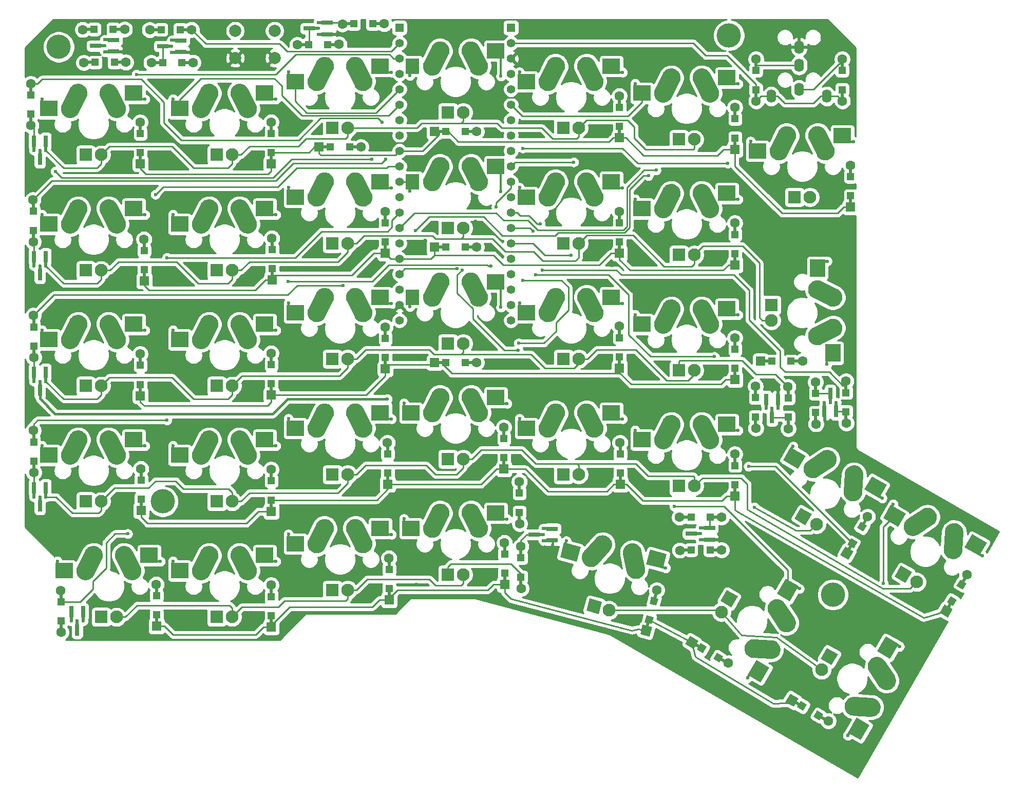
<source format=gbl>
G04 #@! TF.GenerationSoftware,KiCad,Pcbnew,(5.1.5)-3*
G04 #@! TF.CreationDate,2020-03-08T16:10:47+01:00*
G04 #@! TF.ProjectId,redox_hotswap_led,7265646f-785f-4686-9f74-737761705f6c,1.0*
G04 #@! TF.SameCoordinates,Original*
G04 #@! TF.FileFunction,Copper,L2,Bot*
G04 #@! TF.FilePolarity,Positive*
%FSLAX46Y46*%
G04 Gerber Fmt 4.6, Leading zero omitted, Abs format (unit mm)*
G04 Created by KiCad (PCBNEW (5.1.5)-3) date 2020-03-08 16:10:47*
%MOMM*%
%LPD*%
G04 APERTURE LIST*
%ADD10C,0.600000*%
%ADD11C,0.100000*%
%ADD12C,2.100000*%
%ADD13R,2.000000X0.400000*%
%ADD14R,0.400000X2.000000*%
%ADD15R,2.100000X2.100000*%
%ADD16R,2.850000X2.500000*%
%ADD17R,0.400000X1.000000*%
%ADD18R,0.400000X3.500000*%
%ADD19R,2.250000X2.500000*%
%ADD20R,2.500000X2.850000*%
%ADD21C,4.000000*%
%ADD22R,1.400000X1.400000*%
%ADD23C,1.400000*%
%ADD24C,1.600000*%
%ADD25R,0.500000X2.500000*%
%ADD26R,1.200000X1.200000*%
%ADD27R,2.500000X0.500000*%
%ADD28R,1.600000X1.600000*%
%ADD29R,0.500000X1.000000*%
%ADD30R,0.800000X1.900000*%
%ADD31R,1.000000X0.500000*%
%ADD32R,1.900000X0.800000*%
%ADD33C,2.000000*%
%ADD34O,1.600000X2.200000*%
%ADD35C,0.250000*%
%ADD36C,0.500000*%
%ADD37C,0.400000*%
%ADD38C,0.254000*%
G04 APERTURE END LIST*
D10*
X215809723Y-167511216D03*
G04 #@! TA.AperFunction,SMDPad,CuDef*
D11*
G36*
X217239377Y-164554983D02*
G01*
X219404441Y-165804983D01*
X217979441Y-168273155D01*
X215814377Y-167023155D01*
X217239377Y-164554983D01*
G37*
G04 #@! TD.AperFunction*
G04 #@! TA.AperFunction,Conductor*
G36*
X216527858Y-165847371D02*
G01*
X216874268Y-166047371D01*
X215874268Y-167779421D01*
X215527858Y-167579421D01*
X216527858Y-165847371D01*
G37*
G04 #@! TD.AperFunction*
G04 #@! TA.AperFunction,SMDPad,CuDef*
G36*
X216091157Y-167152387D02*
G01*
X215987629Y-166766017D01*
X217919481Y-166248379D01*
X218023009Y-166634749D01*
X216091157Y-167152387D01*
G37*
G04 #@! TD.AperFunction*
G04 #@! TA.AperFunction,Conductor*
G36*
X222676859Y-152076989D02*
G01*
X222876859Y-151730579D01*
X224608909Y-152730579D01*
X224408909Y-153076989D01*
X222676859Y-152076989D01*
G37*
G04 #@! TD.AperFunction*
G04 #@! TA.AperFunction,SMDPad,CuDef*
G36*
X222047673Y-151146771D02*
G01*
X224212737Y-152396771D01*
X222787737Y-154864943D01*
X220622673Y-153614943D01*
X222047673Y-151146771D01*
G37*
G04 #@! TD.AperFunction*
D10*
X224348025Y-152822444D03*
G04 #@! TA.AperFunction,SMDPad,CuDef*
D11*
G36*
X221995709Y-153125403D02*
G01*
X221892181Y-152739033D01*
X223824033Y-152221395D01*
X223927561Y-152607765D01*
X221995709Y-153125403D01*
G37*
G04 #@! TD.AperFunction*
G04 #@! TA.AperFunction,WasherPad*
G36*
X216919340Y-161135527D02*
G01*
X219764024Y-161309515D01*
X219915212Y-161326240D01*
X220064032Y-161357703D01*
X220209052Y-161403601D01*
X220348874Y-161463493D01*
X220482153Y-161536802D01*
X220607605Y-161622821D01*
X220724021Y-161720722D01*
X220830280Y-161829563D01*
X220925360Y-161948295D01*
X221008344Y-162075774D01*
X221078433Y-162210774D01*
X221134953Y-162351993D01*
X221177358Y-162498073D01*
X221205241Y-162647605D01*
X221219399Y-162856624D01*
X221219399Y-162856626D01*
X221211935Y-163008553D01*
X221189616Y-163159016D01*
X221152657Y-163306567D01*
X221101412Y-163449785D01*
X221036377Y-163587291D01*
X220958177Y-163717760D01*
X220867565Y-163839936D01*
X220765415Y-163952642D01*
X220652709Y-164054792D01*
X220530533Y-164145404D01*
X220400064Y-164223604D01*
X220262558Y-164288639D01*
X220119340Y-164339884D01*
X219971789Y-164376843D01*
X219821326Y-164399162D01*
X219669399Y-164406626D01*
X219574774Y-164403735D01*
X216730090Y-164229747D01*
X216578902Y-164213022D01*
X216430082Y-164181559D01*
X216285062Y-164135661D01*
X216145240Y-164075769D01*
X216011961Y-164002460D01*
X215886509Y-163916441D01*
X215770093Y-163818540D01*
X215663834Y-163709699D01*
X215568754Y-163590967D01*
X215485770Y-163463488D01*
X215415681Y-163328488D01*
X215359161Y-163187269D01*
X215316756Y-163041189D01*
X215288873Y-162891657D01*
X215274715Y-162682638D01*
X215274715Y-162682636D01*
X215282179Y-162530709D01*
X215304498Y-162380246D01*
X215341457Y-162232695D01*
X215392702Y-162089477D01*
X215457737Y-161951971D01*
X215535937Y-161821502D01*
X215626549Y-161699326D01*
X215728699Y-161586620D01*
X215841405Y-161484470D01*
X215963581Y-161393858D01*
X216094050Y-161315658D01*
X216231556Y-161250623D01*
X216374774Y-161199378D01*
X216522325Y-161162419D01*
X216672788Y-161140100D01*
X216824715Y-161132636D01*
X216919340Y-161135527D01*
G37*
G04 #@! TD.AperFunction*
G04 #@! TA.AperFunction,ComponentPad*
G36*
X212386264Y-153040821D02*
G01*
X214204918Y-154090821D01*
X213154918Y-155909475D01*
X211336264Y-154859475D01*
X212386264Y-153040821D01*
G37*
G04 #@! TD.AperFunction*
G04 #@! TA.AperFunction,WasherPad*
G36*
X220829411Y-154544252D02*
G01*
X220979211Y-154570659D01*
X221125701Y-154611622D01*
X221267471Y-154666746D01*
X221403155Y-154735500D01*
X221531447Y-154817223D01*
X221651111Y-154911127D01*
X221760994Y-155016308D01*
X221860039Y-155131753D01*
X221928071Y-155226579D01*
X223501091Y-157603154D01*
X223578721Y-157733963D01*
X223643156Y-157871751D01*
X223693775Y-158015191D01*
X223730090Y-158162902D01*
X223751753Y-158313462D01*
X223758553Y-158465419D01*
X223750427Y-158617312D01*
X223727451Y-158767677D01*
X223689848Y-158915065D01*
X223637979Y-159058058D01*
X223572345Y-159195279D01*
X223493576Y-159325405D01*
X223402432Y-159447184D01*
X223299791Y-159559444D01*
X223186640Y-159661101D01*
X223064070Y-159751179D01*
X222901749Y-159845018D01*
X222901747Y-159845019D01*
X222762522Y-159906287D01*
X222617962Y-159953614D01*
X222469459Y-159986543D01*
X222318444Y-160004758D01*
X222166371Y-160008083D01*
X222014703Y-159996486D01*
X221864903Y-159970079D01*
X221718413Y-159929116D01*
X221576643Y-159873992D01*
X221440959Y-159805238D01*
X221312667Y-159723515D01*
X221193003Y-159629611D01*
X221083120Y-159524430D01*
X220984075Y-159408985D01*
X220916043Y-159314159D01*
X219343023Y-156937584D01*
X219265393Y-156806775D01*
X219200958Y-156668987D01*
X219150339Y-156525547D01*
X219114024Y-156377836D01*
X219092361Y-156227276D01*
X219085561Y-156075319D01*
X219093687Y-155923426D01*
X219116663Y-155773061D01*
X219154266Y-155625673D01*
X219206135Y-155482680D01*
X219271769Y-155345459D01*
X219350538Y-155215333D01*
X219441682Y-155093554D01*
X219544323Y-154981294D01*
X219657474Y-154879637D01*
X219780044Y-154789559D01*
X219942365Y-154695720D01*
X219942367Y-154695719D01*
X220081592Y-154634451D01*
X220226152Y-154587124D01*
X220374655Y-154554195D01*
X220525670Y-154535980D01*
X220677743Y-154532655D01*
X220829411Y-154544252D01*
G37*
G04 #@! TD.AperFunction*
D12*
X211500591Y-156674852D03*
D10*
X199299723Y-157986216D03*
G04 #@! TA.AperFunction,SMDPad,CuDef*
D11*
G36*
X200729377Y-155029983D02*
G01*
X202894441Y-156279983D01*
X201469441Y-158748155D01*
X199304377Y-157498155D01*
X200729377Y-155029983D01*
G37*
G04 #@! TD.AperFunction*
G04 #@! TA.AperFunction,Conductor*
G36*
X200017858Y-156322371D02*
G01*
X200364268Y-156522371D01*
X199364268Y-158254421D01*
X199017858Y-158054421D01*
X200017858Y-156322371D01*
G37*
G04 #@! TD.AperFunction*
G04 #@! TA.AperFunction,SMDPad,CuDef*
G36*
X199581157Y-157627387D02*
G01*
X199477629Y-157241017D01*
X201409481Y-156723379D01*
X201513009Y-157109749D01*
X199581157Y-157627387D01*
G37*
G04 #@! TD.AperFunction*
G04 #@! TA.AperFunction,Conductor*
G36*
X206166859Y-142551989D02*
G01*
X206366859Y-142205579D01*
X208098909Y-143205579D01*
X207898909Y-143551989D01*
X206166859Y-142551989D01*
G37*
G04 #@! TD.AperFunction*
G04 #@! TA.AperFunction,SMDPad,CuDef*
G36*
X205537673Y-141621771D02*
G01*
X207702737Y-142871771D01*
X206277737Y-145339943D01*
X204112673Y-144089943D01*
X205537673Y-141621771D01*
G37*
G04 #@! TD.AperFunction*
D10*
X207838025Y-143297444D03*
G04 #@! TA.AperFunction,SMDPad,CuDef*
D11*
G36*
X205485709Y-143600403D02*
G01*
X205382181Y-143214033D01*
X207314033Y-142696395D01*
X207417561Y-143082765D01*
X205485709Y-143600403D01*
G37*
G04 #@! TD.AperFunction*
G04 #@! TA.AperFunction,WasherPad*
G36*
X200409340Y-151610527D02*
G01*
X203254024Y-151784515D01*
X203405212Y-151801240D01*
X203554032Y-151832703D01*
X203699052Y-151878601D01*
X203838874Y-151938493D01*
X203972153Y-152011802D01*
X204097605Y-152097821D01*
X204214021Y-152195722D01*
X204320280Y-152304563D01*
X204415360Y-152423295D01*
X204498344Y-152550774D01*
X204568433Y-152685774D01*
X204624953Y-152826993D01*
X204667358Y-152973073D01*
X204695241Y-153122605D01*
X204709399Y-153331624D01*
X204709399Y-153331626D01*
X204701935Y-153483553D01*
X204679616Y-153634016D01*
X204642657Y-153781567D01*
X204591412Y-153924785D01*
X204526377Y-154062291D01*
X204448177Y-154192760D01*
X204357565Y-154314936D01*
X204255415Y-154427642D01*
X204142709Y-154529792D01*
X204020533Y-154620404D01*
X203890064Y-154698604D01*
X203752558Y-154763639D01*
X203609340Y-154814884D01*
X203461789Y-154851843D01*
X203311326Y-154874162D01*
X203159399Y-154881626D01*
X203064774Y-154878735D01*
X200220090Y-154704747D01*
X200068902Y-154688022D01*
X199920082Y-154656559D01*
X199775062Y-154610661D01*
X199635240Y-154550769D01*
X199501961Y-154477460D01*
X199376509Y-154391441D01*
X199260093Y-154293540D01*
X199153834Y-154184699D01*
X199058754Y-154065967D01*
X198975770Y-153938488D01*
X198905681Y-153803488D01*
X198849161Y-153662269D01*
X198806756Y-153516189D01*
X198778873Y-153366657D01*
X198764715Y-153157638D01*
X198764715Y-153157636D01*
X198772179Y-153005709D01*
X198794498Y-152855246D01*
X198831457Y-152707695D01*
X198882702Y-152564477D01*
X198947737Y-152426971D01*
X199025937Y-152296502D01*
X199116549Y-152174326D01*
X199218699Y-152061620D01*
X199331405Y-151959470D01*
X199453581Y-151868858D01*
X199584050Y-151790658D01*
X199721556Y-151725623D01*
X199864774Y-151674378D01*
X200012325Y-151637419D01*
X200162788Y-151615100D01*
X200314715Y-151607636D01*
X200409340Y-151610527D01*
G37*
G04 #@! TD.AperFunction*
G04 #@! TA.AperFunction,ComponentPad*
G36*
X195876264Y-143515821D02*
G01*
X197694918Y-144565821D01*
X196644918Y-146384475D01*
X194826264Y-145334475D01*
X195876264Y-143515821D01*
G37*
G04 #@! TD.AperFunction*
G04 #@! TA.AperFunction,WasherPad*
G36*
X204319411Y-145019252D02*
G01*
X204469211Y-145045659D01*
X204615701Y-145086622D01*
X204757471Y-145141746D01*
X204893155Y-145210500D01*
X205021447Y-145292223D01*
X205141111Y-145386127D01*
X205250994Y-145491308D01*
X205350039Y-145606753D01*
X205418071Y-145701579D01*
X206991091Y-148078154D01*
X207068721Y-148208963D01*
X207133156Y-148346751D01*
X207183775Y-148490191D01*
X207220090Y-148637902D01*
X207241753Y-148788462D01*
X207248553Y-148940419D01*
X207240427Y-149092312D01*
X207217451Y-149242677D01*
X207179848Y-149390065D01*
X207127979Y-149533058D01*
X207062345Y-149670279D01*
X206983576Y-149800405D01*
X206892432Y-149922184D01*
X206789791Y-150034444D01*
X206676640Y-150136101D01*
X206554070Y-150226179D01*
X206391749Y-150320018D01*
X206391747Y-150320019D01*
X206252522Y-150381287D01*
X206107962Y-150428614D01*
X205959459Y-150461543D01*
X205808444Y-150479758D01*
X205656371Y-150483083D01*
X205504703Y-150471486D01*
X205354903Y-150445079D01*
X205208413Y-150404116D01*
X205066643Y-150348992D01*
X204930959Y-150280238D01*
X204802667Y-150198515D01*
X204683003Y-150104611D01*
X204573120Y-149999430D01*
X204474075Y-149883985D01*
X204406043Y-149789159D01*
X202833023Y-147412584D01*
X202755393Y-147281775D01*
X202690958Y-147143987D01*
X202640339Y-147000547D01*
X202604024Y-146852836D01*
X202582361Y-146702276D01*
X202575561Y-146550319D01*
X202583687Y-146398426D01*
X202606663Y-146248061D01*
X202644266Y-146100673D01*
X202696135Y-145957680D01*
X202761769Y-145820459D01*
X202840538Y-145690333D01*
X202931682Y-145568554D01*
X203034323Y-145456294D01*
X203147474Y-145354637D01*
X203270044Y-145264559D01*
X203432365Y-145170720D01*
X203432367Y-145170719D01*
X203571592Y-145109451D01*
X203716152Y-145062124D01*
X203864655Y-145029195D01*
X204015670Y-145010980D01*
X204167743Y-145007655D01*
X204319411Y-145019252D01*
G37*
G04 #@! TD.AperFunction*
D12*
X194990591Y-147149852D03*
G04 #@! TA.AperFunction,SMDPad,CuDef*
D11*
G36*
X159178528Y-131755685D02*
G01*
X158895685Y-132038528D01*
X157481472Y-130624315D01*
X157764315Y-130341472D01*
X159178528Y-131755685D01*
G37*
G04 #@! TD.AperFunction*
G04 #@! TA.AperFunction,SMDPad,CuDef*
G36*
X144078528Y-133655685D02*
G01*
X143795685Y-133938528D01*
X142381472Y-132524315D01*
X142664315Y-132241472D01*
X144078528Y-133655685D01*
G37*
G04 #@! TD.AperFunction*
G04 #@! TA.AperFunction,WasherPad*
G36*
X153863032Y-129266889D02*
G01*
X154012832Y-129293296D01*
X154159322Y-129334259D01*
X154301092Y-129389383D01*
X154436776Y-129458137D01*
X154565068Y-129539860D01*
X154684732Y-129633764D01*
X154794615Y-129738945D01*
X154893660Y-129854390D01*
X154980912Y-129978988D01*
X155056317Y-130113111D01*
X156327981Y-132663674D01*
X156389091Y-132802969D01*
X156436253Y-132947583D01*
X156469014Y-133096123D01*
X156487057Y-133247158D01*
X156490210Y-133399235D01*
X156478441Y-133550889D01*
X156451864Y-133700659D01*
X156410735Y-133847103D01*
X156355450Y-133988810D01*
X156286541Y-134124416D01*
X156204673Y-134252615D01*
X156110633Y-134372172D01*
X156005327Y-134481936D01*
X155889770Y-134580850D01*
X155765074Y-134667960D01*
X155634014Y-134741643D01*
X155634012Y-134741644D01*
X155494787Y-134802912D01*
X155350227Y-134850239D01*
X155201724Y-134883168D01*
X155050709Y-134901383D01*
X154898636Y-134904708D01*
X154746968Y-134893111D01*
X154597168Y-134866704D01*
X154450678Y-134825741D01*
X154308908Y-134770617D01*
X154173224Y-134701863D01*
X154044932Y-134620140D01*
X153925268Y-134526236D01*
X153815385Y-134421055D01*
X153716340Y-134305610D01*
X153629088Y-134181012D01*
X153553683Y-134046889D01*
X152282019Y-131496326D01*
X152220909Y-131357031D01*
X152173747Y-131212417D01*
X152140986Y-131063877D01*
X152122943Y-130912842D01*
X152119790Y-130760765D01*
X152131559Y-130609111D01*
X152158136Y-130459341D01*
X152199265Y-130312897D01*
X152254550Y-130171190D01*
X152323459Y-130035584D01*
X152405327Y-129907385D01*
X152499367Y-129787828D01*
X152604673Y-129678064D01*
X152720230Y-129579150D01*
X152844926Y-129492040D01*
X152975986Y-129418357D01*
X152975988Y-129418356D01*
X153115213Y-129357088D01*
X153259773Y-129309761D01*
X153408276Y-129276832D01*
X153559291Y-129258617D01*
X153711364Y-129255292D01*
X153863032Y-129266889D01*
G37*
G04 #@! TD.AperFunction*
G04 #@! TA.AperFunction,WasherPad*
G36*
X148698954Y-129258494D02*
G01*
X148849989Y-129276537D01*
X148998529Y-129309298D01*
X149143143Y-129356460D01*
X149284012Y-129418356D01*
X149284014Y-129418357D01*
X149416563Y-129492976D01*
X149541161Y-129580228D01*
X149656606Y-129679273D01*
X149761787Y-129789156D01*
X149855691Y-129908820D01*
X149937414Y-130037112D01*
X150006168Y-130172796D01*
X150061292Y-130314566D01*
X150102255Y-130461056D01*
X150128662Y-130610856D01*
X150140259Y-130762524D01*
X150136934Y-130914597D01*
X150118719Y-131065612D01*
X150085790Y-131214115D01*
X150038463Y-131358675D01*
X149977981Y-131496326D01*
X148706317Y-134046889D01*
X148631848Y-134179523D01*
X148544738Y-134304219D01*
X148445824Y-134419776D01*
X148336060Y-134525082D01*
X148216503Y-134619122D01*
X148088304Y-134700990D01*
X147952698Y-134769899D01*
X147810991Y-134825184D01*
X147664547Y-134866313D01*
X147514777Y-134892890D01*
X147363123Y-134904659D01*
X147211046Y-134901506D01*
X147060011Y-134883463D01*
X146911471Y-134850702D01*
X146766857Y-134803540D01*
X146625988Y-134741644D01*
X146625986Y-134741643D01*
X146493437Y-134667024D01*
X146368839Y-134579772D01*
X146253394Y-134480727D01*
X146148213Y-134370844D01*
X146054309Y-134251180D01*
X145972586Y-134122888D01*
X145903832Y-133987204D01*
X145848708Y-133845434D01*
X145807745Y-133698944D01*
X145781338Y-133549144D01*
X145769741Y-133397476D01*
X145773066Y-133245403D01*
X145791281Y-133094388D01*
X145824210Y-132945885D01*
X145871537Y-132801325D01*
X145932019Y-132663674D01*
X147203683Y-130113111D01*
X147278152Y-129980477D01*
X147365262Y-129855781D01*
X147464176Y-129740224D01*
X147573940Y-129634918D01*
X147693497Y-129540878D01*
X147821696Y-129459010D01*
X147957302Y-129390101D01*
X148099009Y-129334816D01*
X148245453Y-129293687D01*
X148395223Y-129267110D01*
X148546877Y-129255341D01*
X148698954Y-129258494D01*
G37*
G04 #@! TD.AperFunction*
D10*
X159630000Y-131820000D03*
D13*
X158830000Y-131830000D03*
D14*
X142630000Y-132590000D03*
D10*
X142640000Y-131770000D03*
D12*
X152400000Y-140970000D03*
D15*
X149860000Y-140970000D03*
D16*
X143764000Y-133350000D03*
X157780000Y-130810000D03*
G04 #@! TA.AperFunction,SMDPad,CuDef*
D11*
G36*
X140128528Y-134295685D02*
G01*
X139845685Y-134578528D01*
X138431472Y-133164315D01*
X138714315Y-132881472D01*
X140128528Y-134295685D01*
G37*
G04 #@! TD.AperFunction*
G04 #@! TA.AperFunction,SMDPad,CuDef*
G36*
X125028528Y-136195685D02*
G01*
X124745685Y-136478528D01*
X123331472Y-135064315D01*
X123614315Y-134781472D01*
X125028528Y-136195685D01*
G37*
G04 #@! TD.AperFunction*
G04 #@! TA.AperFunction,WasherPad*
G36*
X134813032Y-131806889D02*
G01*
X134962832Y-131833296D01*
X135109322Y-131874259D01*
X135251092Y-131929383D01*
X135386776Y-131998137D01*
X135515068Y-132079860D01*
X135634732Y-132173764D01*
X135744615Y-132278945D01*
X135843660Y-132394390D01*
X135930912Y-132518988D01*
X136006317Y-132653111D01*
X137277981Y-135203674D01*
X137339091Y-135342969D01*
X137386253Y-135487583D01*
X137419014Y-135636123D01*
X137437057Y-135787158D01*
X137440210Y-135939235D01*
X137428441Y-136090889D01*
X137401864Y-136240659D01*
X137360735Y-136387103D01*
X137305450Y-136528810D01*
X137236541Y-136664416D01*
X137154673Y-136792615D01*
X137060633Y-136912172D01*
X136955327Y-137021936D01*
X136839770Y-137120850D01*
X136715074Y-137207960D01*
X136584014Y-137281643D01*
X136584012Y-137281644D01*
X136444787Y-137342912D01*
X136300227Y-137390239D01*
X136151724Y-137423168D01*
X136000709Y-137441383D01*
X135848636Y-137444708D01*
X135696968Y-137433111D01*
X135547168Y-137406704D01*
X135400678Y-137365741D01*
X135258908Y-137310617D01*
X135123224Y-137241863D01*
X134994932Y-137160140D01*
X134875268Y-137066236D01*
X134765385Y-136961055D01*
X134666340Y-136845610D01*
X134579088Y-136721012D01*
X134503683Y-136586889D01*
X133232019Y-134036326D01*
X133170909Y-133897031D01*
X133123747Y-133752417D01*
X133090986Y-133603877D01*
X133072943Y-133452842D01*
X133069790Y-133300765D01*
X133081559Y-133149111D01*
X133108136Y-132999341D01*
X133149265Y-132852897D01*
X133204550Y-132711190D01*
X133273459Y-132575584D01*
X133355327Y-132447385D01*
X133449367Y-132327828D01*
X133554673Y-132218064D01*
X133670230Y-132119150D01*
X133794926Y-132032040D01*
X133925986Y-131958357D01*
X133925988Y-131958356D01*
X134065213Y-131897088D01*
X134209773Y-131849761D01*
X134358276Y-131816832D01*
X134509291Y-131798617D01*
X134661364Y-131795292D01*
X134813032Y-131806889D01*
G37*
G04 #@! TD.AperFunction*
G04 #@! TA.AperFunction,WasherPad*
G36*
X129648954Y-131798494D02*
G01*
X129799989Y-131816537D01*
X129948529Y-131849298D01*
X130093143Y-131896460D01*
X130234012Y-131958356D01*
X130234014Y-131958357D01*
X130366563Y-132032976D01*
X130491161Y-132120228D01*
X130606606Y-132219273D01*
X130711787Y-132329156D01*
X130805691Y-132448820D01*
X130887414Y-132577112D01*
X130956168Y-132712796D01*
X131011292Y-132854566D01*
X131052255Y-133001056D01*
X131078662Y-133150856D01*
X131090259Y-133302524D01*
X131086934Y-133454597D01*
X131068719Y-133605612D01*
X131035790Y-133754115D01*
X130988463Y-133898675D01*
X130927981Y-134036326D01*
X129656317Y-136586889D01*
X129581848Y-136719523D01*
X129494738Y-136844219D01*
X129395824Y-136959776D01*
X129286060Y-137065082D01*
X129166503Y-137159122D01*
X129038304Y-137240990D01*
X128902698Y-137309899D01*
X128760991Y-137365184D01*
X128614547Y-137406313D01*
X128464777Y-137432890D01*
X128313123Y-137444659D01*
X128161046Y-137441506D01*
X128010011Y-137423463D01*
X127861471Y-137390702D01*
X127716857Y-137343540D01*
X127575988Y-137281644D01*
X127575986Y-137281643D01*
X127443437Y-137207024D01*
X127318839Y-137119772D01*
X127203394Y-137020727D01*
X127098213Y-136910844D01*
X127004309Y-136791180D01*
X126922586Y-136662888D01*
X126853832Y-136527204D01*
X126798708Y-136385434D01*
X126757745Y-136238944D01*
X126731338Y-136089144D01*
X126719741Y-135937476D01*
X126723066Y-135785403D01*
X126741281Y-135634388D01*
X126774210Y-135485885D01*
X126821537Y-135341325D01*
X126882019Y-135203674D01*
X128153683Y-132653111D01*
X128228152Y-132520477D01*
X128315262Y-132395781D01*
X128414176Y-132280224D01*
X128523940Y-132174918D01*
X128643497Y-132080878D01*
X128771696Y-131999010D01*
X128907302Y-131930101D01*
X129049009Y-131874816D01*
X129195453Y-131833687D01*
X129345223Y-131807110D01*
X129496877Y-131795341D01*
X129648954Y-131798494D01*
G37*
G04 #@! TD.AperFunction*
D10*
X140580000Y-134360000D03*
D13*
X139780000Y-134370000D03*
D14*
X123580000Y-135130000D03*
D10*
X123590000Y-134310000D03*
D12*
X133350000Y-143510000D03*
D15*
X130810000Y-143510000D03*
D16*
X124714000Y-135890000D03*
X138730000Y-133350000D03*
G04 #@! TA.AperFunction,SMDPad,CuDef*
D11*
G36*
X121078528Y-138740685D02*
G01*
X120795685Y-139023528D01*
X119381472Y-137609315D01*
X119664315Y-137326472D01*
X121078528Y-138740685D01*
G37*
G04 #@! TD.AperFunction*
G04 #@! TA.AperFunction,SMDPad,CuDef*
G36*
X105978528Y-140640685D02*
G01*
X105695685Y-140923528D01*
X104281472Y-139509315D01*
X104564315Y-139226472D01*
X105978528Y-140640685D01*
G37*
G04 #@! TD.AperFunction*
G04 #@! TA.AperFunction,WasherPad*
G36*
X115763032Y-136251889D02*
G01*
X115912832Y-136278296D01*
X116059322Y-136319259D01*
X116201092Y-136374383D01*
X116336776Y-136443137D01*
X116465068Y-136524860D01*
X116584732Y-136618764D01*
X116694615Y-136723945D01*
X116793660Y-136839390D01*
X116880912Y-136963988D01*
X116956317Y-137098111D01*
X118227981Y-139648674D01*
X118289091Y-139787969D01*
X118336253Y-139932583D01*
X118369014Y-140081123D01*
X118387057Y-140232158D01*
X118390210Y-140384235D01*
X118378441Y-140535889D01*
X118351864Y-140685659D01*
X118310735Y-140832103D01*
X118255450Y-140973810D01*
X118186541Y-141109416D01*
X118104673Y-141237615D01*
X118010633Y-141357172D01*
X117905327Y-141466936D01*
X117789770Y-141565850D01*
X117665074Y-141652960D01*
X117534014Y-141726643D01*
X117534012Y-141726644D01*
X117394787Y-141787912D01*
X117250227Y-141835239D01*
X117101724Y-141868168D01*
X116950709Y-141886383D01*
X116798636Y-141889708D01*
X116646968Y-141878111D01*
X116497168Y-141851704D01*
X116350678Y-141810741D01*
X116208908Y-141755617D01*
X116073224Y-141686863D01*
X115944932Y-141605140D01*
X115825268Y-141511236D01*
X115715385Y-141406055D01*
X115616340Y-141290610D01*
X115529088Y-141166012D01*
X115453683Y-141031889D01*
X114182019Y-138481326D01*
X114120909Y-138342031D01*
X114073747Y-138197417D01*
X114040986Y-138048877D01*
X114022943Y-137897842D01*
X114019790Y-137745765D01*
X114031559Y-137594111D01*
X114058136Y-137444341D01*
X114099265Y-137297897D01*
X114154550Y-137156190D01*
X114223459Y-137020584D01*
X114305327Y-136892385D01*
X114399367Y-136772828D01*
X114504673Y-136663064D01*
X114620230Y-136564150D01*
X114744926Y-136477040D01*
X114875986Y-136403357D01*
X114875988Y-136403356D01*
X115015213Y-136342088D01*
X115159773Y-136294761D01*
X115308276Y-136261832D01*
X115459291Y-136243617D01*
X115611364Y-136240292D01*
X115763032Y-136251889D01*
G37*
G04 #@! TD.AperFunction*
G04 #@! TA.AperFunction,WasherPad*
G36*
X110598954Y-136243494D02*
G01*
X110749989Y-136261537D01*
X110898529Y-136294298D01*
X111043143Y-136341460D01*
X111184012Y-136403356D01*
X111184014Y-136403357D01*
X111316563Y-136477976D01*
X111441161Y-136565228D01*
X111556606Y-136664273D01*
X111661787Y-136774156D01*
X111755691Y-136893820D01*
X111837414Y-137022112D01*
X111906168Y-137157796D01*
X111961292Y-137299566D01*
X112002255Y-137446056D01*
X112028662Y-137595856D01*
X112040259Y-137747524D01*
X112036934Y-137899597D01*
X112018719Y-138050612D01*
X111985790Y-138199115D01*
X111938463Y-138343675D01*
X111877981Y-138481326D01*
X110606317Y-141031889D01*
X110531848Y-141164523D01*
X110444738Y-141289219D01*
X110345824Y-141404776D01*
X110236060Y-141510082D01*
X110116503Y-141604122D01*
X109988304Y-141685990D01*
X109852698Y-141754899D01*
X109710991Y-141810184D01*
X109564547Y-141851313D01*
X109414777Y-141877890D01*
X109263123Y-141889659D01*
X109111046Y-141886506D01*
X108960011Y-141868463D01*
X108811471Y-141835702D01*
X108666857Y-141788540D01*
X108525988Y-141726644D01*
X108525986Y-141726643D01*
X108393437Y-141652024D01*
X108268839Y-141564772D01*
X108153394Y-141465727D01*
X108048213Y-141355844D01*
X107954309Y-141236180D01*
X107872586Y-141107888D01*
X107803832Y-140972204D01*
X107748708Y-140830434D01*
X107707745Y-140683944D01*
X107681338Y-140534144D01*
X107669741Y-140382476D01*
X107673066Y-140230403D01*
X107691281Y-140079388D01*
X107724210Y-139930885D01*
X107771537Y-139786325D01*
X107832019Y-139648674D01*
X109103683Y-137098111D01*
X109178152Y-136965477D01*
X109265262Y-136840781D01*
X109364176Y-136725224D01*
X109473940Y-136619918D01*
X109593497Y-136525878D01*
X109721696Y-136444010D01*
X109857302Y-136375101D01*
X109999009Y-136319816D01*
X110145453Y-136278687D01*
X110295223Y-136252110D01*
X110446877Y-136240341D01*
X110598954Y-136243494D01*
G37*
G04 #@! TD.AperFunction*
D10*
X121530000Y-138805000D03*
D13*
X120730000Y-138815000D03*
D14*
X104530000Y-139575000D03*
D10*
X104540000Y-138755000D03*
D12*
X114300000Y-147955000D03*
D15*
X111760000Y-147955000D03*
D16*
X105664000Y-140335000D03*
X119680000Y-137795000D03*
G04 #@! TA.AperFunction,SMDPad,CuDef*
D11*
G36*
X102028528Y-138740685D02*
G01*
X101745685Y-139023528D01*
X100331472Y-137609315D01*
X100614315Y-137326472D01*
X102028528Y-138740685D01*
G37*
G04 #@! TD.AperFunction*
G04 #@! TA.AperFunction,SMDPad,CuDef*
G36*
X86928528Y-140640685D02*
G01*
X86645685Y-140923528D01*
X85231472Y-139509315D01*
X85514315Y-139226472D01*
X86928528Y-140640685D01*
G37*
G04 #@! TD.AperFunction*
G04 #@! TA.AperFunction,WasherPad*
G36*
X96713032Y-136251889D02*
G01*
X96862832Y-136278296D01*
X97009322Y-136319259D01*
X97151092Y-136374383D01*
X97286776Y-136443137D01*
X97415068Y-136524860D01*
X97534732Y-136618764D01*
X97644615Y-136723945D01*
X97743660Y-136839390D01*
X97830912Y-136963988D01*
X97906317Y-137098111D01*
X99177981Y-139648674D01*
X99239091Y-139787969D01*
X99286253Y-139932583D01*
X99319014Y-140081123D01*
X99337057Y-140232158D01*
X99340210Y-140384235D01*
X99328441Y-140535889D01*
X99301864Y-140685659D01*
X99260735Y-140832103D01*
X99205450Y-140973810D01*
X99136541Y-141109416D01*
X99054673Y-141237615D01*
X98960633Y-141357172D01*
X98855327Y-141466936D01*
X98739770Y-141565850D01*
X98615074Y-141652960D01*
X98484014Y-141726643D01*
X98484012Y-141726644D01*
X98344787Y-141787912D01*
X98200227Y-141835239D01*
X98051724Y-141868168D01*
X97900709Y-141886383D01*
X97748636Y-141889708D01*
X97596968Y-141878111D01*
X97447168Y-141851704D01*
X97300678Y-141810741D01*
X97158908Y-141755617D01*
X97023224Y-141686863D01*
X96894932Y-141605140D01*
X96775268Y-141511236D01*
X96665385Y-141406055D01*
X96566340Y-141290610D01*
X96479088Y-141166012D01*
X96403683Y-141031889D01*
X95132019Y-138481326D01*
X95070909Y-138342031D01*
X95023747Y-138197417D01*
X94990986Y-138048877D01*
X94972943Y-137897842D01*
X94969790Y-137745765D01*
X94981559Y-137594111D01*
X95008136Y-137444341D01*
X95049265Y-137297897D01*
X95104550Y-137156190D01*
X95173459Y-137020584D01*
X95255327Y-136892385D01*
X95349367Y-136772828D01*
X95454673Y-136663064D01*
X95570230Y-136564150D01*
X95694926Y-136477040D01*
X95825986Y-136403357D01*
X95825988Y-136403356D01*
X95965213Y-136342088D01*
X96109773Y-136294761D01*
X96258276Y-136261832D01*
X96409291Y-136243617D01*
X96561364Y-136240292D01*
X96713032Y-136251889D01*
G37*
G04 #@! TD.AperFunction*
G04 #@! TA.AperFunction,WasherPad*
G36*
X91548954Y-136243494D02*
G01*
X91699989Y-136261537D01*
X91848529Y-136294298D01*
X91993143Y-136341460D01*
X92134012Y-136403356D01*
X92134014Y-136403357D01*
X92266563Y-136477976D01*
X92391161Y-136565228D01*
X92506606Y-136664273D01*
X92611787Y-136774156D01*
X92705691Y-136893820D01*
X92787414Y-137022112D01*
X92856168Y-137157796D01*
X92911292Y-137299566D01*
X92952255Y-137446056D01*
X92978662Y-137595856D01*
X92990259Y-137747524D01*
X92986934Y-137899597D01*
X92968719Y-138050612D01*
X92935790Y-138199115D01*
X92888463Y-138343675D01*
X92827981Y-138481326D01*
X91556317Y-141031889D01*
X91481848Y-141164523D01*
X91394738Y-141289219D01*
X91295824Y-141404776D01*
X91186060Y-141510082D01*
X91066503Y-141604122D01*
X90938304Y-141685990D01*
X90802698Y-141754899D01*
X90660991Y-141810184D01*
X90514547Y-141851313D01*
X90364777Y-141877890D01*
X90213123Y-141889659D01*
X90061046Y-141886506D01*
X89910011Y-141868463D01*
X89761471Y-141835702D01*
X89616857Y-141788540D01*
X89475988Y-141726644D01*
X89475986Y-141726643D01*
X89343437Y-141652024D01*
X89218839Y-141564772D01*
X89103394Y-141465727D01*
X88998213Y-141355844D01*
X88904309Y-141236180D01*
X88822586Y-141107888D01*
X88753832Y-140972204D01*
X88698708Y-140830434D01*
X88657745Y-140683944D01*
X88631338Y-140534144D01*
X88619741Y-140382476D01*
X88623066Y-140230403D01*
X88641281Y-140079388D01*
X88674210Y-139930885D01*
X88721537Y-139786325D01*
X88782019Y-139648674D01*
X90053683Y-137098111D01*
X90128152Y-136965477D01*
X90215262Y-136840781D01*
X90314176Y-136725224D01*
X90423940Y-136619918D01*
X90543497Y-136525878D01*
X90671696Y-136444010D01*
X90807302Y-136375101D01*
X90949009Y-136319816D01*
X91095453Y-136278687D01*
X91245223Y-136252110D01*
X91396877Y-136240341D01*
X91548954Y-136243494D01*
G37*
G04 #@! TD.AperFunction*
D10*
X102480000Y-138805000D03*
D13*
X101680000Y-138815000D03*
D14*
X85480000Y-139575000D03*
D10*
X85490000Y-138755000D03*
D12*
X95250000Y-147955000D03*
D15*
X92710000Y-147955000D03*
D16*
X86614000Y-140335000D03*
X100630000Y-137795000D03*
G04 #@! TA.AperFunction,SMDPad,CuDef*
D11*
G36*
X237637387Y-137603843D02*
G01*
X237251017Y-137707371D01*
X236733379Y-135775519D01*
X237119749Y-135671991D01*
X237637387Y-137603843D01*
G37*
G04 #@! TD.AperFunction*
G04 #@! TA.AperFunction,SMDPad,CuDef*
G36*
X223610403Y-131699291D02*
G01*
X223224033Y-131802819D01*
X222706395Y-129870967D01*
X223092765Y-129767439D01*
X223610403Y-131699291D01*
G37*
G04 #@! TD.AperFunction*
G04 #@! TA.AperFunction,WasherPad*
G36*
X233493553Y-132483065D02*
G01*
X233644016Y-132505384D01*
X233791567Y-132542343D01*
X233934785Y-132593588D01*
X234072291Y-132658623D01*
X234202760Y-132736823D01*
X234324936Y-132827435D01*
X234437642Y-132929585D01*
X234539792Y-133042291D01*
X234630404Y-133164467D01*
X234708604Y-133294936D01*
X234773639Y-133432442D01*
X234824884Y-133575660D01*
X234861843Y-133723211D01*
X234884162Y-133873674D01*
X234891626Y-134025601D01*
X234888735Y-134120226D01*
X234714747Y-136964910D01*
X234698022Y-137116098D01*
X234666559Y-137264918D01*
X234620661Y-137409938D01*
X234560769Y-137549760D01*
X234487460Y-137683039D01*
X234401441Y-137808491D01*
X234303540Y-137924907D01*
X234194699Y-138031166D01*
X234075967Y-138126246D01*
X233948488Y-138209230D01*
X233813488Y-138279319D01*
X233672269Y-138335839D01*
X233526189Y-138378244D01*
X233376657Y-138406127D01*
X233167638Y-138420285D01*
X233167636Y-138420285D01*
X233015709Y-138412821D01*
X232865246Y-138390502D01*
X232717695Y-138353543D01*
X232574477Y-138302298D01*
X232436971Y-138237263D01*
X232306502Y-138159063D01*
X232184326Y-138068451D01*
X232071620Y-137966301D01*
X231969470Y-137853595D01*
X231878858Y-137731419D01*
X231800658Y-137600950D01*
X231735623Y-137463444D01*
X231684378Y-137320226D01*
X231647419Y-137172675D01*
X231625100Y-137022212D01*
X231617636Y-136870285D01*
X231620527Y-136775660D01*
X231794515Y-133930976D01*
X231811240Y-133779788D01*
X231842703Y-133630968D01*
X231888601Y-133485948D01*
X231948493Y-133346126D01*
X232021802Y-133212847D01*
X232107821Y-133087395D01*
X232205722Y-132970979D01*
X232314563Y-132864720D01*
X232433295Y-132769640D01*
X232560774Y-132686656D01*
X232695774Y-132616567D01*
X232836993Y-132560047D01*
X232983073Y-132517642D01*
X233132605Y-132489759D01*
X233341624Y-132475601D01*
X233341626Y-132475601D01*
X233493553Y-132483065D01*
G37*
G04 #@! TD.AperFunction*
G04 #@! TA.AperFunction,WasherPad*
G36*
X229102312Y-129944573D02*
G01*
X229252677Y-129967549D01*
X229400065Y-130005152D01*
X229543058Y-130057021D01*
X229680279Y-130122655D01*
X229810405Y-130201424D01*
X229932184Y-130292568D01*
X230044444Y-130395209D01*
X230146101Y-130508360D01*
X230236179Y-130630930D01*
X230330018Y-130793251D01*
X230330019Y-130793253D01*
X230391287Y-130932478D01*
X230438614Y-131077038D01*
X230471543Y-131225541D01*
X230489758Y-131376556D01*
X230493083Y-131528629D01*
X230481486Y-131680297D01*
X230455079Y-131830097D01*
X230414116Y-131976587D01*
X230358992Y-132118357D01*
X230290238Y-132254041D01*
X230208515Y-132382333D01*
X230114611Y-132501997D01*
X230009430Y-132611880D01*
X229893985Y-132710925D01*
X229799159Y-132778957D01*
X227422584Y-134351977D01*
X227291775Y-134429607D01*
X227153987Y-134494042D01*
X227010547Y-134544661D01*
X226862836Y-134580976D01*
X226712276Y-134602639D01*
X226560319Y-134609439D01*
X226408426Y-134601313D01*
X226258061Y-134578337D01*
X226110673Y-134540734D01*
X225967680Y-134488865D01*
X225830459Y-134423231D01*
X225700333Y-134344462D01*
X225578554Y-134253318D01*
X225466294Y-134150677D01*
X225364637Y-134037526D01*
X225274559Y-133914956D01*
X225180720Y-133752635D01*
X225180719Y-133752633D01*
X225119451Y-133613408D01*
X225072124Y-133468848D01*
X225039195Y-133320345D01*
X225020980Y-133169330D01*
X225017655Y-133017257D01*
X225029252Y-132865589D01*
X225055659Y-132715789D01*
X225096622Y-132569299D01*
X225151746Y-132427529D01*
X225220500Y-132291845D01*
X225302223Y-132163553D01*
X225396127Y-132043889D01*
X225501308Y-131934006D01*
X225616753Y-131834961D01*
X225711579Y-131766929D01*
X228088154Y-130193909D01*
X228218963Y-130116279D01*
X228356751Y-130051844D01*
X228500191Y-130001225D01*
X228647902Y-129964910D01*
X228798462Y-129943247D01*
X228950419Y-129936447D01*
X229102312Y-129944573D01*
G37*
G04 #@! TD.AperFunction*
D10*
X237996216Y-137885277D03*
G04 #@! TA.AperFunction,Conductor*
D11*
G36*
X236332371Y-137167142D02*
G01*
X236532371Y-136820732D01*
X238264421Y-137820732D01*
X238064421Y-138167142D01*
X236332371Y-137167142D01*
G37*
G04 #@! TD.AperFunction*
G04 #@! TA.AperFunction,Conductor*
G36*
X222561989Y-131018141D02*
G01*
X222215579Y-130818141D01*
X223215579Y-129086091D01*
X223561989Y-129286091D01*
X222561989Y-131018141D01*
G37*
G04 #@! TD.AperFunction*
D10*
X223307444Y-129346975D03*
D12*
X227159852Y-142194409D03*
G04 #@! TA.AperFunction,ComponentPad*
D11*
G36*
X223525821Y-141308736D02*
G01*
X224575821Y-139490082D01*
X226394475Y-140540082D01*
X225344475Y-142358736D01*
X223525821Y-141308736D01*
G37*
G04 #@! TD.AperFunction*
G04 #@! TA.AperFunction,SMDPad,CuDef*
G36*
X221631771Y-131647327D02*
G01*
X222881771Y-129482263D01*
X225349943Y-130907263D01*
X224099943Y-133072327D01*
X221631771Y-131647327D01*
G37*
G04 #@! TD.AperFunction*
G04 #@! TA.AperFunction,SMDPad,CuDef*
G36*
X235039983Y-136455623D02*
G01*
X236289983Y-134290559D01*
X238758155Y-135715559D01*
X237508155Y-137880623D01*
X235039983Y-136455623D01*
G37*
G04 #@! TD.AperFunction*
G04 #@! TA.AperFunction,SMDPad,CuDef*
G36*
X197278528Y-117150685D02*
G01*
X196995685Y-117433528D01*
X195581472Y-116019315D01*
X195864315Y-115736472D01*
X197278528Y-117150685D01*
G37*
G04 #@! TD.AperFunction*
G04 #@! TA.AperFunction,SMDPad,CuDef*
G36*
X182178528Y-119050685D02*
G01*
X181895685Y-119333528D01*
X180481472Y-117919315D01*
X180764315Y-117636472D01*
X182178528Y-119050685D01*
G37*
G04 #@! TD.AperFunction*
G04 #@! TA.AperFunction,WasherPad*
G36*
X191963032Y-114661889D02*
G01*
X192112832Y-114688296D01*
X192259322Y-114729259D01*
X192401092Y-114784383D01*
X192536776Y-114853137D01*
X192665068Y-114934860D01*
X192784732Y-115028764D01*
X192894615Y-115133945D01*
X192993660Y-115249390D01*
X193080912Y-115373988D01*
X193156317Y-115508111D01*
X194427981Y-118058674D01*
X194489091Y-118197969D01*
X194536253Y-118342583D01*
X194569014Y-118491123D01*
X194587057Y-118642158D01*
X194590210Y-118794235D01*
X194578441Y-118945889D01*
X194551864Y-119095659D01*
X194510735Y-119242103D01*
X194455450Y-119383810D01*
X194386541Y-119519416D01*
X194304673Y-119647615D01*
X194210633Y-119767172D01*
X194105327Y-119876936D01*
X193989770Y-119975850D01*
X193865074Y-120062960D01*
X193734014Y-120136643D01*
X193734012Y-120136644D01*
X193594787Y-120197912D01*
X193450227Y-120245239D01*
X193301724Y-120278168D01*
X193150709Y-120296383D01*
X192998636Y-120299708D01*
X192846968Y-120288111D01*
X192697168Y-120261704D01*
X192550678Y-120220741D01*
X192408908Y-120165617D01*
X192273224Y-120096863D01*
X192144932Y-120015140D01*
X192025268Y-119921236D01*
X191915385Y-119816055D01*
X191816340Y-119700610D01*
X191729088Y-119576012D01*
X191653683Y-119441889D01*
X190382019Y-116891326D01*
X190320909Y-116752031D01*
X190273747Y-116607417D01*
X190240986Y-116458877D01*
X190222943Y-116307842D01*
X190219790Y-116155765D01*
X190231559Y-116004111D01*
X190258136Y-115854341D01*
X190299265Y-115707897D01*
X190354550Y-115566190D01*
X190423459Y-115430584D01*
X190505327Y-115302385D01*
X190599367Y-115182828D01*
X190704673Y-115073064D01*
X190820230Y-114974150D01*
X190944926Y-114887040D01*
X191075986Y-114813357D01*
X191075988Y-114813356D01*
X191215213Y-114752088D01*
X191359773Y-114704761D01*
X191508276Y-114671832D01*
X191659291Y-114653617D01*
X191811364Y-114650292D01*
X191963032Y-114661889D01*
G37*
G04 #@! TD.AperFunction*
G04 #@! TA.AperFunction,WasherPad*
G36*
X186798954Y-114653494D02*
G01*
X186949989Y-114671537D01*
X187098529Y-114704298D01*
X187243143Y-114751460D01*
X187384012Y-114813356D01*
X187384014Y-114813357D01*
X187516563Y-114887976D01*
X187641161Y-114975228D01*
X187756606Y-115074273D01*
X187861787Y-115184156D01*
X187955691Y-115303820D01*
X188037414Y-115432112D01*
X188106168Y-115567796D01*
X188161292Y-115709566D01*
X188202255Y-115856056D01*
X188228662Y-116005856D01*
X188240259Y-116157524D01*
X188236934Y-116309597D01*
X188218719Y-116460612D01*
X188185790Y-116609115D01*
X188138463Y-116753675D01*
X188077981Y-116891326D01*
X186806317Y-119441889D01*
X186731848Y-119574523D01*
X186644738Y-119699219D01*
X186545824Y-119814776D01*
X186436060Y-119920082D01*
X186316503Y-120014122D01*
X186188304Y-120095990D01*
X186052698Y-120164899D01*
X185910991Y-120220184D01*
X185764547Y-120261313D01*
X185614777Y-120287890D01*
X185463123Y-120299659D01*
X185311046Y-120296506D01*
X185160011Y-120278463D01*
X185011471Y-120245702D01*
X184866857Y-120198540D01*
X184725988Y-120136644D01*
X184725986Y-120136643D01*
X184593437Y-120062024D01*
X184468839Y-119974772D01*
X184353394Y-119875727D01*
X184248213Y-119765844D01*
X184154309Y-119646180D01*
X184072586Y-119517888D01*
X184003832Y-119382204D01*
X183948708Y-119240434D01*
X183907745Y-119093944D01*
X183881338Y-118944144D01*
X183869741Y-118792476D01*
X183873066Y-118640403D01*
X183891281Y-118489388D01*
X183924210Y-118340885D01*
X183971537Y-118196325D01*
X184032019Y-118058674D01*
X185303683Y-115508111D01*
X185378152Y-115375477D01*
X185465262Y-115250781D01*
X185564176Y-115135224D01*
X185673940Y-115029918D01*
X185793497Y-114935878D01*
X185921696Y-114854010D01*
X186057302Y-114785101D01*
X186199009Y-114729816D01*
X186345453Y-114688687D01*
X186495223Y-114662110D01*
X186646877Y-114650341D01*
X186798954Y-114653494D01*
G37*
G04 #@! TD.AperFunction*
D10*
X197730000Y-117215000D03*
D13*
X196930000Y-117225000D03*
D14*
X180730000Y-117985000D03*
D10*
X180740000Y-117165000D03*
D12*
X190500000Y-126365000D03*
D15*
X187960000Y-126365000D03*
D16*
X181864000Y-118745000D03*
X195880000Y-116205000D03*
G04 #@! TA.AperFunction,SMDPad,CuDef*
D11*
G36*
X178228528Y-115245685D02*
G01*
X177945685Y-115528528D01*
X176531472Y-114114315D01*
X176814315Y-113831472D01*
X178228528Y-115245685D01*
G37*
G04 #@! TD.AperFunction*
G04 #@! TA.AperFunction,SMDPad,CuDef*
G36*
X163128528Y-117145685D02*
G01*
X162845685Y-117428528D01*
X161431472Y-116014315D01*
X161714315Y-115731472D01*
X163128528Y-117145685D01*
G37*
G04 #@! TD.AperFunction*
G04 #@! TA.AperFunction,WasherPad*
G36*
X172913032Y-112756889D02*
G01*
X173062832Y-112783296D01*
X173209322Y-112824259D01*
X173351092Y-112879383D01*
X173486776Y-112948137D01*
X173615068Y-113029860D01*
X173734732Y-113123764D01*
X173844615Y-113228945D01*
X173943660Y-113344390D01*
X174030912Y-113468988D01*
X174106317Y-113603111D01*
X175377981Y-116153674D01*
X175439091Y-116292969D01*
X175486253Y-116437583D01*
X175519014Y-116586123D01*
X175537057Y-116737158D01*
X175540210Y-116889235D01*
X175528441Y-117040889D01*
X175501864Y-117190659D01*
X175460735Y-117337103D01*
X175405450Y-117478810D01*
X175336541Y-117614416D01*
X175254673Y-117742615D01*
X175160633Y-117862172D01*
X175055327Y-117971936D01*
X174939770Y-118070850D01*
X174815074Y-118157960D01*
X174684014Y-118231643D01*
X174684012Y-118231644D01*
X174544787Y-118292912D01*
X174400227Y-118340239D01*
X174251724Y-118373168D01*
X174100709Y-118391383D01*
X173948636Y-118394708D01*
X173796968Y-118383111D01*
X173647168Y-118356704D01*
X173500678Y-118315741D01*
X173358908Y-118260617D01*
X173223224Y-118191863D01*
X173094932Y-118110140D01*
X172975268Y-118016236D01*
X172865385Y-117911055D01*
X172766340Y-117795610D01*
X172679088Y-117671012D01*
X172603683Y-117536889D01*
X171332019Y-114986326D01*
X171270909Y-114847031D01*
X171223747Y-114702417D01*
X171190986Y-114553877D01*
X171172943Y-114402842D01*
X171169790Y-114250765D01*
X171181559Y-114099111D01*
X171208136Y-113949341D01*
X171249265Y-113802897D01*
X171304550Y-113661190D01*
X171373459Y-113525584D01*
X171455327Y-113397385D01*
X171549367Y-113277828D01*
X171654673Y-113168064D01*
X171770230Y-113069150D01*
X171894926Y-112982040D01*
X172025986Y-112908357D01*
X172025988Y-112908356D01*
X172165213Y-112847088D01*
X172309773Y-112799761D01*
X172458276Y-112766832D01*
X172609291Y-112748617D01*
X172761364Y-112745292D01*
X172913032Y-112756889D01*
G37*
G04 #@! TD.AperFunction*
G04 #@! TA.AperFunction,WasherPad*
G36*
X167748954Y-112748494D02*
G01*
X167899989Y-112766537D01*
X168048529Y-112799298D01*
X168193143Y-112846460D01*
X168334012Y-112908356D01*
X168334014Y-112908357D01*
X168466563Y-112982976D01*
X168591161Y-113070228D01*
X168706606Y-113169273D01*
X168811787Y-113279156D01*
X168905691Y-113398820D01*
X168987414Y-113527112D01*
X169056168Y-113662796D01*
X169111292Y-113804566D01*
X169152255Y-113951056D01*
X169178662Y-114100856D01*
X169190259Y-114252524D01*
X169186934Y-114404597D01*
X169168719Y-114555612D01*
X169135790Y-114704115D01*
X169088463Y-114848675D01*
X169027981Y-114986326D01*
X167756317Y-117536889D01*
X167681848Y-117669523D01*
X167594738Y-117794219D01*
X167495824Y-117909776D01*
X167386060Y-118015082D01*
X167266503Y-118109122D01*
X167138304Y-118190990D01*
X167002698Y-118259899D01*
X166860991Y-118315184D01*
X166714547Y-118356313D01*
X166564777Y-118382890D01*
X166413123Y-118394659D01*
X166261046Y-118391506D01*
X166110011Y-118373463D01*
X165961471Y-118340702D01*
X165816857Y-118293540D01*
X165675988Y-118231644D01*
X165675986Y-118231643D01*
X165543437Y-118157024D01*
X165418839Y-118069772D01*
X165303394Y-117970727D01*
X165198213Y-117860844D01*
X165104309Y-117741180D01*
X165022586Y-117612888D01*
X164953832Y-117477204D01*
X164898708Y-117335434D01*
X164857745Y-117188944D01*
X164831338Y-117039144D01*
X164819741Y-116887476D01*
X164823066Y-116735403D01*
X164841281Y-116584388D01*
X164874210Y-116435885D01*
X164921537Y-116291325D01*
X164982019Y-116153674D01*
X166253683Y-113603111D01*
X166328152Y-113470477D01*
X166415262Y-113345781D01*
X166514176Y-113230224D01*
X166623940Y-113124918D01*
X166743497Y-113030878D01*
X166871696Y-112949010D01*
X167007302Y-112880101D01*
X167149009Y-112824816D01*
X167295453Y-112783687D01*
X167445223Y-112757110D01*
X167596877Y-112745341D01*
X167748954Y-112748494D01*
G37*
G04 #@! TD.AperFunction*
D10*
X178680000Y-115310000D03*
D13*
X177880000Y-115320000D03*
D14*
X161680000Y-116080000D03*
D10*
X161690000Y-115260000D03*
D12*
X171450000Y-124460000D03*
D15*
X168910000Y-124460000D03*
D16*
X162814000Y-116840000D03*
X176830000Y-114300000D03*
G04 #@! TA.AperFunction,SMDPad,CuDef*
D11*
G36*
X159178528Y-112705685D02*
G01*
X158895685Y-112988528D01*
X157481472Y-111574315D01*
X157764315Y-111291472D01*
X159178528Y-112705685D01*
G37*
G04 #@! TD.AperFunction*
G04 #@! TA.AperFunction,SMDPad,CuDef*
G36*
X144078528Y-114605685D02*
G01*
X143795685Y-114888528D01*
X142381472Y-113474315D01*
X142664315Y-113191472D01*
X144078528Y-114605685D01*
G37*
G04 #@! TD.AperFunction*
G04 #@! TA.AperFunction,WasherPad*
G36*
X153863032Y-110216889D02*
G01*
X154012832Y-110243296D01*
X154159322Y-110284259D01*
X154301092Y-110339383D01*
X154436776Y-110408137D01*
X154565068Y-110489860D01*
X154684732Y-110583764D01*
X154794615Y-110688945D01*
X154893660Y-110804390D01*
X154980912Y-110928988D01*
X155056317Y-111063111D01*
X156327981Y-113613674D01*
X156389091Y-113752969D01*
X156436253Y-113897583D01*
X156469014Y-114046123D01*
X156487057Y-114197158D01*
X156490210Y-114349235D01*
X156478441Y-114500889D01*
X156451864Y-114650659D01*
X156410735Y-114797103D01*
X156355450Y-114938810D01*
X156286541Y-115074416D01*
X156204673Y-115202615D01*
X156110633Y-115322172D01*
X156005327Y-115431936D01*
X155889770Y-115530850D01*
X155765074Y-115617960D01*
X155634014Y-115691643D01*
X155634012Y-115691644D01*
X155494787Y-115752912D01*
X155350227Y-115800239D01*
X155201724Y-115833168D01*
X155050709Y-115851383D01*
X154898636Y-115854708D01*
X154746968Y-115843111D01*
X154597168Y-115816704D01*
X154450678Y-115775741D01*
X154308908Y-115720617D01*
X154173224Y-115651863D01*
X154044932Y-115570140D01*
X153925268Y-115476236D01*
X153815385Y-115371055D01*
X153716340Y-115255610D01*
X153629088Y-115131012D01*
X153553683Y-114996889D01*
X152282019Y-112446326D01*
X152220909Y-112307031D01*
X152173747Y-112162417D01*
X152140986Y-112013877D01*
X152122943Y-111862842D01*
X152119790Y-111710765D01*
X152131559Y-111559111D01*
X152158136Y-111409341D01*
X152199265Y-111262897D01*
X152254550Y-111121190D01*
X152323459Y-110985584D01*
X152405327Y-110857385D01*
X152499367Y-110737828D01*
X152604673Y-110628064D01*
X152720230Y-110529150D01*
X152844926Y-110442040D01*
X152975986Y-110368357D01*
X152975988Y-110368356D01*
X153115213Y-110307088D01*
X153259773Y-110259761D01*
X153408276Y-110226832D01*
X153559291Y-110208617D01*
X153711364Y-110205292D01*
X153863032Y-110216889D01*
G37*
G04 #@! TD.AperFunction*
G04 #@! TA.AperFunction,WasherPad*
G36*
X148698954Y-110208494D02*
G01*
X148849989Y-110226537D01*
X148998529Y-110259298D01*
X149143143Y-110306460D01*
X149284012Y-110368356D01*
X149284014Y-110368357D01*
X149416563Y-110442976D01*
X149541161Y-110530228D01*
X149656606Y-110629273D01*
X149761787Y-110739156D01*
X149855691Y-110858820D01*
X149937414Y-110987112D01*
X150006168Y-111122796D01*
X150061292Y-111264566D01*
X150102255Y-111411056D01*
X150128662Y-111560856D01*
X150140259Y-111712524D01*
X150136934Y-111864597D01*
X150118719Y-112015612D01*
X150085790Y-112164115D01*
X150038463Y-112308675D01*
X149977981Y-112446326D01*
X148706317Y-114996889D01*
X148631848Y-115129523D01*
X148544738Y-115254219D01*
X148445824Y-115369776D01*
X148336060Y-115475082D01*
X148216503Y-115569122D01*
X148088304Y-115650990D01*
X147952698Y-115719899D01*
X147810991Y-115775184D01*
X147664547Y-115816313D01*
X147514777Y-115842890D01*
X147363123Y-115854659D01*
X147211046Y-115851506D01*
X147060011Y-115833463D01*
X146911471Y-115800702D01*
X146766857Y-115753540D01*
X146625988Y-115691644D01*
X146625986Y-115691643D01*
X146493437Y-115617024D01*
X146368839Y-115529772D01*
X146253394Y-115430727D01*
X146148213Y-115320844D01*
X146054309Y-115201180D01*
X145972586Y-115072888D01*
X145903832Y-114937204D01*
X145848708Y-114795434D01*
X145807745Y-114648944D01*
X145781338Y-114499144D01*
X145769741Y-114347476D01*
X145773066Y-114195403D01*
X145791281Y-114044388D01*
X145824210Y-113895885D01*
X145871537Y-113751325D01*
X145932019Y-113613674D01*
X147203683Y-111063111D01*
X147278152Y-110930477D01*
X147365262Y-110805781D01*
X147464176Y-110690224D01*
X147573940Y-110584918D01*
X147693497Y-110490878D01*
X147821696Y-110409010D01*
X147957302Y-110340101D01*
X148099009Y-110284816D01*
X148245453Y-110243687D01*
X148395223Y-110217110D01*
X148546877Y-110205341D01*
X148698954Y-110208494D01*
G37*
G04 #@! TD.AperFunction*
D10*
X159630000Y-112770000D03*
D13*
X158830000Y-112780000D03*
D14*
X142630000Y-113540000D03*
D10*
X142640000Y-112720000D03*
D12*
X152400000Y-121920000D03*
D15*
X149860000Y-121920000D03*
D16*
X143764000Y-114300000D03*
X157780000Y-111760000D03*
G04 #@! TA.AperFunction,SMDPad,CuDef*
D11*
G36*
X140128528Y-115245685D02*
G01*
X139845685Y-115528528D01*
X138431472Y-114114315D01*
X138714315Y-113831472D01*
X140128528Y-115245685D01*
G37*
G04 #@! TD.AperFunction*
G04 #@! TA.AperFunction,SMDPad,CuDef*
G36*
X125028528Y-117145685D02*
G01*
X124745685Y-117428528D01*
X123331472Y-116014315D01*
X123614315Y-115731472D01*
X125028528Y-117145685D01*
G37*
G04 #@! TD.AperFunction*
G04 #@! TA.AperFunction,WasherPad*
G36*
X134813032Y-112756889D02*
G01*
X134962832Y-112783296D01*
X135109322Y-112824259D01*
X135251092Y-112879383D01*
X135386776Y-112948137D01*
X135515068Y-113029860D01*
X135634732Y-113123764D01*
X135744615Y-113228945D01*
X135843660Y-113344390D01*
X135930912Y-113468988D01*
X136006317Y-113603111D01*
X137277981Y-116153674D01*
X137339091Y-116292969D01*
X137386253Y-116437583D01*
X137419014Y-116586123D01*
X137437057Y-116737158D01*
X137440210Y-116889235D01*
X137428441Y-117040889D01*
X137401864Y-117190659D01*
X137360735Y-117337103D01*
X137305450Y-117478810D01*
X137236541Y-117614416D01*
X137154673Y-117742615D01*
X137060633Y-117862172D01*
X136955327Y-117971936D01*
X136839770Y-118070850D01*
X136715074Y-118157960D01*
X136584014Y-118231643D01*
X136584012Y-118231644D01*
X136444787Y-118292912D01*
X136300227Y-118340239D01*
X136151724Y-118373168D01*
X136000709Y-118391383D01*
X135848636Y-118394708D01*
X135696968Y-118383111D01*
X135547168Y-118356704D01*
X135400678Y-118315741D01*
X135258908Y-118260617D01*
X135123224Y-118191863D01*
X134994932Y-118110140D01*
X134875268Y-118016236D01*
X134765385Y-117911055D01*
X134666340Y-117795610D01*
X134579088Y-117671012D01*
X134503683Y-117536889D01*
X133232019Y-114986326D01*
X133170909Y-114847031D01*
X133123747Y-114702417D01*
X133090986Y-114553877D01*
X133072943Y-114402842D01*
X133069790Y-114250765D01*
X133081559Y-114099111D01*
X133108136Y-113949341D01*
X133149265Y-113802897D01*
X133204550Y-113661190D01*
X133273459Y-113525584D01*
X133355327Y-113397385D01*
X133449367Y-113277828D01*
X133554673Y-113168064D01*
X133670230Y-113069150D01*
X133794926Y-112982040D01*
X133925986Y-112908357D01*
X133925988Y-112908356D01*
X134065213Y-112847088D01*
X134209773Y-112799761D01*
X134358276Y-112766832D01*
X134509291Y-112748617D01*
X134661364Y-112745292D01*
X134813032Y-112756889D01*
G37*
G04 #@! TD.AperFunction*
G04 #@! TA.AperFunction,WasherPad*
G36*
X129648954Y-112748494D02*
G01*
X129799989Y-112766537D01*
X129948529Y-112799298D01*
X130093143Y-112846460D01*
X130234012Y-112908356D01*
X130234014Y-112908357D01*
X130366563Y-112982976D01*
X130491161Y-113070228D01*
X130606606Y-113169273D01*
X130711787Y-113279156D01*
X130805691Y-113398820D01*
X130887414Y-113527112D01*
X130956168Y-113662796D01*
X131011292Y-113804566D01*
X131052255Y-113951056D01*
X131078662Y-114100856D01*
X131090259Y-114252524D01*
X131086934Y-114404597D01*
X131068719Y-114555612D01*
X131035790Y-114704115D01*
X130988463Y-114848675D01*
X130927981Y-114986326D01*
X129656317Y-117536889D01*
X129581848Y-117669523D01*
X129494738Y-117794219D01*
X129395824Y-117909776D01*
X129286060Y-118015082D01*
X129166503Y-118109122D01*
X129038304Y-118190990D01*
X128902698Y-118259899D01*
X128760991Y-118315184D01*
X128614547Y-118356313D01*
X128464777Y-118382890D01*
X128313123Y-118394659D01*
X128161046Y-118391506D01*
X128010011Y-118373463D01*
X127861471Y-118340702D01*
X127716857Y-118293540D01*
X127575988Y-118231644D01*
X127575986Y-118231643D01*
X127443437Y-118157024D01*
X127318839Y-118069772D01*
X127203394Y-117970727D01*
X127098213Y-117860844D01*
X127004309Y-117741180D01*
X126922586Y-117612888D01*
X126853832Y-117477204D01*
X126798708Y-117335434D01*
X126757745Y-117188944D01*
X126731338Y-117039144D01*
X126719741Y-116887476D01*
X126723066Y-116735403D01*
X126741281Y-116584388D01*
X126774210Y-116435885D01*
X126821537Y-116291325D01*
X126882019Y-116153674D01*
X128153683Y-113603111D01*
X128228152Y-113470477D01*
X128315262Y-113345781D01*
X128414176Y-113230224D01*
X128523940Y-113124918D01*
X128643497Y-113030878D01*
X128771696Y-112949010D01*
X128907302Y-112880101D01*
X129049009Y-112824816D01*
X129195453Y-112783687D01*
X129345223Y-112757110D01*
X129496877Y-112745341D01*
X129648954Y-112748494D01*
G37*
G04 #@! TD.AperFunction*
D10*
X140580000Y-115310000D03*
D13*
X139780000Y-115320000D03*
D14*
X123580000Y-116080000D03*
D10*
X123590000Y-115260000D03*
D12*
X133350000Y-124460000D03*
D15*
X130810000Y-124460000D03*
D16*
X124714000Y-116840000D03*
X138730000Y-114300000D03*
G04 #@! TA.AperFunction,SMDPad,CuDef*
D11*
G36*
X121078528Y-119690685D02*
G01*
X120795685Y-119973528D01*
X119381472Y-118559315D01*
X119664315Y-118276472D01*
X121078528Y-119690685D01*
G37*
G04 #@! TD.AperFunction*
G04 #@! TA.AperFunction,SMDPad,CuDef*
G36*
X105978528Y-121590685D02*
G01*
X105695685Y-121873528D01*
X104281472Y-120459315D01*
X104564315Y-120176472D01*
X105978528Y-121590685D01*
G37*
G04 #@! TD.AperFunction*
G04 #@! TA.AperFunction,WasherPad*
G36*
X115763032Y-117201889D02*
G01*
X115912832Y-117228296D01*
X116059322Y-117269259D01*
X116201092Y-117324383D01*
X116336776Y-117393137D01*
X116465068Y-117474860D01*
X116584732Y-117568764D01*
X116694615Y-117673945D01*
X116793660Y-117789390D01*
X116880912Y-117913988D01*
X116956317Y-118048111D01*
X118227981Y-120598674D01*
X118289091Y-120737969D01*
X118336253Y-120882583D01*
X118369014Y-121031123D01*
X118387057Y-121182158D01*
X118390210Y-121334235D01*
X118378441Y-121485889D01*
X118351864Y-121635659D01*
X118310735Y-121782103D01*
X118255450Y-121923810D01*
X118186541Y-122059416D01*
X118104673Y-122187615D01*
X118010633Y-122307172D01*
X117905327Y-122416936D01*
X117789770Y-122515850D01*
X117665074Y-122602960D01*
X117534014Y-122676643D01*
X117534012Y-122676644D01*
X117394787Y-122737912D01*
X117250227Y-122785239D01*
X117101724Y-122818168D01*
X116950709Y-122836383D01*
X116798636Y-122839708D01*
X116646968Y-122828111D01*
X116497168Y-122801704D01*
X116350678Y-122760741D01*
X116208908Y-122705617D01*
X116073224Y-122636863D01*
X115944932Y-122555140D01*
X115825268Y-122461236D01*
X115715385Y-122356055D01*
X115616340Y-122240610D01*
X115529088Y-122116012D01*
X115453683Y-121981889D01*
X114182019Y-119431326D01*
X114120909Y-119292031D01*
X114073747Y-119147417D01*
X114040986Y-118998877D01*
X114022943Y-118847842D01*
X114019790Y-118695765D01*
X114031559Y-118544111D01*
X114058136Y-118394341D01*
X114099265Y-118247897D01*
X114154550Y-118106190D01*
X114223459Y-117970584D01*
X114305327Y-117842385D01*
X114399367Y-117722828D01*
X114504673Y-117613064D01*
X114620230Y-117514150D01*
X114744926Y-117427040D01*
X114875986Y-117353357D01*
X114875988Y-117353356D01*
X115015213Y-117292088D01*
X115159773Y-117244761D01*
X115308276Y-117211832D01*
X115459291Y-117193617D01*
X115611364Y-117190292D01*
X115763032Y-117201889D01*
G37*
G04 #@! TD.AperFunction*
G04 #@! TA.AperFunction,WasherPad*
G36*
X110598954Y-117193494D02*
G01*
X110749989Y-117211537D01*
X110898529Y-117244298D01*
X111043143Y-117291460D01*
X111184012Y-117353356D01*
X111184014Y-117353357D01*
X111316563Y-117427976D01*
X111441161Y-117515228D01*
X111556606Y-117614273D01*
X111661787Y-117724156D01*
X111755691Y-117843820D01*
X111837414Y-117972112D01*
X111906168Y-118107796D01*
X111961292Y-118249566D01*
X112002255Y-118396056D01*
X112028662Y-118545856D01*
X112040259Y-118697524D01*
X112036934Y-118849597D01*
X112018719Y-119000612D01*
X111985790Y-119149115D01*
X111938463Y-119293675D01*
X111877981Y-119431326D01*
X110606317Y-121981889D01*
X110531848Y-122114523D01*
X110444738Y-122239219D01*
X110345824Y-122354776D01*
X110236060Y-122460082D01*
X110116503Y-122554122D01*
X109988304Y-122635990D01*
X109852698Y-122704899D01*
X109710991Y-122760184D01*
X109564547Y-122801313D01*
X109414777Y-122827890D01*
X109263123Y-122839659D01*
X109111046Y-122836506D01*
X108960011Y-122818463D01*
X108811471Y-122785702D01*
X108666857Y-122738540D01*
X108525988Y-122676644D01*
X108525986Y-122676643D01*
X108393437Y-122602024D01*
X108268839Y-122514772D01*
X108153394Y-122415727D01*
X108048213Y-122305844D01*
X107954309Y-122186180D01*
X107872586Y-122057888D01*
X107803832Y-121922204D01*
X107748708Y-121780434D01*
X107707745Y-121633944D01*
X107681338Y-121484144D01*
X107669741Y-121332476D01*
X107673066Y-121180403D01*
X107691281Y-121029388D01*
X107724210Y-120880885D01*
X107771537Y-120736325D01*
X107832019Y-120598674D01*
X109103683Y-118048111D01*
X109178152Y-117915477D01*
X109265262Y-117790781D01*
X109364176Y-117675224D01*
X109473940Y-117569918D01*
X109593497Y-117475878D01*
X109721696Y-117394010D01*
X109857302Y-117325101D01*
X109999009Y-117269816D01*
X110145453Y-117228687D01*
X110295223Y-117202110D01*
X110446877Y-117190341D01*
X110598954Y-117193494D01*
G37*
G04 #@! TD.AperFunction*
D10*
X121530000Y-119755000D03*
D13*
X120730000Y-119765000D03*
D14*
X104530000Y-120525000D03*
D10*
X104540000Y-119705000D03*
D12*
X114300000Y-128905000D03*
D15*
X111760000Y-128905000D03*
D16*
X105664000Y-121285000D03*
X119680000Y-118745000D03*
G04 #@! TA.AperFunction,SMDPad,CuDef*
D11*
G36*
X221127387Y-128078843D02*
G01*
X220741017Y-128182371D01*
X220223379Y-126250519D01*
X220609749Y-126146991D01*
X221127387Y-128078843D01*
G37*
G04 #@! TD.AperFunction*
G04 #@! TA.AperFunction,SMDPad,CuDef*
G36*
X207100403Y-122174291D02*
G01*
X206714033Y-122277819D01*
X206196395Y-120345967D01*
X206582765Y-120242439D01*
X207100403Y-122174291D01*
G37*
G04 #@! TD.AperFunction*
G04 #@! TA.AperFunction,WasherPad*
G36*
X216983553Y-122958065D02*
G01*
X217134016Y-122980384D01*
X217281567Y-123017343D01*
X217424785Y-123068588D01*
X217562291Y-123133623D01*
X217692760Y-123211823D01*
X217814936Y-123302435D01*
X217927642Y-123404585D01*
X218029792Y-123517291D01*
X218120404Y-123639467D01*
X218198604Y-123769936D01*
X218263639Y-123907442D01*
X218314884Y-124050660D01*
X218351843Y-124198211D01*
X218374162Y-124348674D01*
X218381626Y-124500601D01*
X218378735Y-124595226D01*
X218204747Y-127439910D01*
X218188022Y-127591098D01*
X218156559Y-127739918D01*
X218110661Y-127884938D01*
X218050769Y-128024760D01*
X217977460Y-128158039D01*
X217891441Y-128283491D01*
X217793540Y-128399907D01*
X217684699Y-128506166D01*
X217565967Y-128601246D01*
X217438488Y-128684230D01*
X217303488Y-128754319D01*
X217162269Y-128810839D01*
X217016189Y-128853244D01*
X216866657Y-128881127D01*
X216657638Y-128895285D01*
X216657636Y-128895285D01*
X216505709Y-128887821D01*
X216355246Y-128865502D01*
X216207695Y-128828543D01*
X216064477Y-128777298D01*
X215926971Y-128712263D01*
X215796502Y-128634063D01*
X215674326Y-128543451D01*
X215561620Y-128441301D01*
X215459470Y-128328595D01*
X215368858Y-128206419D01*
X215290658Y-128075950D01*
X215225623Y-127938444D01*
X215174378Y-127795226D01*
X215137419Y-127647675D01*
X215115100Y-127497212D01*
X215107636Y-127345285D01*
X215110527Y-127250660D01*
X215284515Y-124405976D01*
X215301240Y-124254788D01*
X215332703Y-124105968D01*
X215378601Y-123960948D01*
X215438493Y-123821126D01*
X215511802Y-123687847D01*
X215597821Y-123562395D01*
X215695722Y-123445979D01*
X215804563Y-123339720D01*
X215923295Y-123244640D01*
X216050774Y-123161656D01*
X216185774Y-123091567D01*
X216326993Y-123035047D01*
X216473073Y-122992642D01*
X216622605Y-122964759D01*
X216831624Y-122950601D01*
X216831626Y-122950601D01*
X216983553Y-122958065D01*
G37*
G04 #@! TD.AperFunction*
G04 #@! TA.AperFunction,WasherPad*
G36*
X212592312Y-120419573D02*
G01*
X212742677Y-120442549D01*
X212890065Y-120480152D01*
X213033058Y-120532021D01*
X213170279Y-120597655D01*
X213300405Y-120676424D01*
X213422184Y-120767568D01*
X213534444Y-120870209D01*
X213636101Y-120983360D01*
X213726179Y-121105930D01*
X213820018Y-121268251D01*
X213820019Y-121268253D01*
X213881287Y-121407478D01*
X213928614Y-121552038D01*
X213961543Y-121700541D01*
X213979758Y-121851556D01*
X213983083Y-122003629D01*
X213971486Y-122155297D01*
X213945079Y-122305097D01*
X213904116Y-122451587D01*
X213848992Y-122593357D01*
X213780238Y-122729041D01*
X213698515Y-122857333D01*
X213604611Y-122976997D01*
X213499430Y-123086880D01*
X213383985Y-123185925D01*
X213289159Y-123253957D01*
X210912584Y-124826977D01*
X210781775Y-124904607D01*
X210643987Y-124969042D01*
X210500547Y-125019661D01*
X210352836Y-125055976D01*
X210202276Y-125077639D01*
X210050319Y-125084439D01*
X209898426Y-125076313D01*
X209748061Y-125053337D01*
X209600673Y-125015734D01*
X209457680Y-124963865D01*
X209320459Y-124898231D01*
X209190333Y-124819462D01*
X209068554Y-124728318D01*
X208956294Y-124625677D01*
X208854637Y-124512526D01*
X208764559Y-124389956D01*
X208670720Y-124227635D01*
X208670719Y-124227633D01*
X208609451Y-124088408D01*
X208562124Y-123943848D01*
X208529195Y-123795345D01*
X208510980Y-123644330D01*
X208507655Y-123492257D01*
X208519252Y-123340589D01*
X208545659Y-123190789D01*
X208586622Y-123044299D01*
X208641746Y-122902529D01*
X208710500Y-122766845D01*
X208792223Y-122638553D01*
X208886127Y-122518889D01*
X208991308Y-122409006D01*
X209106753Y-122309961D01*
X209201579Y-122241929D01*
X211578154Y-120668909D01*
X211708963Y-120591279D01*
X211846751Y-120526844D01*
X211990191Y-120476225D01*
X212137902Y-120439910D01*
X212288462Y-120418247D01*
X212440419Y-120411447D01*
X212592312Y-120419573D01*
G37*
G04 #@! TD.AperFunction*
D10*
X221486216Y-128360277D03*
G04 #@! TA.AperFunction,Conductor*
D11*
G36*
X219822371Y-127642142D02*
G01*
X220022371Y-127295732D01*
X221754421Y-128295732D01*
X221554421Y-128642142D01*
X219822371Y-127642142D01*
G37*
G04 #@! TD.AperFunction*
G04 #@! TA.AperFunction,Conductor*
G36*
X206051989Y-121493141D02*
G01*
X205705579Y-121293141D01*
X206705579Y-119561091D01*
X207051989Y-119761091D01*
X206051989Y-121493141D01*
G37*
G04 #@! TD.AperFunction*
D10*
X206797444Y-119821975D03*
D12*
X210649852Y-132669409D03*
G04 #@! TA.AperFunction,ComponentPad*
D11*
G36*
X207015821Y-131783736D02*
G01*
X208065821Y-129965082D01*
X209884475Y-131015082D01*
X208834475Y-132833736D01*
X207015821Y-131783736D01*
G37*
G04 #@! TD.AperFunction*
G04 #@! TA.AperFunction,SMDPad,CuDef*
G36*
X205121771Y-122122327D02*
G01*
X206371771Y-119957263D01*
X208839943Y-121382263D01*
X207589943Y-123547327D01*
X205121771Y-122122327D01*
G37*
G04 #@! TD.AperFunction*
G04 #@! TA.AperFunction,SMDPad,CuDef*
G36*
X218529983Y-126930623D02*
G01*
X219779983Y-124765559D01*
X222248155Y-126190559D01*
X220998155Y-128355623D01*
X218529983Y-126930623D01*
G37*
G04 #@! TD.AperFunction*
G04 #@! TA.AperFunction,SMDPad,CuDef*
G36*
X197278528Y-98100685D02*
G01*
X196995685Y-98383528D01*
X195581472Y-96969315D01*
X195864315Y-96686472D01*
X197278528Y-98100685D01*
G37*
G04 #@! TD.AperFunction*
G04 #@! TA.AperFunction,SMDPad,CuDef*
G36*
X182178528Y-100000685D02*
G01*
X181895685Y-100283528D01*
X180481472Y-98869315D01*
X180764315Y-98586472D01*
X182178528Y-100000685D01*
G37*
G04 #@! TD.AperFunction*
G04 #@! TA.AperFunction,WasherPad*
G36*
X191963032Y-95611889D02*
G01*
X192112832Y-95638296D01*
X192259322Y-95679259D01*
X192401092Y-95734383D01*
X192536776Y-95803137D01*
X192665068Y-95884860D01*
X192784732Y-95978764D01*
X192894615Y-96083945D01*
X192993660Y-96199390D01*
X193080912Y-96323988D01*
X193156317Y-96458111D01*
X194427981Y-99008674D01*
X194489091Y-99147969D01*
X194536253Y-99292583D01*
X194569014Y-99441123D01*
X194587057Y-99592158D01*
X194590210Y-99744235D01*
X194578441Y-99895889D01*
X194551864Y-100045659D01*
X194510735Y-100192103D01*
X194455450Y-100333810D01*
X194386541Y-100469416D01*
X194304673Y-100597615D01*
X194210633Y-100717172D01*
X194105327Y-100826936D01*
X193989770Y-100925850D01*
X193865074Y-101012960D01*
X193734014Y-101086643D01*
X193734012Y-101086644D01*
X193594787Y-101147912D01*
X193450227Y-101195239D01*
X193301724Y-101228168D01*
X193150709Y-101246383D01*
X192998636Y-101249708D01*
X192846968Y-101238111D01*
X192697168Y-101211704D01*
X192550678Y-101170741D01*
X192408908Y-101115617D01*
X192273224Y-101046863D01*
X192144932Y-100965140D01*
X192025268Y-100871236D01*
X191915385Y-100766055D01*
X191816340Y-100650610D01*
X191729088Y-100526012D01*
X191653683Y-100391889D01*
X190382019Y-97841326D01*
X190320909Y-97702031D01*
X190273747Y-97557417D01*
X190240986Y-97408877D01*
X190222943Y-97257842D01*
X190219790Y-97105765D01*
X190231559Y-96954111D01*
X190258136Y-96804341D01*
X190299265Y-96657897D01*
X190354550Y-96516190D01*
X190423459Y-96380584D01*
X190505327Y-96252385D01*
X190599367Y-96132828D01*
X190704673Y-96023064D01*
X190820230Y-95924150D01*
X190944926Y-95837040D01*
X191075986Y-95763357D01*
X191075988Y-95763356D01*
X191215213Y-95702088D01*
X191359773Y-95654761D01*
X191508276Y-95621832D01*
X191659291Y-95603617D01*
X191811364Y-95600292D01*
X191963032Y-95611889D01*
G37*
G04 #@! TD.AperFunction*
G04 #@! TA.AperFunction,WasherPad*
G36*
X186798954Y-95603494D02*
G01*
X186949989Y-95621537D01*
X187098529Y-95654298D01*
X187243143Y-95701460D01*
X187384012Y-95763356D01*
X187384014Y-95763357D01*
X187516563Y-95837976D01*
X187641161Y-95925228D01*
X187756606Y-96024273D01*
X187861787Y-96134156D01*
X187955691Y-96253820D01*
X188037414Y-96382112D01*
X188106168Y-96517796D01*
X188161292Y-96659566D01*
X188202255Y-96806056D01*
X188228662Y-96955856D01*
X188240259Y-97107524D01*
X188236934Y-97259597D01*
X188218719Y-97410612D01*
X188185790Y-97559115D01*
X188138463Y-97703675D01*
X188077981Y-97841326D01*
X186806317Y-100391889D01*
X186731848Y-100524523D01*
X186644738Y-100649219D01*
X186545824Y-100764776D01*
X186436060Y-100870082D01*
X186316503Y-100964122D01*
X186188304Y-101045990D01*
X186052698Y-101114899D01*
X185910991Y-101170184D01*
X185764547Y-101211313D01*
X185614777Y-101237890D01*
X185463123Y-101249659D01*
X185311046Y-101246506D01*
X185160011Y-101228463D01*
X185011471Y-101195702D01*
X184866857Y-101148540D01*
X184725988Y-101086644D01*
X184725986Y-101086643D01*
X184593437Y-101012024D01*
X184468839Y-100924772D01*
X184353394Y-100825727D01*
X184248213Y-100715844D01*
X184154309Y-100596180D01*
X184072586Y-100467888D01*
X184003832Y-100332204D01*
X183948708Y-100190434D01*
X183907745Y-100043944D01*
X183881338Y-99894144D01*
X183869741Y-99742476D01*
X183873066Y-99590403D01*
X183891281Y-99439388D01*
X183924210Y-99290885D01*
X183971537Y-99146325D01*
X184032019Y-99008674D01*
X185303683Y-96458111D01*
X185378152Y-96325477D01*
X185465262Y-96200781D01*
X185564176Y-96085224D01*
X185673940Y-95979918D01*
X185793497Y-95885878D01*
X185921696Y-95804010D01*
X186057302Y-95735101D01*
X186199009Y-95679816D01*
X186345453Y-95638687D01*
X186495223Y-95612110D01*
X186646877Y-95600341D01*
X186798954Y-95603494D01*
G37*
G04 #@! TD.AperFunction*
D10*
X197730000Y-98165000D03*
D13*
X196930000Y-98175000D03*
D14*
X180730000Y-98935000D03*
D10*
X180740000Y-98115000D03*
D12*
X190500000Y-107315000D03*
D15*
X187960000Y-107315000D03*
D16*
X181864000Y-99695000D03*
X195880000Y-97155000D03*
G04 #@! TA.AperFunction,SMDPad,CuDef*
D11*
G36*
X178228528Y-96195685D02*
G01*
X177945685Y-96478528D01*
X176531472Y-95064315D01*
X176814315Y-94781472D01*
X178228528Y-96195685D01*
G37*
G04 #@! TD.AperFunction*
G04 #@! TA.AperFunction,SMDPad,CuDef*
G36*
X163128528Y-98095685D02*
G01*
X162845685Y-98378528D01*
X161431472Y-96964315D01*
X161714315Y-96681472D01*
X163128528Y-98095685D01*
G37*
G04 #@! TD.AperFunction*
G04 #@! TA.AperFunction,WasherPad*
G36*
X172913032Y-93706889D02*
G01*
X173062832Y-93733296D01*
X173209322Y-93774259D01*
X173351092Y-93829383D01*
X173486776Y-93898137D01*
X173615068Y-93979860D01*
X173734732Y-94073764D01*
X173844615Y-94178945D01*
X173943660Y-94294390D01*
X174030912Y-94418988D01*
X174106317Y-94553111D01*
X175377981Y-97103674D01*
X175439091Y-97242969D01*
X175486253Y-97387583D01*
X175519014Y-97536123D01*
X175537057Y-97687158D01*
X175540210Y-97839235D01*
X175528441Y-97990889D01*
X175501864Y-98140659D01*
X175460735Y-98287103D01*
X175405450Y-98428810D01*
X175336541Y-98564416D01*
X175254673Y-98692615D01*
X175160633Y-98812172D01*
X175055327Y-98921936D01*
X174939770Y-99020850D01*
X174815074Y-99107960D01*
X174684014Y-99181643D01*
X174684012Y-99181644D01*
X174544787Y-99242912D01*
X174400227Y-99290239D01*
X174251724Y-99323168D01*
X174100709Y-99341383D01*
X173948636Y-99344708D01*
X173796968Y-99333111D01*
X173647168Y-99306704D01*
X173500678Y-99265741D01*
X173358908Y-99210617D01*
X173223224Y-99141863D01*
X173094932Y-99060140D01*
X172975268Y-98966236D01*
X172865385Y-98861055D01*
X172766340Y-98745610D01*
X172679088Y-98621012D01*
X172603683Y-98486889D01*
X171332019Y-95936326D01*
X171270909Y-95797031D01*
X171223747Y-95652417D01*
X171190986Y-95503877D01*
X171172943Y-95352842D01*
X171169790Y-95200765D01*
X171181559Y-95049111D01*
X171208136Y-94899341D01*
X171249265Y-94752897D01*
X171304550Y-94611190D01*
X171373459Y-94475584D01*
X171455327Y-94347385D01*
X171549367Y-94227828D01*
X171654673Y-94118064D01*
X171770230Y-94019150D01*
X171894926Y-93932040D01*
X172025986Y-93858357D01*
X172025988Y-93858356D01*
X172165213Y-93797088D01*
X172309773Y-93749761D01*
X172458276Y-93716832D01*
X172609291Y-93698617D01*
X172761364Y-93695292D01*
X172913032Y-93706889D01*
G37*
G04 #@! TD.AperFunction*
G04 #@! TA.AperFunction,WasherPad*
G36*
X167748954Y-93698494D02*
G01*
X167899989Y-93716537D01*
X168048529Y-93749298D01*
X168193143Y-93796460D01*
X168334012Y-93858356D01*
X168334014Y-93858357D01*
X168466563Y-93932976D01*
X168591161Y-94020228D01*
X168706606Y-94119273D01*
X168811787Y-94229156D01*
X168905691Y-94348820D01*
X168987414Y-94477112D01*
X169056168Y-94612796D01*
X169111292Y-94754566D01*
X169152255Y-94901056D01*
X169178662Y-95050856D01*
X169190259Y-95202524D01*
X169186934Y-95354597D01*
X169168719Y-95505612D01*
X169135790Y-95654115D01*
X169088463Y-95798675D01*
X169027981Y-95936326D01*
X167756317Y-98486889D01*
X167681848Y-98619523D01*
X167594738Y-98744219D01*
X167495824Y-98859776D01*
X167386060Y-98965082D01*
X167266503Y-99059122D01*
X167138304Y-99140990D01*
X167002698Y-99209899D01*
X166860991Y-99265184D01*
X166714547Y-99306313D01*
X166564777Y-99332890D01*
X166413123Y-99344659D01*
X166261046Y-99341506D01*
X166110011Y-99323463D01*
X165961471Y-99290702D01*
X165816857Y-99243540D01*
X165675988Y-99181644D01*
X165675986Y-99181643D01*
X165543437Y-99107024D01*
X165418839Y-99019772D01*
X165303394Y-98920727D01*
X165198213Y-98810844D01*
X165104309Y-98691180D01*
X165022586Y-98562888D01*
X164953832Y-98427204D01*
X164898708Y-98285434D01*
X164857745Y-98138944D01*
X164831338Y-97989144D01*
X164819741Y-97837476D01*
X164823066Y-97685403D01*
X164841281Y-97534388D01*
X164874210Y-97385885D01*
X164921537Y-97241325D01*
X164982019Y-97103674D01*
X166253683Y-94553111D01*
X166328152Y-94420477D01*
X166415262Y-94295781D01*
X166514176Y-94180224D01*
X166623940Y-94074918D01*
X166743497Y-93980878D01*
X166871696Y-93899010D01*
X167007302Y-93830101D01*
X167149009Y-93774816D01*
X167295453Y-93733687D01*
X167445223Y-93707110D01*
X167596877Y-93695341D01*
X167748954Y-93698494D01*
G37*
G04 #@! TD.AperFunction*
D10*
X178680000Y-96260000D03*
D13*
X177880000Y-96270000D03*
D14*
X161680000Y-97030000D03*
D10*
X161690000Y-96210000D03*
D12*
X171450000Y-105410000D03*
D15*
X168910000Y-105410000D03*
D16*
X162814000Y-97790000D03*
X176830000Y-95250000D03*
D17*
X143630000Y-96490000D03*
D10*
X143630000Y-96790000D03*
G04 #@! TA.AperFunction,WasherPad*
D11*
G36*
X153863032Y-91166889D02*
G01*
X154012832Y-91193296D01*
X154159322Y-91234259D01*
X154301092Y-91289383D01*
X154436776Y-91358137D01*
X154565068Y-91439860D01*
X154684732Y-91533764D01*
X154794615Y-91638945D01*
X154893660Y-91754390D01*
X154980912Y-91878988D01*
X155056317Y-92013111D01*
X156327981Y-94563674D01*
X156389091Y-94702969D01*
X156436253Y-94847583D01*
X156469014Y-94996123D01*
X156487057Y-95147158D01*
X156490210Y-95299235D01*
X156478441Y-95450889D01*
X156451864Y-95600659D01*
X156410735Y-95747103D01*
X156355450Y-95888810D01*
X156286541Y-96024416D01*
X156204673Y-96152615D01*
X156110633Y-96272172D01*
X156005327Y-96381936D01*
X155889770Y-96480850D01*
X155765074Y-96567960D01*
X155634014Y-96641643D01*
X155634012Y-96641644D01*
X155494787Y-96702912D01*
X155350227Y-96750239D01*
X155201724Y-96783168D01*
X155050709Y-96801383D01*
X154898636Y-96804708D01*
X154746968Y-96793111D01*
X154597168Y-96766704D01*
X154450678Y-96725741D01*
X154308908Y-96670617D01*
X154173224Y-96601863D01*
X154044932Y-96520140D01*
X153925268Y-96426236D01*
X153815385Y-96321055D01*
X153716340Y-96205610D01*
X153629088Y-96081012D01*
X153553683Y-95946889D01*
X152282019Y-93396326D01*
X152220909Y-93257031D01*
X152173747Y-93112417D01*
X152140986Y-92963877D01*
X152122943Y-92812842D01*
X152119790Y-92660765D01*
X152131559Y-92509111D01*
X152158136Y-92359341D01*
X152199265Y-92212897D01*
X152254550Y-92071190D01*
X152323459Y-91935584D01*
X152405327Y-91807385D01*
X152499367Y-91687828D01*
X152604673Y-91578064D01*
X152720230Y-91479150D01*
X152844926Y-91392040D01*
X152975986Y-91318357D01*
X152975988Y-91318356D01*
X153115213Y-91257088D01*
X153259773Y-91209761D01*
X153408276Y-91176832D01*
X153559291Y-91158617D01*
X153711364Y-91155292D01*
X153863032Y-91166889D01*
G37*
G04 #@! TD.AperFunction*
D18*
X158630000Y-95190000D03*
D10*
X158630000Y-96890000D03*
D16*
X157780000Y-92710000D03*
D15*
X149860000Y-102870000D03*
G04 #@! TA.AperFunction,WasherPad*
D11*
G36*
X148698954Y-91158494D02*
G01*
X148849989Y-91176537D01*
X148998529Y-91209298D01*
X149143143Y-91256460D01*
X149284012Y-91318356D01*
X149284014Y-91318357D01*
X149416563Y-91392976D01*
X149541161Y-91480228D01*
X149656606Y-91579273D01*
X149761787Y-91689156D01*
X149855691Y-91808820D01*
X149937414Y-91937112D01*
X150006168Y-92072796D01*
X150061292Y-92214566D01*
X150102255Y-92361056D01*
X150128662Y-92510856D01*
X150140259Y-92662524D01*
X150136934Y-92814597D01*
X150118719Y-92965612D01*
X150085790Y-93114115D01*
X150038463Y-93258675D01*
X149977981Y-93396326D01*
X148706317Y-95946889D01*
X148631848Y-96079523D01*
X148544738Y-96204219D01*
X148445824Y-96319776D01*
X148336060Y-96425082D01*
X148216503Y-96519122D01*
X148088304Y-96600990D01*
X147952698Y-96669899D01*
X147810991Y-96725184D01*
X147664547Y-96766313D01*
X147514777Y-96792890D01*
X147363123Y-96804659D01*
X147211046Y-96801506D01*
X147060011Y-96783463D01*
X146911471Y-96750702D01*
X146766857Y-96703540D01*
X146625988Y-96641644D01*
X146625986Y-96641643D01*
X146493437Y-96567024D01*
X146368839Y-96479772D01*
X146253394Y-96380727D01*
X146148213Y-96270844D01*
X146054309Y-96151180D01*
X145972586Y-96022888D01*
X145903832Y-95887204D01*
X145848708Y-95745434D01*
X145807745Y-95598944D01*
X145781338Y-95449144D01*
X145769741Y-95297476D01*
X145773066Y-95145403D01*
X145791281Y-94994388D01*
X145824210Y-94845885D01*
X145871537Y-94701325D01*
X145932019Y-94563674D01*
X147203683Y-92013111D01*
X147278152Y-91880477D01*
X147365262Y-91755781D01*
X147464176Y-91640224D01*
X147573940Y-91534918D01*
X147693497Y-91440878D01*
X147821696Y-91359010D01*
X147957302Y-91290101D01*
X148099009Y-91234816D01*
X148245453Y-91193687D01*
X148395223Y-91167110D01*
X148546877Y-91155341D01*
X148698954Y-91158494D01*
G37*
G04 #@! TD.AperFunction*
D12*
X152400000Y-102870000D03*
D19*
X144064000Y-95250000D03*
G04 #@! TA.AperFunction,SMDPad,CuDef*
D11*
G36*
X140128528Y-96195685D02*
G01*
X139845685Y-96478528D01*
X138431472Y-95064315D01*
X138714315Y-94781472D01*
X140128528Y-96195685D01*
G37*
G04 #@! TD.AperFunction*
G04 #@! TA.AperFunction,SMDPad,CuDef*
G36*
X125028528Y-98095685D02*
G01*
X124745685Y-98378528D01*
X123331472Y-96964315D01*
X123614315Y-96681472D01*
X125028528Y-98095685D01*
G37*
G04 #@! TD.AperFunction*
G04 #@! TA.AperFunction,WasherPad*
G36*
X134813032Y-93706889D02*
G01*
X134962832Y-93733296D01*
X135109322Y-93774259D01*
X135251092Y-93829383D01*
X135386776Y-93898137D01*
X135515068Y-93979860D01*
X135634732Y-94073764D01*
X135744615Y-94178945D01*
X135843660Y-94294390D01*
X135930912Y-94418988D01*
X136006317Y-94553111D01*
X137277981Y-97103674D01*
X137339091Y-97242969D01*
X137386253Y-97387583D01*
X137419014Y-97536123D01*
X137437057Y-97687158D01*
X137440210Y-97839235D01*
X137428441Y-97990889D01*
X137401864Y-98140659D01*
X137360735Y-98287103D01*
X137305450Y-98428810D01*
X137236541Y-98564416D01*
X137154673Y-98692615D01*
X137060633Y-98812172D01*
X136955327Y-98921936D01*
X136839770Y-99020850D01*
X136715074Y-99107960D01*
X136584014Y-99181643D01*
X136584012Y-99181644D01*
X136444787Y-99242912D01*
X136300227Y-99290239D01*
X136151724Y-99323168D01*
X136000709Y-99341383D01*
X135848636Y-99344708D01*
X135696968Y-99333111D01*
X135547168Y-99306704D01*
X135400678Y-99265741D01*
X135258908Y-99210617D01*
X135123224Y-99141863D01*
X134994932Y-99060140D01*
X134875268Y-98966236D01*
X134765385Y-98861055D01*
X134666340Y-98745610D01*
X134579088Y-98621012D01*
X134503683Y-98486889D01*
X133232019Y-95936326D01*
X133170909Y-95797031D01*
X133123747Y-95652417D01*
X133090986Y-95503877D01*
X133072943Y-95352842D01*
X133069790Y-95200765D01*
X133081559Y-95049111D01*
X133108136Y-94899341D01*
X133149265Y-94752897D01*
X133204550Y-94611190D01*
X133273459Y-94475584D01*
X133355327Y-94347385D01*
X133449367Y-94227828D01*
X133554673Y-94118064D01*
X133670230Y-94019150D01*
X133794926Y-93932040D01*
X133925986Y-93858357D01*
X133925988Y-93858356D01*
X134065213Y-93797088D01*
X134209773Y-93749761D01*
X134358276Y-93716832D01*
X134509291Y-93698617D01*
X134661364Y-93695292D01*
X134813032Y-93706889D01*
G37*
G04 #@! TD.AperFunction*
G04 #@! TA.AperFunction,WasherPad*
G36*
X129648954Y-93698494D02*
G01*
X129799989Y-93716537D01*
X129948529Y-93749298D01*
X130093143Y-93796460D01*
X130234012Y-93858356D01*
X130234014Y-93858357D01*
X130366563Y-93932976D01*
X130491161Y-94020228D01*
X130606606Y-94119273D01*
X130711787Y-94229156D01*
X130805691Y-94348820D01*
X130887414Y-94477112D01*
X130956168Y-94612796D01*
X131011292Y-94754566D01*
X131052255Y-94901056D01*
X131078662Y-95050856D01*
X131090259Y-95202524D01*
X131086934Y-95354597D01*
X131068719Y-95505612D01*
X131035790Y-95654115D01*
X130988463Y-95798675D01*
X130927981Y-95936326D01*
X129656317Y-98486889D01*
X129581848Y-98619523D01*
X129494738Y-98744219D01*
X129395824Y-98859776D01*
X129286060Y-98965082D01*
X129166503Y-99059122D01*
X129038304Y-99140990D01*
X128902698Y-99209899D01*
X128760991Y-99265184D01*
X128614547Y-99306313D01*
X128464777Y-99332890D01*
X128313123Y-99344659D01*
X128161046Y-99341506D01*
X128010011Y-99323463D01*
X127861471Y-99290702D01*
X127716857Y-99243540D01*
X127575988Y-99181644D01*
X127575986Y-99181643D01*
X127443437Y-99107024D01*
X127318839Y-99019772D01*
X127203394Y-98920727D01*
X127098213Y-98810844D01*
X127004309Y-98691180D01*
X126922586Y-98562888D01*
X126853832Y-98427204D01*
X126798708Y-98285434D01*
X126757745Y-98138944D01*
X126731338Y-97989144D01*
X126719741Y-97837476D01*
X126723066Y-97685403D01*
X126741281Y-97534388D01*
X126774210Y-97385885D01*
X126821537Y-97241325D01*
X126882019Y-97103674D01*
X128153683Y-94553111D01*
X128228152Y-94420477D01*
X128315262Y-94295781D01*
X128414176Y-94180224D01*
X128523940Y-94074918D01*
X128643497Y-93980878D01*
X128771696Y-93899010D01*
X128907302Y-93830101D01*
X129049009Y-93774816D01*
X129195453Y-93733687D01*
X129345223Y-93707110D01*
X129496877Y-93695341D01*
X129648954Y-93698494D01*
G37*
G04 #@! TD.AperFunction*
D10*
X140580000Y-96260000D03*
D13*
X139780000Y-96270000D03*
D14*
X123580000Y-97030000D03*
D10*
X123590000Y-96210000D03*
D12*
X133350000Y-105410000D03*
D15*
X130810000Y-105410000D03*
D16*
X124714000Y-97790000D03*
X138730000Y-95250000D03*
G04 #@! TA.AperFunction,SMDPad,CuDef*
D11*
G36*
X121078528Y-100640685D02*
G01*
X120795685Y-100923528D01*
X119381472Y-99509315D01*
X119664315Y-99226472D01*
X121078528Y-100640685D01*
G37*
G04 #@! TD.AperFunction*
G04 #@! TA.AperFunction,SMDPad,CuDef*
G36*
X105978528Y-102540685D02*
G01*
X105695685Y-102823528D01*
X104281472Y-101409315D01*
X104564315Y-101126472D01*
X105978528Y-102540685D01*
G37*
G04 #@! TD.AperFunction*
G04 #@! TA.AperFunction,WasherPad*
G36*
X115763032Y-98151889D02*
G01*
X115912832Y-98178296D01*
X116059322Y-98219259D01*
X116201092Y-98274383D01*
X116336776Y-98343137D01*
X116465068Y-98424860D01*
X116584732Y-98518764D01*
X116694615Y-98623945D01*
X116793660Y-98739390D01*
X116880912Y-98863988D01*
X116956317Y-98998111D01*
X118227981Y-101548674D01*
X118289091Y-101687969D01*
X118336253Y-101832583D01*
X118369014Y-101981123D01*
X118387057Y-102132158D01*
X118390210Y-102284235D01*
X118378441Y-102435889D01*
X118351864Y-102585659D01*
X118310735Y-102732103D01*
X118255450Y-102873810D01*
X118186541Y-103009416D01*
X118104673Y-103137615D01*
X118010633Y-103257172D01*
X117905327Y-103366936D01*
X117789770Y-103465850D01*
X117665074Y-103552960D01*
X117534014Y-103626643D01*
X117534012Y-103626644D01*
X117394787Y-103687912D01*
X117250227Y-103735239D01*
X117101724Y-103768168D01*
X116950709Y-103786383D01*
X116798636Y-103789708D01*
X116646968Y-103778111D01*
X116497168Y-103751704D01*
X116350678Y-103710741D01*
X116208908Y-103655617D01*
X116073224Y-103586863D01*
X115944932Y-103505140D01*
X115825268Y-103411236D01*
X115715385Y-103306055D01*
X115616340Y-103190610D01*
X115529088Y-103066012D01*
X115453683Y-102931889D01*
X114182019Y-100381326D01*
X114120909Y-100242031D01*
X114073747Y-100097417D01*
X114040986Y-99948877D01*
X114022943Y-99797842D01*
X114019790Y-99645765D01*
X114031559Y-99494111D01*
X114058136Y-99344341D01*
X114099265Y-99197897D01*
X114154550Y-99056190D01*
X114223459Y-98920584D01*
X114305327Y-98792385D01*
X114399367Y-98672828D01*
X114504673Y-98563064D01*
X114620230Y-98464150D01*
X114744926Y-98377040D01*
X114875986Y-98303357D01*
X114875988Y-98303356D01*
X115015213Y-98242088D01*
X115159773Y-98194761D01*
X115308276Y-98161832D01*
X115459291Y-98143617D01*
X115611364Y-98140292D01*
X115763032Y-98151889D01*
G37*
G04 #@! TD.AperFunction*
G04 #@! TA.AperFunction,WasherPad*
G36*
X110598954Y-98143494D02*
G01*
X110749989Y-98161537D01*
X110898529Y-98194298D01*
X111043143Y-98241460D01*
X111184012Y-98303356D01*
X111184014Y-98303357D01*
X111316563Y-98377976D01*
X111441161Y-98465228D01*
X111556606Y-98564273D01*
X111661787Y-98674156D01*
X111755691Y-98793820D01*
X111837414Y-98922112D01*
X111906168Y-99057796D01*
X111961292Y-99199566D01*
X112002255Y-99346056D01*
X112028662Y-99495856D01*
X112040259Y-99647524D01*
X112036934Y-99799597D01*
X112018719Y-99950612D01*
X111985790Y-100099115D01*
X111938463Y-100243675D01*
X111877981Y-100381326D01*
X110606317Y-102931889D01*
X110531848Y-103064523D01*
X110444738Y-103189219D01*
X110345824Y-103304776D01*
X110236060Y-103410082D01*
X110116503Y-103504122D01*
X109988304Y-103585990D01*
X109852698Y-103654899D01*
X109710991Y-103710184D01*
X109564547Y-103751313D01*
X109414777Y-103777890D01*
X109263123Y-103789659D01*
X109111046Y-103786506D01*
X108960011Y-103768463D01*
X108811471Y-103735702D01*
X108666857Y-103688540D01*
X108525988Y-103626644D01*
X108525986Y-103626643D01*
X108393437Y-103552024D01*
X108268839Y-103464772D01*
X108153394Y-103365727D01*
X108048213Y-103255844D01*
X107954309Y-103136180D01*
X107872586Y-103007888D01*
X107803832Y-102872204D01*
X107748708Y-102730434D01*
X107707745Y-102583944D01*
X107681338Y-102434144D01*
X107669741Y-102282476D01*
X107673066Y-102130403D01*
X107691281Y-101979388D01*
X107724210Y-101830885D01*
X107771537Y-101686325D01*
X107832019Y-101548674D01*
X109103683Y-98998111D01*
X109178152Y-98865477D01*
X109265262Y-98740781D01*
X109364176Y-98625224D01*
X109473940Y-98519918D01*
X109593497Y-98425878D01*
X109721696Y-98344010D01*
X109857302Y-98275101D01*
X109999009Y-98219816D01*
X110145453Y-98178687D01*
X110295223Y-98152110D01*
X110446877Y-98140341D01*
X110598954Y-98143494D01*
G37*
G04 #@! TD.AperFunction*
D10*
X121530000Y-100705000D03*
D13*
X120730000Y-100715000D03*
D14*
X104530000Y-101475000D03*
D10*
X104540000Y-100655000D03*
D12*
X114300000Y-109855000D03*
D15*
X111760000Y-109855000D03*
D16*
X105664000Y-102235000D03*
X119680000Y-99695000D03*
D10*
X212350000Y-106290000D03*
D20*
X213360000Y-104440000D03*
D14*
X212340000Y-105490000D03*
G04 #@! TA.AperFunction,SMDPad,CuDef*
D11*
G36*
X212414315Y-105838528D02*
G01*
X212131472Y-105555685D01*
X213545685Y-104141472D01*
X213828528Y-104424315D01*
X212414315Y-105838528D01*
G37*
G04 #@! TD.AperFunction*
D13*
X211580000Y-89290000D03*
D20*
X210820000Y-90424000D03*
D10*
X212400000Y-89300000D03*
G04 #@! TA.AperFunction,SMDPad,CuDef*
D11*
G36*
X210514315Y-90738528D02*
G01*
X210231472Y-90455685D01*
X211645685Y-89041472D01*
X211928528Y-89324315D01*
X210514315Y-90738528D01*
G37*
G04 #@! TD.AperFunction*
G04 #@! TA.AperFunction,WasherPad*
G36*
X213560889Y-98791559D02*
G01*
X213710659Y-98818136D01*
X213857103Y-98859265D01*
X213998810Y-98914550D01*
X214134416Y-98983459D01*
X214262615Y-99065327D01*
X214382172Y-99159367D01*
X214491936Y-99264673D01*
X214590850Y-99380230D01*
X214677960Y-99504926D01*
X214751643Y-99635986D01*
X214751644Y-99635988D01*
X214812912Y-99775213D01*
X214860239Y-99919773D01*
X214893168Y-100068276D01*
X214911383Y-100219291D01*
X214914708Y-100371364D01*
X214903111Y-100523032D01*
X214876704Y-100672832D01*
X214835741Y-100819322D01*
X214780617Y-100961092D01*
X214711863Y-101096776D01*
X214630140Y-101225068D01*
X214536236Y-101344732D01*
X214431055Y-101454615D01*
X214315610Y-101553660D01*
X214191012Y-101640912D01*
X214056889Y-101716317D01*
X211506326Y-102987981D01*
X211367031Y-103049091D01*
X211222417Y-103096253D01*
X211073877Y-103129014D01*
X210922842Y-103147057D01*
X210770765Y-103150210D01*
X210619111Y-103138441D01*
X210469341Y-103111864D01*
X210322897Y-103070735D01*
X210181190Y-103015450D01*
X210045584Y-102946541D01*
X209917385Y-102864673D01*
X209797828Y-102770633D01*
X209688064Y-102665327D01*
X209589150Y-102549770D01*
X209502040Y-102425074D01*
X209428357Y-102294014D01*
X209428356Y-102294012D01*
X209367088Y-102154787D01*
X209319761Y-102010227D01*
X209286832Y-101861724D01*
X209268617Y-101710709D01*
X209265292Y-101558636D01*
X209276889Y-101406968D01*
X209303296Y-101257168D01*
X209344259Y-101110678D01*
X209399383Y-100968908D01*
X209468137Y-100833224D01*
X209549860Y-100704932D01*
X209643764Y-100585268D01*
X209748945Y-100475385D01*
X209864390Y-100376340D01*
X209988988Y-100289088D01*
X210123111Y-100213683D01*
X212673674Y-98942019D01*
X212812969Y-98880909D01*
X212957583Y-98833747D01*
X213106123Y-98800986D01*
X213257158Y-98782943D01*
X213409235Y-98779790D01*
X213560889Y-98791559D01*
G37*
G04 #@! TD.AperFunction*
D15*
X203200000Y-96520000D03*
G04 #@! TA.AperFunction,WasherPad*
D11*
G36*
X210924597Y-92433066D02*
G01*
X211075612Y-92451281D01*
X211224115Y-92484210D01*
X211368675Y-92531537D01*
X211506326Y-92592019D01*
X214056889Y-93863683D01*
X214189523Y-93938152D01*
X214314219Y-94025262D01*
X214429776Y-94124176D01*
X214535082Y-94233940D01*
X214629122Y-94353497D01*
X214710990Y-94481696D01*
X214779899Y-94617302D01*
X214835184Y-94759009D01*
X214876313Y-94905453D01*
X214902890Y-95055223D01*
X214914659Y-95206877D01*
X214911506Y-95358954D01*
X214893463Y-95509989D01*
X214860702Y-95658529D01*
X214813540Y-95803143D01*
X214751644Y-95944012D01*
X214751643Y-95944014D01*
X214677024Y-96076563D01*
X214589772Y-96201161D01*
X214490727Y-96316606D01*
X214380844Y-96421787D01*
X214261180Y-96515691D01*
X214132888Y-96597414D01*
X213997204Y-96666168D01*
X213855434Y-96721292D01*
X213708944Y-96762255D01*
X213559144Y-96788662D01*
X213407476Y-96800259D01*
X213255403Y-96796934D01*
X213104388Y-96778719D01*
X212955885Y-96745790D01*
X212811325Y-96698463D01*
X212673674Y-96637981D01*
X210123111Y-95366317D01*
X209990477Y-95291848D01*
X209865781Y-95204738D01*
X209750224Y-95105824D01*
X209644918Y-94996060D01*
X209550878Y-94876503D01*
X209469010Y-94748304D01*
X209400101Y-94612698D01*
X209344816Y-94470991D01*
X209303687Y-94324547D01*
X209277110Y-94174777D01*
X209265341Y-94023123D01*
X209268494Y-93871046D01*
X209286537Y-93720011D01*
X209319298Y-93571471D01*
X209366460Y-93426857D01*
X209428356Y-93285988D01*
X209428357Y-93285986D01*
X209502976Y-93153437D01*
X209590228Y-93028839D01*
X209689273Y-92913394D01*
X209799156Y-92808213D01*
X209918820Y-92714309D01*
X210047112Y-92632586D01*
X210182796Y-92563832D01*
X210324566Y-92508708D01*
X210471056Y-92467745D01*
X210620856Y-92441338D01*
X210772524Y-92429741D01*
X210924597Y-92433066D01*
G37*
G04 #@! TD.AperFunction*
D12*
X203200000Y-99060000D03*
G04 #@! TA.AperFunction,SMDPad,CuDef*
D11*
G36*
X197278528Y-79050685D02*
G01*
X196995685Y-79333528D01*
X195581472Y-77919315D01*
X195864315Y-77636472D01*
X197278528Y-79050685D01*
G37*
G04 #@! TD.AperFunction*
G04 #@! TA.AperFunction,SMDPad,CuDef*
G36*
X182178528Y-80950685D02*
G01*
X181895685Y-81233528D01*
X180481472Y-79819315D01*
X180764315Y-79536472D01*
X182178528Y-80950685D01*
G37*
G04 #@! TD.AperFunction*
G04 #@! TA.AperFunction,WasherPad*
G36*
X191963032Y-76561889D02*
G01*
X192112832Y-76588296D01*
X192259322Y-76629259D01*
X192401092Y-76684383D01*
X192536776Y-76753137D01*
X192665068Y-76834860D01*
X192784732Y-76928764D01*
X192894615Y-77033945D01*
X192993660Y-77149390D01*
X193080912Y-77273988D01*
X193156317Y-77408111D01*
X194427981Y-79958674D01*
X194489091Y-80097969D01*
X194536253Y-80242583D01*
X194569014Y-80391123D01*
X194587057Y-80542158D01*
X194590210Y-80694235D01*
X194578441Y-80845889D01*
X194551864Y-80995659D01*
X194510735Y-81142103D01*
X194455450Y-81283810D01*
X194386541Y-81419416D01*
X194304673Y-81547615D01*
X194210633Y-81667172D01*
X194105327Y-81776936D01*
X193989770Y-81875850D01*
X193865074Y-81962960D01*
X193734014Y-82036643D01*
X193734012Y-82036644D01*
X193594787Y-82097912D01*
X193450227Y-82145239D01*
X193301724Y-82178168D01*
X193150709Y-82196383D01*
X192998636Y-82199708D01*
X192846968Y-82188111D01*
X192697168Y-82161704D01*
X192550678Y-82120741D01*
X192408908Y-82065617D01*
X192273224Y-81996863D01*
X192144932Y-81915140D01*
X192025268Y-81821236D01*
X191915385Y-81716055D01*
X191816340Y-81600610D01*
X191729088Y-81476012D01*
X191653683Y-81341889D01*
X190382019Y-78791326D01*
X190320909Y-78652031D01*
X190273747Y-78507417D01*
X190240986Y-78358877D01*
X190222943Y-78207842D01*
X190219790Y-78055765D01*
X190231559Y-77904111D01*
X190258136Y-77754341D01*
X190299265Y-77607897D01*
X190354550Y-77466190D01*
X190423459Y-77330584D01*
X190505327Y-77202385D01*
X190599367Y-77082828D01*
X190704673Y-76973064D01*
X190820230Y-76874150D01*
X190944926Y-76787040D01*
X191075986Y-76713357D01*
X191075988Y-76713356D01*
X191215213Y-76652088D01*
X191359773Y-76604761D01*
X191508276Y-76571832D01*
X191659291Y-76553617D01*
X191811364Y-76550292D01*
X191963032Y-76561889D01*
G37*
G04 #@! TD.AperFunction*
G04 #@! TA.AperFunction,WasherPad*
G36*
X186798954Y-76553494D02*
G01*
X186949989Y-76571537D01*
X187098529Y-76604298D01*
X187243143Y-76651460D01*
X187384012Y-76713356D01*
X187384014Y-76713357D01*
X187516563Y-76787976D01*
X187641161Y-76875228D01*
X187756606Y-76974273D01*
X187861787Y-77084156D01*
X187955691Y-77203820D01*
X188037414Y-77332112D01*
X188106168Y-77467796D01*
X188161292Y-77609566D01*
X188202255Y-77756056D01*
X188228662Y-77905856D01*
X188240259Y-78057524D01*
X188236934Y-78209597D01*
X188218719Y-78360612D01*
X188185790Y-78509115D01*
X188138463Y-78653675D01*
X188077981Y-78791326D01*
X186806317Y-81341889D01*
X186731848Y-81474523D01*
X186644738Y-81599219D01*
X186545824Y-81714776D01*
X186436060Y-81820082D01*
X186316503Y-81914122D01*
X186188304Y-81995990D01*
X186052698Y-82064899D01*
X185910991Y-82120184D01*
X185764547Y-82161313D01*
X185614777Y-82187890D01*
X185463123Y-82199659D01*
X185311046Y-82196506D01*
X185160011Y-82178463D01*
X185011471Y-82145702D01*
X184866857Y-82098540D01*
X184725988Y-82036644D01*
X184725986Y-82036643D01*
X184593437Y-81962024D01*
X184468839Y-81874772D01*
X184353394Y-81775727D01*
X184248213Y-81665844D01*
X184154309Y-81546180D01*
X184072586Y-81417888D01*
X184003832Y-81282204D01*
X183948708Y-81140434D01*
X183907745Y-80993944D01*
X183881338Y-80844144D01*
X183869741Y-80692476D01*
X183873066Y-80540403D01*
X183891281Y-80389388D01*
X183924210Y-80240885D01*
X183971537Y-80096325D01*
X184032019Y-79958674D01*
X185303683Y-77408111D01*
X185378152Y-77275477D01*
X185465262Y-77150781D01*
X185564176Y-77035224D01*
X185673940Y-76929918D01*
X185793497Y-76835878D01*
X185921696Y-76754010D01*
X186057302Y-76685101D01*
X186199009Y-76629816D01*
X186345453Y-76588687D01*
X186495223Y-76562110D01*
X186646877Y-76550341D01*
X186798954Y-76553494D01*
G37*
G04 #@! TD.AperFunction*
D10*
X197730000Y-79115000D03*
D13*
X196930000Y-79125000D03*
D14*
X180730000Y-79885000D03*
D10*
X180740000Y-79065000D03*
D12*
X190500000Y-88265000D03*
D15*
X187960000Y-88265000D03*
D16*
X181864000Y-80645000D03*
X195880000Y-78105000D03*
G04 #@! TA.AperFunction,SMDPad,CuDef*
D11*
G36*
X178228528Y-77145685D02*
G01*
X177945685Y-77428528D01*
X176531472Y-76014315D01*
X176814315Y-75731472D01*
X178228528Y-77145685D01*
G37*
G04 #@! TD.AperFunction*
G04 #@! TA.AperFunction,SMDPad,CuDef*
G36*
X163128528Y-79045685D02*
G01*
X162845685Y-79328528D01*
X161431472Y-77914315D01*
X161714315Y-77631472D01*
X163128528Y-79045685D01*
G37*
G04 #@! TD.AperFunction*
G04 #@! TA.AperFunction,WasherPad*
G36*
X172913032Y-74656889D02*
G01*
X173062832Y-74683296D01*
X173209322Y-74724259D01*
X173351092Y-74779383D01*
X173486776Y-74848137D01*
X173615068Y-74929860D01*
X173734732Y-75023764D01*
X173844615Y-75128945D01*
X173943660Y-75244390D01*
X174030912Y-75368988D01*
X174106317Y-75503111D01*
X175377981Y-78053674D01*
X175439091Y-78192969D01*
X175486253Y-78337583D01*
X175519014Y-78486123D01*
X175537057Y-78637158D01*
X175540210Y-78789235D01*
X175528441Y-78940889D01*
X175501864Y-79090659D01*
X175460735Y-79237103D01*
X175405450Y-79378810D01*
X175336541Y-79514416D01*
X175254673Y-79642615D01*
X175160633Y-79762172D01*
X175055327Y-79871936D01*
X174939770Y-79970850D01*
X174815074Y-80057960D01*
X174684014Y-80131643D01*
X174684012Y-80131644D01*
X174544787Y-80192912D01*
X174400227Y-80240239D01*
X174251724Y-80273168D01*
X174100709Y-80291383D01*
X173948636Y-80294708D01*
X173796968Y-80283111D01*
X173647168Y-80256704D01*
X173500678Y-80215741D01*
X173358908Y-80160617D01*
X173223224Y-80091863D01*
X173094932Y-80010140D01*
X172975268Y-79916236D01*
X172865385Y-79811055D01*
X172766340Y-79695610D01*
X172679088Y-79571012D01*
X172603683Y-79436889D01*
X171332019Y-76886326D01*
X171270909Y-76747031D01*
X171223747Y-76602417D01*
X171190986Y-76453877D01*
X171172943Y-76302842D01*
X171169790Y-76150765D01*
X171181559Y-75999111D01*
X171208136Y-75849341D01*
X171249265Y-75702897D01*
X171304550Y-75561190D01*
X171373459Y-75425584D01*
X171455327Y-75297385D01*
X171549367Y-75177828D01*
X171654673Y-75068064D01*
X171770230Y-74969150D01*
X171894926Y-74882040D01*
X172025986Y-74808357D01*
X172025988Y-74808356D01*
X172165213Y-74747088D01*
X172309773Y-74699761D01*
X172458276Y-74666832D01*
X172609291Y-74648617D01*
X172761364Y-74645292D01*
X172913032Y-74656889D01*
G37*
G04 #@! TD.AperFunction*
G04 #@! TA.AperFunction,WasherPad*
G36*
X167748954Y-74648494D02*
G01*
X167899989Y-74666537D01*
X168048529Y-74699298D01*
X168193143Y-74746460D01*
X168334012Y-74808356D01*
X168334014Y-74808357D01*
X168466563Y-74882976D01*
X168591161Y-74970228D01*
X168706606Y-75069273D01*
X168811787Y-75179156D01*
X168905691Y-75298820D01*
X168987414Y-75427112D01*
X169056168Y-75562796D01*
X169111292Y-75704566D01*
X169152255Y-75851056D01*
X169178662Y-76000856D01*
X169190259Y-76152524D01*
X169186934Y-76304597D01*
X169168719Y-76455612D01*
X169135790Y-76604115D01*
X169088463Y-76748675D01*
X169027981Y-76886326D01*
X167756317Y-79436889D01*
X167681848Y-79569523D01*
X167594738Y-79694219D01*
X167495824Y-79809776D01*
X167386060Y-79915082D01*
X167266503Y-80009122D01*
X167138304Y-80090990D01*
X167002698Y-80159899D01*
X166860991Y-80215184D01*
X166714547Y-80256313D01*
X166564777Y-80282890D01*
X166413123Y-80294659D01*
X166261046Y-80291506D01*
X166110011Y-80273463D01*
X165961471Y-80240702D01*
X165816857Y-80193540D01*
X165675988Y-80131644D01*
X165675986Y-80131643D01*
X165543437Y-80057024D01*
X165418839Y-79969772D01*
X165303394Y-79870727D01*
X165198213Y-79760844D01*
X165104309Y-79641180D01*
X165022586Y-79512888D01*
X164953832Y-79377204D01*
X164898708Y-79235434D01*
X164857745Y-79088944D01*
X164831338Y-78939144D01*
X164819741Y-78787476D01*
X164823066Y-78635403D01*
X164841281Y-78484388D01*
X164874210Y-78335885D01*
X164921537Y-78191325D01*
X164982019Y-78053674D01*
X166253683Y-75503111D01*
X166328152Y-75370477D01*
X166415262Y-75245781D01*
X166514176Y-75130224D01*
X166623940Y-75024918D01*
X166743497Y-74930878D01*
X166871696Y-74849010D01*
X167007302Y-74780101D01*
X167149009Y-74724816D01*
X167295453Y-74683687D01*
X167445223Y-74657110D01*
X167596877Y-74645341D01*
X167748954Y-74648494D01*
G37*
G04 #@! TD.AperFunction*
D10*
X178680000Y-77210000D03*
D13*
X177880000Y-77220000D03*
D14*
X161680000Y-77980000D03*
D10*
X161690000Y-77160000D03*
D12*
X171450000Y-86360000D03*
D15*
X168910000Y-86360000D03*
D16*
X162814000Y-78740000D03*
X176830000Y-76200000D03*
D17*
X143630000Y-77440000D03*
D10*
X143630000Y-77740000D03*
G04 #@! TA.AperFunction,WasherPad*
D11*
G36*
X153863032Y-72116889D02*
G01*
X154012832Y-72143296D01*
X154159322Y-72184259D01*
X154301092Y-72239383D01*
X154436776Y-72308137D01*
X154565068Y-72389860D01*
X154684732Y-72483764D01*
X154794615Y-72588945D01*
X154893660Y-72704390D01*
X154980912Y-72828988D01*
X155056317Y-72963111D01*
X156327981Y-75513674D01*
X156389091Y-75652969D01*
X156436253Y-75797583D01*
X156469014Y-75946123D01*
X156487057Y-76097158D01*
X156490210Y-76249235D01*
X156478441Y-76400889D01*
X156451864Y-76550659D01*
X156410735Y-76697103D01*
X156355450Y-76838810D01*
X156286541Y-76974416D01*
X156204673Y-77102615D01*
X156110633Y-77222172D01*
X156005327Y-77331936D01*
X155889770Y-77430850D01*
X155765074Y-77517960D01*
X155634014Y-77591643D01*
X155634012Y-77591644D01*
X155494787Y-77652912D01*
X155350227Y-77700239D01*
X155201724Y-77733168D01*
X155050709Y-77751383D01*
X154898636Y-77754708D01*
X154746968Y-77743111D01*
X154597168Y-77716704D01*
X154450678Y-77675741D01*
X154308908Y-77620617D01*
X154173224Y-77551863D01*
X154044932Y-77470140D01*
X153925268Y-77376236D01*
X153815385Y-77271055D01*
X153716340Y-77155610D01*
X153629088Y-77031012D01*
X153553683Y-76896889D01*
X152282019Y-74346326D01*
X152220909Y-74207031D01*
X152173747Y-74062417D01*
X152140986Y-73913877D01*
X152122943Y-73762842D01*
X152119790Y-73610765D01*
X152131559Y-73459111D01*
X152158136Y-73309341D01*
X152199265Y-73162897D01*
X152254550Y-73021190D01*
X152323459Y-72885584D01*
X152405327Y-72757385D01*
X152499367Y-72637828D01*
X152604673Y-72528064D01*
X152720230Y-72429150D01*
X152844926Y-72342040D01*
X152975986Y-72268357D01*
X152975988Y-72268356D01*
X153115213Y-72207088D01*
X153259773Y-72159761D01*
X153408276Y-72126832D01*
X153559291Y-72108617D01*
X153711364Y-72105292D01*
X153863032Y-72116889D01*
G37*
G04 #@! TD.AperFunction*
D18*
X158630000Y-76140000D03*
D10*
X158630000Y-77840000D03*
D16*
X157780000Y-73660000D03*
D15*
X149860000Y-83820000D03*
G04 #@! TA.AperFunction,WasherPad*
D11*
G36*
X148698954Y-72108494D02*
G01*
X148849989Y-72126537D01*
X148998529Y-72159298D01*
X149143143Y-72206460D01*
X149284012Y-72268356D01*
X149284014Y-72268357D01*
X149416563Y-72342976D01*
X149541161Y-72430228D01*
X149656606Y-72529273D01*
X149761787Y-72639156D01*
X149855691Y-72758820D01*
X149937414Y-72887112D01*
X150006168Y-73022796D01*
X150061292Y-73164566D01*
X150102255Y-73311056D01*
X150128662Y-73460856D01*
X150140259Y-73612524D01*
X150136934Y-73764597D01*
X150118719Y-73915612D01*
X150085790Y-74064115D01*
X150038463Y-74208675D01*
X149977981Y-74346326D01*
X148706317Y-76896889D01*
X148631848Y-77029523D01*
X148544738Y-77154219D01*
X148445824Y-77269776D01*
X148336060Y-77375082D01*
X148216503Y-77469122D01*
X148088304Y-77550990D01*
X147952698Y-77619899D01*
X147810991Y-77675184D01*
X147664547Y-77716313D01*
X147514777Y-77742890D01*
X147363123Y-77754659D01*
X147211046Y-77751506D01*
X147060011Y-77733463D01*
X146911471Y-77700702D01*
X146766857Y-77653540D01*
X146625988Y-77591644D01*
X146625986Y-77591643D01*
X146493437Y-77517024D01*
X146368839Y-77429772D01*
X146253394Y-77330727D01*
X146148213Y-77220844D01*
X146054309Y-77101180D01*
X145972586Y-76972888D01*
X145903832Y-76837204D01*
X145848708Y-76695434D01*
X145807745Y-76548944D01*
X145781338Y-76399144D01*
X145769741Y-76247476D01*
X145773066Y-76095403D01*
X145791281Y-75944388D01*
X145824210Y-75795885D01*
X145871537Y-75651325D01*
X145932019Y-75513674D01*
X147203683Y-72963111D01*
X147278152Y-72830477D01*
X147365262Y-72705781D01*
X147464176Y-72590224D01*
X147573940Y-72484918D01*
X147693497Y-72390878D01*
X147821696Y-72309010D01*
X147957302Y-72240101D01*
X148099009Y-72184816D01*
X148245453Y-72143687D01*
X148395223Y-72117110D01*
X148546877Y-72105341D01*
X148698954Y-72108494D01*
G37*
G04 #@! TD.AperFunction*
D12*
X152400000Y-83820000D03*
D19*
X144064000Y-76200000D03*
G04 #@! TA.AperFunction,SMDPad,CuDef*
D11*
G36*
X140128528Y-77145685D02*
G01*
X139845685Y-77428528D01*
X138431472Y-76014315D01*
X138714315Y-75731472D01*
X140128528Y-77145685D01*
G37*
G04 #@! TD.AperFunction*
G04 #@! TA.AperFunction,SMDPad,CuDef*
G36*
X125028528Y-79045685D02*
G01*
X124745685Y-79328528D01*
X123331472Y-77914315D01*
X123614315Y-77631472D01*
X125028528Y-79045685D01*
G37*
G04 #@! TD.AperFunction*
G04 #@! TA.AperFunction,WasherPad*
G36*
X134813032Y-74656889D02*
G01*
X134962832Y-74683296D01*
X135109322Y-74724259D01*
X135251092Y-74779383D01*
X135386776Y-74848137D01*
X135515068Y-74929860D01*
X135634732Y-75023764D01*
X135744615Y-75128945D01*
X135843660Y-75244390D01*
X135930912Y-75368988D01*
X136006317Y-75503111D01*
X137277981Y-78053674D01*
X137339091Y-78192969D01*
X137386253Y-78337583D01*
X137419014Y-78486123D01*
X137437057Y-78637158D01*
X137440210Y-78789235D01*
X137428441Y-78940889D01*
X137401864Y-79090659D01*
X137360735Y-79237103D01*
X137305450Y-79378810D01*
X137236541Y-79514416D01*
X137154673Y-79642615D01*
X137060633Y-79762172D01*
X136955327Y-79871936D01*
X136839770Y-79970850D01*
X136715074Y-80057960D01*
X136584014Y-80131643D01*
X136584012Y-80131644D01*
X136444787Y-80192912D01*
X136300227Y-80240239D01*
X136151724Y-80273168D01*
X136000709Y-80291383D01*
X135848636Y-80294708D01*
X135696968Y-80283111D01*
X135547168Y-80256704D01*
X135400678Y-80215741D01*
X135258908Y-80160617D01*
X135123224Y-80091863D01*
X134994932Y-80010140D01*
X134875268Y-79916236D01*
X134765385Y-79811055D01*
X134666340Y-79695610D01*
X134579088Y-79571012D01*
X134503683Y-79436889D01*
X133232019Y-76886326D01*
X133170909Y-76747031D01*
X133123747Y-76602417D01*
X133090986Y-76453877D01*
X133072943Y-76302842D01*
X133069790Y-76150765D01*
X133081559Y-75999111D01*
X133108136Y-75849341D01*
X133149265Y-75702897D01*
X133204550Y-75561190D01*
X133273459Y-75425584D01*
X133355327Y-75297385D01*
X133449367Y-75177828D01*
X133554673Y-75068064D01*
X133670230Y-74969150D01*
X133794926Y-74882040D01*
X133925986Y-74808357D01*
X133925988Y-74808356D01*
X134065213Y-74747088D01*
X134209773Y-74699761D01*
X134358276Y-74666832D01*
X134509291Y-74648617D01*
X134661364Y-74645292D01*
X134813032Y-74656889D01*
G37*
G04 #@! TD.AperFunction*
G04 #@! TA.AperFunction,WasherPad*
G36*
X129648954Y-74648494D02*
G01*
X129799989Y-74666537D01*
X129948529Y-74699298D01*
X130093143Y-74746460D01*
X130234012Y-74808356D01*
X130234014Y-74808357D01*
X130366563Y-74882976D01*
X130491161Y-74970228D01*
X130606606Y-75069273D01*
X130711787Y-75179156D01*
X130805691Y-75298820D01*
X130887414Y-75427112D01*
X130956168Y-75562796D01*
X131011292Y-75704566D01*
X131052255Y-75851056D01*
X131078662Y-76000856D01*
X131090259Y-76152524D01*
X131086934Y-76304597D01*
X131068719Y-76455612D01*
X131035790Y-76604115D01*
X130988463Y-76748675D01*
X130927981Y-76886326D01*
X129656317Y-79436889D01*
X129581848Y-79569523D01*
X129494738Y-79694219D01*
X129395824Y-79809776D01*
X129286060Y-79915082D01*
X129166503Y-80009122D01*
X129038304Y-80090990D01*
X128902698Y-80159899D01*
X128760991Y-80215184D01*
X128614547Y-80256313D01*
X128464777Y-80282890D01*
X128313123Y-80294659D01*
X128161046Y-80291506D01*
X128010011Y-80273463D01*
X127861471Y-80240702D01*
X127716857Y-80193540D01*
X127575988Y-80131644D01*
X127575986Y-80131643D01*
X127443437Y-80057024D01*
X127318839Y-79969772D01*
X127203394Y-79870727D01*
X127098213Y-79760844D01*
X127004309Y-79641180D01*
X126922586Y-79512888D01*
X126853832Y-79377204D01*
X126798708Y-79235434D01*
X126757745Y-79088944D01*
X126731338Y-78939144D01*
X126719741Y-78787476D01*
X126723066Y-78635403D01*
X126741281Y-78484388D01*
X126774210Y-78335885D01*
X126821537Y-78191325D01*
X126882019Y-78053674D01*
X128153683Y-75503111D01*
X128228152Y-75370477D01*
X128315262Y-75245781D01*
X128414176Y-75130224D01*
X128523940Y-75024918D01*
X128643497Y-74930878D01*
X128771696Y-74849010D01*
X128907302Y-74780101D01*
X129049009Y-74724816D01*
X129195453Y-74683687D01*
X129345223Y-74657110D01*
X129496877Y-74645341D01*
X129648954Y-74648494D01*
G37*
G04 #@! TD.AperFunction*
D10*
X140580000Y-77210000D03*
D13*
X139780000Y-77220000D03*
D14*
X123580000Y-77980000D03*
D10*
X123590000Y-77160000D03*
D12*
X133350000Y-86360000D03*
D15*
X130810000Y-86360000D03*
D16*
X124714000Y-78740000D03*
X138730000Y-76200000D03*
G04 #@! TA.AperFunction,SMDPad,CuDef*
D11*
G36*
X121078528Y-81590685D02*
G01*
X120795685Y-81873528D01*
X119381472Y-80459315D01*
X119664315Y-80176472D01*
X121078528Y-81590685D01*
G37*
G04 #@! TD.AperFunction*
G04 #@! TA.AperFunction,SMDPad,CuDef*
G36*
X105978528Y-83490685D02*
G01*
X105695685Y-83773528D01*
X104281472Y-82359315D01*
X104564315Y-82076472D01*
X105978528Y-83490685D01*
G37*
G04 #@! TD.AperFunction*
G04 #@! TA.AperFunction,WasherPad*
G36*
X115763032Y-79101889D02*
G01*
X115912832Y-79128296D01*
X116059322Y-79169259D01*
X116201092Y-79224383D01*
X116336776Y-79293137D01*
X116465068Y-79374860D01*
X116584732Y-79468764D01*
X116694615Y-79573945D01*
X116793660Y-79689390D01*
X116880912Y-79813988D01*
X116956317Y-79948111D01*
X118227981Y-82498674D01*
X118289091Y-82637969D01*
X118336253Y-82782583D01*
X118369014Y-82931123D01*
X118387057Y-83082158D01*
X118390210Y-83234235D01*
X118378441Y-83385889D01*
X118351864Y-83535659D01*
X118310735Y-83682103D01*
X118255450Y-83823810D01*
X118186541Y-83959416D01*
X118104673Y-84087615D01*
X118010633Y-84207172D01*
X117905327Y-84316936D01*
X117789770Y-84415850D01*
X117665074Y-84502960D01*
X117534014Y-84576643D01*
X117534012Y-84576644D01*
X117394787Y-84637912D01*
X117250227Y-84685239D01*
X117101724Y-84718168D01*
X116950709Y-84736383D01*
X116798636Y-84739708D01*
X116646968Y-84728111D01*
X116497168Y-84701704D01*
X116350678Y-84660741D01*
X116208908Y-84605617D01*
X116073224Y-84536863D01*
X115944932Y-84455140D01*
X115825268Y-84361236D01*
X115715385Y-84256055D01*
X115616340Y-84140610D01*
X115529088Y-84016012D01*
X115453683Y-83881889D01*
X114182019Y-81331326D01*
X114120909Y-81192031D01*
X114073747Y-81047417D01*
X114040986Y-80898877D01*
X114022943Y-80747842D01*
X114019790Y-80595765D01*
X114031559Y-80444111D01*
X114058136Y-80294341D01*
X114099265Y-80147897D01*
X114154550Y-80006190D01*
X114223459Y-79870584D01*
X114305327Y-79742385D01*
X114399367Y-79622828D01*
X114504673Y-79513064D01*
X114620230Y-79414150D01*
X114744926Y-79327040D01*
X114875986Y-79253357D01*
X114875988Y-79253356D01*
X115015213Y-79192088D01*
X115159773Y-79144761D01*
X115308276Y-79111832D01*
X115459291Y-79093617D01*
X115611364Y-79090292D01*
X115763032Y-79101889D01*
G37*
G04 #@! TD.AperFunction*
G04 #@! TA.AperFunction,WasherPad*
G36*
X110598954Y-79093494D02*
G01*
X110749989Y-79111537D01*
X110898529Y-79144298D01*
X111043143Y-79191460D01*
X111184012Y-79253356D01*
X111184014Y-79253357D01*
X111316563Y-79327976D01*
X111441161Y-79415228D01*
X111556606Y-79514273D01*
X111661787Y-79624156D01*
X111755691Y-79743820D01*
X111837414Y-79872112D01*
X111906168Y-80007796D01*
X111961292Y-80149566D01*
X112002255Y-80296056D01*
X112028662Y-80445856D01*
X112040259Y-80597524D01*
X112036934Y-80749597D01*
X112018719Y-80900612D01*
X111985790Y-81049115D01*
X111938463Y-81193675D01*
X111877981Y-81331326D01*
X110606317Y-83881889D01*
X110531848Y-84014523D01*
X110444738Y-84139219D01*
X110345824Y-84254776D01*
X110236060Y-84360082D01*
X110116503Y-84454122D01*
X109988304Y-84535990D01*
X109852698Y-84604899D01*
X109710991Y-84660184D01*
X109564547Y-84701313D01*
X109414777Y-84727890D01*
X109263123Y-84739659D01*
X109111046Y-84736506D01*
X108960011Y-84718463D01*
X108811471Y-84685702D01*
X108666857Y-84638540D01*
X108525988Y-84576644D01*
X108525986Y-84576643D01*
X108393437Y-84502024D01*
X108268839Y-84414772D01*
X108153394Y-84315727D01*
X108048213Y-84205844D01*
X107954309Y-84086180D01*
X107872586Y-83957888D01*
X107803832Y-83822204D01*
X107748708Y-83680434D01*
X107707745Y-83533944D01*
X107681338Y-83384144D01*
X107669741Y-83232476D01*
X107673066Y-83080403D01*
X107691281Y-82929388D01*
X107724210Y-82780885D01*
X107771537Y-82636325D01*
X107832019Y-82498674D01*
X109103683Y-79948111D01*
X109178152Y-79815477D01*
X109265262Y-79690781D01*
X109364176Y-79575224D01*
X109473940Y-79469918D01*
X109593497Y-79375878D01*
X109721696Y-79294010D01*
X109857302Y-79225101D01*
X109999009Y-79169816D01*
X110145453Y-79128687D01*
X110295223Y-79102110D01*
X110446877Y-79090341D01*
X110598954Y-79093494D01*
G37*
G04 #@! TD.AperFunction*
D10*
X121530000Y-81655000D03*
D13*
X120730000Y-81665000D03*
D14*
X104530000Y-82425000D03*
D10*
X104540000Y-81605000D03*
D12*
X114300000Y-90805000D03*
D15*
X111760000Y-90805000D03*
D16*
X105664000Y-83185000D03*
X119680000Y-80645000D03*
G04 #@! TA.AperFunction,SMDPad,CuDef*
D11*
G36*
X216328528Y-69525685D02*
G01*
X216045685Y-69808528D01*
X214631472Y-68394315D01*
X214914315Y-68111472D01*
X216328528Y-69525685D01*
G37*
G04 #@! TD.AperFunction*
G04 #@! TA.AperFunction,SMDPad,CuDef*
G36*
X201228528Y-71425685D02*
G01*
X200945685Y-71708528D01*
X199531472Y-70294315D01*
X199814315Y-70011472D01*
X201228528Y-71425685D01*
G37*
G04 #@! TD.AperFunction*
G04 #@! TA.AperFunction,WasherPad*
G36*
X211013032Y-67036889D02*
G01*
X211162832Y-67063296D01*
X211309322Y-67104259D01*
X211451092Y-67159383D01*
X211586776Y-67228137D01*
X211715068Y-67309860D01*
X211834732Y-67403764D01*
X211944615Y-67508945D01*
X212043660Y-67624390D01*
X212130912Y-67748988D01*
X212206317Y-67883111D01*
X213477981Y-70433674D01*
X213539091Y-70572969D01*
X213586253Y-70717583D01*
X213619014Y-70866123D01*
X213637057Y-71017158D01*
X213640210Y-71169235D01*
X213628441Y-71320889D01*
X213601864Y-71470659D01*
X213560735Y-71617103D01*
X213505450Y-71758810D01*
X213436541Y-71894416D01*
X213354673Y-72022615D01*
X213260633Y-72142172D01*
X213155327Y-72251936D01*
X213039770Y-72350850D01*
X212915074Y-72437960D01*
X212784014Y-72511643D01*
X212784012Y-72511644D01*
X212644787Y-72572912D01*
X212500227Y-72620239D01*
X212351724Y-72653168D01*
X212200709Y-72671383D01*
X212048636Y-72674708D01*
X211896968Y-72663111D01*
X211747168Y-72636704D01*
X211600678Y-72595741D01*
X211458908Y-72540617D01*
X211323224Y-72471863D01*
X211194932Y-72390140D01*
X211075268Y-72296236D01*
X210965385Y-72191055D01*
X210866340Y-72075610D01*
X210779088Y-71951012D01*
X210703683Y-71816889D01*
X209432019Y-69266326D01*
X209370909Y-69127031D01*
X209323747Y-68982417D01*
X209290986Y-68833877D01*
X209272943Y-68682842D01*
X209269790Y-68530765D01*
X209281559Y-68379111D01*
X209308136Y-68229341D01*
X209349265Y-68082897D01*
X209404550Y-67941190D01*
X209473459Y-67805584D01*
X209555327Y-67677385D01*
X209649367Y-67557828D01*
X209754673Y-67448064D01*
X209870230Y-67349150D01*
X209994926Y-67262040D01*
X210125986Y-67188357D01*
X210125988Y-67188356D01*
X210265213Y-67127088D01*
X210409773Y-67079761D01*
X210558276Y-67046832D01*
X210709291Y-67028617D01*
X210861364Y-67025292D01*
X211013032Y-67036889D01*
G37*
G04 #@! TD.AperFunction*
G04 #@! TA.AperFunction,WasherPad*
G36*
X205848954Y-67028494D02*
G01*
X205999989Y-67046537D01*
X206148529Y-67079298D01*
X206293143Y-67126460D01*
X206434012Y-67188356D01*
X206434014Y-67188357D01*
X206566563Y-67262976D01*
X206691161Y-67350228D01*
X206806606Y-67449273D01*
X206911787Y-67559156D01*
X207005691Y-67678820D01*
X207087414Y-67807112D01*
X207156168Y-67942796D01*
X207211292Y-68084566D01*
X207252255Y-68231056D01*
X207278662Y-68380856D01*
X207290259Y-68532524D01*
X207286934Y-68684597D01*
X207268719Y-68835612D01*
X207235790Y-68984115D01*
X207188463Y-69128675D01*
X207127981Y-69266326D01*
X205856317Y-71816889D01*
X205781848Y-71949523D01*
X205694738Y-72074219D01*
X205595824Y-72189776D01*
X205486060Y-72295082D01*
X205366503Y-72389122D01*
X205238304Y-72470990D01*
X205102698Y-72539899D01*
X204960991Y-72595184D01*
X204814547Y-72636313D01*
X204664777Y-72662890D01*
X204513123Y-72674659D01*
X204361046Y-72671506D01*
X204210011Y-72653463D01*
X204061471Y-72620702D01*
X203916857Y-72573540D01*
X203775988Y-72511644D01*
X203775986Y-72511643D01*
X203643437Y-72437024D01*
X203518839Y-72349772D01*
X203403394Y-72250727D01*
X203298213Y-72140844D01*
X203204309Y-72021180D01*
X203122586Y-71892888D01*
X203053832Y-71757204D01*
X202998708Y-71615434D01*
X202957745Y-71468944D01*
X202931338Y-71319144D01*
X202919741Y-71167476D01*
X202923066Y-71015403D01*
X202941281Y-70864388D01*
X202974210Y-70715885D01*
X203021537Y-70571325D01*
X203082019Y-70433674D01*
X204353683Y-67883111D01*
X204428152Y-67750477D01*
X204515262Y-67625781D01*
X204614176Y-67510224D01*
X204723940Y-67404918D01*
X204843497Y-67310878D01*
X204971696Y-67229010D01*
X205107302Y-67160101D01*
X205249009Y-67104816D01*
X205395453Y-67063687D01*
X205545223Y-67037110D01*
X205696877Y-67025341D01*
X205848954Y-67028494D01*
G37*
G04 #@! TD.AperFunction*
D10*
X216780000Y-69590000D03*
D13*
X215980000Y-69600000D03*
D14*
X199780000Y-70360000D03*
D10*
X199790000Y-69540000D03*
D12*
X209550000Y-78740000D03*
D15*
X207010000Y-78740000D03*
D16*
X200914000Y-71120000D03*
X214930000Y-68580000D03*
G04 #@! TA.AperFunction,SMDPad,CuDef*
D11*
G36*
X197278528Y-60000685D02*
G01*
X196995685Y-60283528D01*
X195581472Y-58869315D01*
X195864315Y-58586472D01*
X197278528Y-60000685D01*
G37*
G04 #@! TD.AperFunction*
G04 #@! TA.AperFunction,SMDPad,CuDef*
G36*
X182178528Y-61900685D02*
G01*
X181895685Y-62183528D01*
X180481472Y-60769315D01*
X180764315Y-60486472D01*
X182178528Y-61900685D01*
G37*
G04 #@! TD.AperFunction*
G04 #@! TA.AperFunction,WasherPad*
G36*
X191963032Y-57511889D02*
G01*
X192112832Y-57538296D01*
X192259322Y-57579259D01*
X192401092Y-57634383D01*
X192536776Y-57703137D01*
X192665068Y-57784860D01*
X192784732Y-57878764D01*
X192894615Y-57983945D01*
X192993660Y-58099390D01*
X193080912Y-58223988D01*
X193156317Y-58358111D01*
X194427981Y-60908674D01*
X194489091Y-61047969D01*
X194536253Y-61192583D01*
X194569014Y-61341123D01*
X194587057Y-61492158D01*
X194590210Y-61644235D01*
X194578441Y-61795889D01*
X194551864Y-61945659D01*
X194510735Y-62092103D01*
X194455450Y-62233810D01*
X194386541Y-62369416D01*
X194304673Y-62497615D01*
X194210633Y-62617172D01*
X194105327Y-62726936D01*
X193989770Y-62825850D01*
X193865074Y-62912960D01*
X193734014Y-62986643D01*
X193734012Y-62986644D01*
X193594787Y-63047912D01*
X193450227Y-63095239D01*
X193301724Y-63128168D01*
X193150709Y-63146383D01*
X192998636Y-63149708D01*
X192846968Y-63138111D01*
X192697168Y-63111704D01*
X192550678Y-63070741D01*
X192408908Y-63015617D01*
X192273224Y-62946863D01*
X192144932Y-62865140D01*
X192025268Y-62771236D01*
X191915385Y-62666055D01*
X191816340Y-62550610D01*
X191729088Y-62426012D01*
X191653683Y-62291889D01*
X190382019Y-59741326D01*
X190320909Y-59602031D01*
X190273747Y-59457417D01*
X190240986Y-59308877D01*
X190222943Y-59157842D01*
X190219790Y-59005765D01*
X190231559Y-58854111D01*
X190258136Y-58704341D01*
X190299265Y-58557897D01*
X190354550Y-58416190D01*
X190423459Y-58280584D01*
X190505327Y-58152385D01*
X190599367Y-58032828D01*
X190704673Y-57923064D01*
X190820230Y-57824150D01*
X190944926Y-57737040D01*
X191075986Y-57663357D01*
X191075988Y-57663356D01*
X191215213Y-57602088D01*
X191359773Y-57554761D01*
X191508276Y-57521832D01*
X191659291Y-57503617D01*
X191811364Y-57500292D01*
X191963032Y-57511889D01*
G37*
G04 #@! TD.AperFunction*
G04 #@! TA.AperFunction,WasherPad*
G36*
X186798954Y-57503494D02*
G01*
X186949989Y-57521537D01*
X187098529Y-57554298D01*
X187243143Y-57601460D01*
X187384012Y-57663356D01*
X187384014Y-57663357D01*
X187516563Y-57737976D01*
X187641161Y-57825228D01*
X187756606Y-57924273D01*
X187861787Y-58034156D01*
X187955691Y-58153820D01*
X188037414Y-58282112D01*
X188106168Y-58417796D01*
X188161292Y-58559566D01*
X188202255Y-58706056D01*
X188228662Y-58855856D01*
X188240259Y-59007524D01*
X188236934Y-59159597D01*
X188218719Y-59310612D01*
X188185790Y-59459115D01*
X188138463Y-59603675D01*
X188077981Y-59741326D01*
X186806317Y-62291889D01*
X186731848Y-62424523D01*
X186644738Y-62549219D01*
X186545824Y-62664776D01*
X186436060Y-62770082D01*
X186316503Y-62864122D01*
X186188304Y-62945990D01*
X186052698Y-63014899D01*
X185910991Y-63070184D01*
X185764547Y-63111313D01*
X185614777Y-63137890D01*
X185463123Y-63149659D01*
X185311046Y-63146506D01*
X185160011Y-63128463D01*
X185011471Y-63095702D01*
X184866857Y-63048540D01*
X184725988Y-62986644D01*
X184725986Y-62986643D01*
X184593437Y-62912024D01*
X184468839Y-62824772D01*
X184353394Y-62725727D01*
X184248213Y-62615844D01*
X184154309Y-62496180D01*
X184072586Y-62367888D01*
X184003832Y-62232204D01*
X183948708Y-62090434D01*
X183907745Y-61943944D01*
X183881338Y-61794144D01*
X183869741Y-61642476D01*
X183873066Y-61490403D01*
X183891281Y-61339388D01*
X183924210Y-61190885D01*
X183971537Y-61046325D01*
X184032019Y-60908674D01*
X185303683Y-58358111D01*
X185378152Y-58225477D01*
X185465262Y-58100781D01*
X185564176Y-57985224D01*
X185673940Y-57879918D01*
X185793497Y-57785878D01*
X185921696Y-57704010D01*
X186057302Y-57635101D01*
X186199009Y-57579816D01*
X186345453Y-57538687D01*
X186495223Y-57512110D01*
X186646877Y-57500341D01*
X186798954Y-57503494D01*
G37*
G04 #@! TD.AperFunction*
D10*
X197730000Y-60065000D03*
D13*
X196930000Y-60075000D03*
D14*
X180730000Y-60835000D03*
D10*
X180740000Y-60015000D03*
D12*
X190500000Y-69215000D03*
D15*
X187960000Y-69215000D03*
D16*
X181864000Y-61595000D03*
X195880000Y-59055000D03*
G04 #@! TA.AperFunction,SMDPad,CuDef*
D11*
G36*
X178228528Y-58095685D02*
G01*
X177945685Y-58378528D01*
X176531472Y-56964315D01*
X176814315Y-56681472D01*
X178228528Y-58095685D01*
G37*
G04 #@! TD.AperFunction*
G04 #@! TA.AperFunction,SMDPad,CuDef*
G36*
X163128528Y-59995685D02*
G01*
X162845685Y-60278528D01*
X161431472Y-58864315D01*
X161714315Y-58581472D01*
X163128528Y-59995685D01*
G37*
G04 #@! TD.AperFunction*
G04 #@! TA.AperFunction,WasherPad*
G36*
X172913032Y-55606889D02*
G01*
X173062832Y-55633296D01*
X173209322Y-55674259D01*
X173351092Y-55729383D01*
X173486776Y-55798137D01*
X173615068Y-55879860D01*
X173734732Y-55973764D01*
X173844615Y-56078945D01*
X173943660Y-56194390D01*
X174030912Y-56318988D01*
X174106317Y-56453111D01*
X175377981Y-59003674D01*
X175439091Y-59142969D01*
X175486253Y-59287583D01*
X175519014Y-59436123D01*
X175537057Y-59587158D01*
X175540210Y-59739235D01*
X175528441Y-59890889D01*
X175501864Y-60040659D01*
X175460735Y-60187103D01*
X175405450Y-60328810D01*
X175336541Y-60464416D01*
X175254673Y-60592615D01*
X175160633Y-60712172D01*
X175055327Y-60821936D01*
X174939770Y-60920850D01*
X174815074Y-61007960D01*
X174684014Y-61081643D01*
X174684012Y-61081644D01*
X174544787Y-61142912D01*
X174400227Y-61190239D01*
X174251724Y-61223168D01*
X174100709Y-61241383D01*
X173948636Y-61244708D01*
X173796968Y-61233111D01*
X173647168Y-61206704D01*
X173500678Y-61165741D01*
X173358908Y-61110617D01*
X173223224Y-61041863D01*
X173094932Y-60960140D01*
X172975268Y-60866236D01*
X172865385Y-60761055D01*
X172766340Y-60645610D01*
X172679088Y-60521012D01*
X172603683Y-60386889D01*
X171332019Y-57836326D01*
X171270909Y-57697031D01*
X171223747Y-57552417D01*
X171190986Y-57403877D01*
X171172943Y-57252842D01*
X171169790Y-57100765D01*
X171181559Y-56949111D01*
X171208136Y-56799341D01*
X171249265Y-56652897D01*
X171304550Y-56511190D01*
X171373459Y-56375584D01*
X171455327Y-56247385D01*
X171549367Y-56127828D01*
X171654673Y-56018064D01*
X171770230Y-55919150D01*
X171894926Y-55832040D01*
X172025986Y-55758357D01*
X172025988Y-55758356D01*
X172165213Y-55697088D01*
X172309773Y-55649761D01*
X172458276Y-55616832D01*
X172609291Y-55598617D01*
X172761364Y-55595292D01*
X172913032Y-55606889D01*
G37*
G04 #@! TD.AperFunction*
G04 #@! TA.AperFunction,WasherPad*
G36*
X167748954Y-55598494D02*
G01*
X167899989Y-55616537D01*
X168048529Y-55649298D01*
X168193143Y-55696460D01*
X168334012Y-55758356D01*
X168334014Y-55758357D01*
X168466563Y-55832976D01*
X168591161Y-55920228D01*
X168706606Y-56019273D01*
X168811787Y-56129156D01*
X168905691Y-56248820D01*
X168987414Y-56377112D01*
X169056168Y-56512796D01*
X169111292Y-56654566D01*
X169152255Y-56801056D01*
X169178662Y-56950856D01*
X169190259Y-57102524D01*
X169186934Y-57254597D01*
X169168719Y-57405612D01*
X169135790Y-57554115D01*
X169088463Y-57698675D01*
X169027981Y-57836326D01*
X167756317Y-60386889D01*
X167681848Y-60519523D01*
X167594738Y-60644219D01*
X167495824Y-60759776D01*
X167386060Y-60865082D01*
X167266503Y-60959122D01*
X167138304Y-61040990D01*
X167002698Y-61109899D01*
X166860991Y-61165184D01*
X166714547Y-61206313D01*
X166564777Y-61232890D01*
X166413123Y-61244659D01*
X166261046Y-61241506D01*
X166110011Y-61223463D01*
X165961471Y-61190702D01*
X165816857Y-61143540D01*
X165675988Y-61081644D01*
X165675986Y-61081643D01*
X165543437Y-61007024D01*
X165418839Y-60919772D01*
X165303394Y-60820727D01*
X165198213Y-60710844D01*
X165104309Y-60591180D01*
X165022586Y-60462888D01*
X164953832Y-60327204D01*
X164898708Y-60185434D01*
X164857745Y-60038944D01*
X164831338Y-59889144D01*
X164819741Y-59737476D01*
X164823066Y-59585403D01*
X164841281Y-59434388D01*
X164874210Y-59285885D01*
X164921537Y-59141325D01*
X164982019Y-59003674D01*
X166253683Y-56453111D01*
X166328152Y-56320477D01*
X166415262Y-56195781D01*
X166514176Y-56080224D01*
X166623940Y-55974918D01*
X166743497Y-55880878D01*
X166871696Y-55799010D01*
X167007302Y-55730101D01*
X167149009Y-55674816D01*
X167295453Y-55633687D01*
X167445223Y-55607110D01*
X167596877Y-55595341D01*
X167748954Y-55598494D01*
G37*
G04 #@! TD.AperFunction*
D10*
X178680000Y-58160000D03*
D13*
X177880000Y-58170000D03*
D14*
X161680000Y-58930000D03*
D10*
X161690000Y-58110000D03*
D12*
X171450000Y-67310000D03*
D15*
X168910000Y-67310000D03*
D16*
X162814000Y-59690000D03*
X176830000Y-57150000D03*
D17*
X143630000Y-58390000D03*
D10*
X143630000Y-58690000D03*
G04 #@! TA.AperFunction,WasherPad*
D11*
G36*
X153863032Y-53066889D02*
G01*
X154012832Y-53093296D01*
X154159322Y-53134259D01*
X154301092Y-53189383D01*
X154436776Y-53258137D01*
X154565068Y-53339860D01*
X154684732Y-53433764D01*
X154794615Y-53538945D01*
X154893660Y-53654390D01*
X154980912Y-53778988D01*
X155056317Y-53913111D01*
X156327981Y-56463674D01*
X156389091Y-56602969D01*
X156436253Y-56747583D01*
X156469014Y-56896123D01*
X156487057Y-57047158D01*
X156490210Y-57199235D01*
X156478441Y-57350889D01*
X156451864Y-57500659D01*
X156410735Y-57647103D01*
X156355450Y-57788810D01*
X156286541Y-57924416D01*
X156204673Y-58052615D01*
X156110633Y-58172172D01*
X156005327Y-58281936D01*
X155889770Y-58380850D01*
X155765074Y-58467960D01*
X155634014Y-58541643D01*
X155634012Y-58541644D01*
X155494787Y-58602912D01*
X155350227Y-58650239D01*
X155201724Y-58683168D01*
X155050709Y-58701383D01*
X154898636Y-58704708D01*
X154746968Y-58693111D01*
X154597168Y-58666704D01*
X154450678Y-58625741D01*
X154308908Y-58570617D01*
X154173224Y-58501863D01*
X154044932Y-58420140D01*
X153925268Y-58326236D01*
X153815385Y-58221055D01*
X153716340Y-58105610D01*
X153629088Y-57981012D01*
X153553683Y-57846889D01*
X152282019Y-55296326D01*
X152220909Y-55157031D01*
X152173747Y-55012417D01*
X152140986Y-54863877D01*
X152122943Y-54712842D01*
X152119790Y-54560765D01*
X152131559Y-54409111D01*
X152158136Y-54259341D01*
X152199265Y-54112897D01*
X152254550Y-53971190D01*
X152323459Y-53835584D01*
X152405327Y-53707385D01*
X152499367Y-53587828D01*
X152604673Y-53478064D01*
X152720230Y-53379150D01*
X152844926Y-53292040D01*
X152975986Y-53218357D01*
X152975988Y-53218356D01*
X153115213Y-53157088D01*
X153259773Y-53109761D01*
X153408276Y-53076832D01*
X153559291Y-53058617D01*
X153711364Y-53055292D01*
X153863032Y-53066889D01*
G37*
G04 #@! TD.AperFunction*
D18*
X158630000Y-57090000D03*
D10*
X158630000Y-58790000D03*
D16*
X157780000Y-54610000D03*
D15*
X149860000Y-64770000D03*
G04 #@! TA.AperFunction,WasherPad*
D11*
G36*
X148698954Y-53058494D02*
G01*
X148849989Y-53076537D01*
X148998529Y-53109298D01*
X149143143Y-53156460D01*
X149284012Y-53218356D01*
X149284014Y-53218357D01*
X149416563Y-53292976D01*
X149541161Y-53380228D01*
X149656606Y-53479273D01*
X149761787Y-53589156D01*
X149855691Y-53708820D01*
X149937414Y-53837112D01*
X150006168Y-53972796D01*
X150061292Y-54114566D01*
X150102255Y-54261056D01*
X150128662Y-54410856D01*
X150140259Y-54562524D01*
X150136934Y-54714597D01*
X150118719Y-54865612D01*
X150085790Y-55014115D01*
X150038463Y-55158675D01*
X149977981Y-55296326D01*
X148706317Y-57846889D01*
X148631848Y-57979523D01*
X148544738Y-58104219D01*
X148445824Y-58219776D01*
X148336060Y-58325082D01*
X148216503Y-58419122D01*
X148088304Y-58500990D01*
X147952698Y-58569899D01*
X147810991Y-58625184D01*
X147664547Y-58666313D01*
X147514777Y-58692890D01*
X147363123Y-58704659D01*
X147211046Y-58701506D01*
X147060011Y-58683463D01*
X146911471Y-58650702D01*
X146766857Y-58603540D01*
X146625988Y-58541644D01*
X146625986Y-58541643D01*
X146493437Y-58467024D01*
X146368839Y-58379772D01*
X146253394Y-58280727D01*
X146148213Y-58170844D01*
X146054309Y-58051180D01*
X145972586Y-57922888D01*
X145903832Y-57787204D01*
X145848708Y-57645434D01*
X145807745Y-57498944D01*
X145781338Y-57349144D01*
X145769741Y-57197476D01*
X145773066Y-57045403D01*
X145791281Y-56894388D01*
X145824210Y-56745885D01*
X145871537Y-56601325D01*
X145932019Y-56463674D01*
X147203683Y-53913111D01*
X147278152Y-53780477D01*
X147365262Y-53655781D01*
X147464176Y-53540224D01*
X147573940Y-53434918D01*
X147693497Y-53340878D01*
X147821696Y-53259010D01*
X147957302Y-53190101D01*
X148099009Y-53134816D01*
X148245453Y-53093687D01*
X148395223Y-53067110D01*
X148546877Y-53055341D01*
X148698954Y-53058494D01*
G37*
G04 #@! TD.AperFunction*
D12*
X152400000Y-64770000D03*
D19*
X144064000Y-57150000D03*
G04 #@! TA.AperFunction,SMDPad,CuDef*
D11*
G36*
X140128528Y-58095685D02*
G01*
X139845685Y-58378528D01*
X138431472Y-56964315D01*
X138714315Y-56681472D01*
X140128528Y-58095685D01*
G37*
G04 #@! TD.AperFunction*
G04 #@! TA.AperFunction,SMDPad,CuDef*
G36*
X125028528Y-59995685D02*
G01*
X124745685Y-60278528D01*
X123331472Y-58864315D01*
X123614315Y-58581472D01*
X125028528Y-59995685D01*
G37*
G04 #@! TD.AperFunction*
G04 #@! TA.AperFunction,WasherPad*
G36*
X134813032Y-55606889D02*
G01*
X134962832Y-55633296D01*
X135109322Y-55674259D01*
X135251092Y-55729383D01*
X135386776Y-55798137D01*
X135515068Y-55879860D01*
X135634732Y-55973764D01*
X135744615Y-56078945D01*
X135843660Y-56194390D01*
X135930912Y-56318988D01*
X136006317Y-56453111D01*
X137277981Y-59003674D01*
X137339091Y-59142969D01*
X137386253Y-59287583D01*
X137419014Y-59436123D01*
X137437057Y-59587158D01*
X137440210Y-59739235D01*
X137428441Y-59890889D01*
X137401864Y-60040659D01*
X137360735Y-60187103D01*
X137305450Y-60328810D01*
X137236541Y-60464416D01*
X137154673Y-60592615D01*
X137060633Y-60712172D01*
X136955327Y-60821936D01*
X136839770Y-60920850D01*
X136715074Y-61007960D01*
X136584014Y-61081643D01*
X136584012Y-61081644D01*
X136444787Y-61142912D01*
X136300227Y-61190239D01*
X136151724Y-61223168D01*
X136000709Y-61241383D01*
X135848636Y-61244708D01*
X135696968Y-61233111D01*
X135547168Y-61206704D01*
X135400678Y-61165741D01*
X135258908Y-61110617D01*
X135123224Y-61041863D01*
X134994932Y-60960140D01*
X134875268Y-60866236D01*
X134765385Y-60761055D01*
X134666340Y-60645610D01*
X134579088Y-60521012D01*
X134503683Y-60386889D01*
X133232019Y-57836326D01*
X133170909Y-57697031D01*
X133123747Y-57552417D01*
X133090986Y-57403877D01*
X133072943Y-57252842D01*
X133069790Y-57100765D01*
X133081559Y-56949111D01*
X133108136Y-56799341D01*
X133149265Y-56652897D01*
X133204550Y-56511190D01*
X133273459Y-56375584D01*
X133355327Y-56247385D01*
X133449367Y-56127828D01*
X133554673Y-56018064D01*
X133670230Y-55919150D01*
X133794926Y-55832040D01*
X133925986Y-55758357D01*
X133925988Y-55758356D01*
X134065213Y-55697088D01*
X134209773Y-55649761D01*
X134358276Y-55616832D01*
X134509291Y-55598617D01*
X134661364Y-55595292D01*
X134813032Y-55606889D01*
G37*
G04 #@! TD.AperFunction*
G04 #@! TA.AperFunction,WasherPad*
G36*
X129648954Y-55598494D02*
G01*
X129799989Y-55616537D01*
X129948529Y-55649298D01*
X130093143Y-55696460D01*
X130234012Y-55758356D01*
X130234014Y-55758357D01*
X130366563Y-55832976D01*
X130491161Y-55920228D01*
X130606606Y-56019273D01*
X130711787Y-56129156D01*
X130805691Y-56248820D01*
X130887414Y-56377112D01*
X130956168Y-56512796D01*
X131011292Y-56654566D01*
X131052255Y-56801056D01*
X131078662Y-56950856D01*
X131090259Y-57102524D01*
X131086934Y-57254597D01*
X131068719Y-57405612D01*
X131035790Y-57554115D01*
X130988463Y-57698675D01*
X130927981Y-57836326D01*
X129656317Y-60386889D01*
X129581848Y-60519523D01*
X129494738Y-60644219D01*
X129395824Y-60759776D01*
X129286060Y-60865082D01*
X129166503Y-60959122D01*
X129038304Y-61040990D01*
X128902698Y-61109899D01*
X128760991Y-61165184D01*
X128614547Y-61206313D01*
X128464777Y-61232890D01*
X128313123Y-61244659D01*
X128161046Y-61241506D01*
X128010011Y-61223463D01*
X127861471Y-61190702D01*
X127716857Y-61143540D01*
X127575988Y-61081644D01*
X127575986Y-61081643D01*
X127443437Y-61007024D01*
X127318839Y-60919772D01*
X127203394Y-60820727D01*
X127098213Y-60710844D01*
X127004309Y-60591180D01*
X126922586Y-60462888D01*
X126853832Y-60327204D01*
X126798708Y-60185434D01*
X126757745Y-60038944D01*
X126731338Y-59889144D01*
X126719741Y-59737476D01*
X126723066Y-59585403D01*
X126741281Y-59434388D01*
X126774210Y-59285885D01*
X126821537Y-59141325D01*
X126882019Y-59003674D01*
X128153683Y-56453111D01*
X128228152Y-56320477D01*
X128315262Y-56195781D01*
X128414176Y-56080224D01*
X128523940Y-55974918D01*
X128643497Y-55880878D01*
X128771696Y-55799010D01*
X128907302Y-55730101D01*
X129049009Y-55674816D01*
X129195453Y-55633687D01*
X129345223Y-55607110D01*
X129496877Y-55595341D01*
X129648954Y-55598494D01*
G37*
G04 #@! TD.AperFunction*
D10*
X140580000Y-58160000D03*
D13*
X139780000Y-58170000D03*
D14*
X123580000Y-58930000D03*
D10*
X123590000Y-58110000D03*
D12*
X133350000Y-67310000D03*
D15*
X130810000Y-67310000D03*
D16*
X124714000Y-59690000D03*
X138730000Y-57150000D03*
G04 #@! TA.AperFunction,SMDPad,CuDef*
D11*
G36*
X121078528Y-62540685D02*
G01*
X120795685Y-62823528D01*
X119381472Y-61409315D01*
X119664315Y-61126472D01*
X121078528Y-62540685D01*
G37*
G04 #@! TD.AperFunction*
G04 #@! TA.AperFunction,SMDPad,CuDef*
G36*
X105978528Y-64440685D02*
G01*
X105695685Y-64723528D01*
X104281472Y-63309315D01*
X104564315Y-63026472D01*
X105978528Y-64440685D01*
G37*
G04 #@! TD.AperFunction*
G04 #@! TA.AperFunction,WasherPad*
G36*
X115763032Y-60051889D02*
G01*
X115912832Y-60078296D01*
X116059322Y-60119259D01*
X116201092Y-60174383D01*
X116336776Y-60243137D01*
X116465068Y-60324860D01*
X116584732Y-60418764D01*
X116694615Y-60523945D01*
X116793660Y-60639390D01*
X116880912Y-60763988D01*
X116956317Y-60898111D01*
X118227981Y-63448674D01*
X118289091Y-63587969D01*
X118336253Y-63732583D01*
X118369014Y-63881123D01*
X118387057Y-64032158D01*
X118390210Y-64184235D01*
X118378441Y-64335889D01*
X118351864Y-64485659D01*
X118310735Y-64632103D01*
X118255450Y-64773810D01*
X118186541Y-64909416D01*
X118104673Y-65037615D01*
X118010633Y-65157172D01*
X117905327Y-65266936D01*
X117789770Y-65365850D01*
X117665074Y-65452960D01*
X117534014Y-65526643D01*
X117534012Y-65526644D01*
X117394787Y-65587912D01*
X117250227Y-65635239D01*
X117101724Y-65668168D01*
X116950709Y-65686383D01*
X116798636Y-65689708D01*
X116646968Y-65678111D01*
X116497168Y-65651704D01*
X116350678Y-65610741D01*
X116208908Y-65555617D01*
X116073224Y-65486863D01*
X115944932Y-65405140D01*
X115825268Y-65311236D01*
X115715385Y-65206055D01*
X115616340Y-65090610D01*
X115529088Y-64966012D01*
X115453683Y-64831889D01*
X114182019Y-62281326D01*
X114120909Y-62142031D01*
X114073747Y-61997417D01*
X114040986Y-61848877D01*
X114022943Y-61697842D01*
X114019790Y-61545765D01*
X114031559Y-61394111D01*
X114058136Y-61244341D01*
X114099265Y-61097897D01*
X114154550Y-60956190D01*
X114223459Y-60820584D01*
X114305327Y-60692385D01*
X114399367Y-60572828D01*
X114504673Y-60463064D01*
X114620230Y-60364150D01*
X114744926Y-60277040D01*
X114875986Y-60203357D01*
X114875988Y-60203356D01*
X115015213Y-60142088D01*
X115159773Y-60094761D01*
X115308276Y-60061832D01*
X115459291Y-60043617D01*
X115611364Y-60040292D01*
X115763032Y-60051889D01*
G37*
G04 #@! TD.AperFunction*
G04 #@! TA.AperFunction,WasherPad*
G36*
X110598954Y-60043494D02*
G01*
X110749989Y-60061537D01*
X110898529Y-60094298D01*
X111043143Y-60141460D01*
X111184012Y-60203356D01*
X111184014Y-60203357D01*
X111316563Y-60277976D01*
X111441161Y-60365228D01*
X111556606Y-60464273D01*
X111661787Y-60574156D01*
X111755691Y-60693820D01*
X111837414Y-60822112D01*
X111906168Y-60957796D01*
X111961292Y-61099566D01*
X112002255Y-61246056D01*
X112028662Y-61395856D01*
X112040259Y-61547524D01*
X112036934Y-61699597D01*
X112018719Y-61850612D01*
X111985790Y-61999115D01*
X111938463Y-62143675D01*
X111877981Y-62281326D01*
X110606317Y-64831889D01*
X110531848Y-64964523D01*
X110444738Y-65089219D01*
X110345824Y-65204776D01*
X110236060Y-65310082D01*
X110116503Y-65404122D01*
X109988304Y-65485990D01*
X109852698Y-65554899D01*
X109710991Y-65610184D01*
X109564547Y-65651313D01*
X109414777Y-65677890D01*
X109263123Y-65689659D01*
X109111046Y-65686506D01*
X108960011Y-65668463D01*
X108811471Y-65635702D01*
X108666857Y-65588540D01*
X108525988Y-65526644D01*
X108525986Y-65526643D01*
X108393437Y-65452024D01*
X108268839Y-65364772D01*
X108153394Y-65265727D01*
X108048213Y-65155844D01*
X107954309Y-65036180D01*
X107872586Y-64907888D01*
X107803832Y-64772204D01*
X107748708Y-64630434D01*
X107707745Y-64483944D01*
X107681338Y-64334144D01*
X107669741Y-64182476D01*
X107673066Y-64030403D01*
X107691281Y-63879388D01*
X107724210Y-63730885D01*
X107771537Y-63586325D01*
X107832019Y-63448674D01*
X109103683Y-60898111D01*
X109178152Y-60765477D01*
X109265262Y-60640781D01*
X109364176Y-60525224D01*
X109473940Y-60419918D01*
X109593497Y-60325878D01*
X109721696Y-60244010D01*
X109857302Y-60175101D01*
X109999009Y-60119816D01*
X110145453Y-60078687D01*
X110295223Y-60052110D01*
X110446877Y-60040341D01*
X110598954Y-60043494D01*
G37*
G04 #@! TD.AperFunction*
D10*
X121530000Y-62605000D03*
D13*
X120730000Y-62615000D03*
D14*
X104530000Y-63375000D03*
D10*
X104540000Y-62555000D03*
D12*
X114300000Y-71755000D03*
D15*
X111760000Y-71755000D03*
D16*
X105664000Y-64135000D03*
X119680000Y-61595000D03*
D21*
X196215000Y-52070000D03*
X85725000Y-53975000D03*
X102870000Y-128905000D03*
X213360000Y-144272000D03*
D22*
X141894000Y-50800000D03*
D23*
X141894000Y-53340000D03*
X141894000Y-55880000D03*
X141894000Y-58420000D03*
X141894000Y-60960000D03*
X141894000Y-63500000D03*
X141894000Y-66040000D03*
X141894000Y-68580000D03*
X141894000Y-71120000D03*
X141894000Y-73660000D03*
X141894000Y-76200000D03*
X141894000Y-78740000D03*
X141894000Y-81280000D03*
X141894000Y-83820000D03*
X141894000Y-86360000D03*
X141894000Y-88900000D03*
X141894000Y-91440000D03*
X141894000Y-93980000D03*
X141894000Y-96520000D03*
X141894000Y-99060000D03*
X160274000Y-99060000D03*
X160274000Y-96520000D03*
X160274000Y-93980000D03*
X160274000Y-91440000D03*
X160274000Y-88900000D03*
X160274000Y-86360000D03*
X160274000Y-83820000D03*
X160274000Y-81280000D03*
X160274000Y-78740000D03*
X160274000Y-76200000D03*
X160274000Y-73660000D03*
X160274000Y-71120000D03*
X160274000Y-68580000D03*
X160274000Y-66040000D03*
X160274000Y-63500000D03*
X160274000Y-60960000D03*
X160274000Y-58420000D03*
X160274000Y-55880000D03*
X160274000Y-53340000D03*
D22*
X160274000Y-50800000D03*
D24*
X200660000Y-55986000D03*
X200710000Y-62886000D03*
D25*
X200660000Y-56736000D03*
D26*
X200660000Y-57861000D03*
X200660000Y-61011000D03*
D25*
X200660000Y-62136000D03*
D24*
X214884000Y-55986000D03*
X214934000Y-62886000D03*
D25*
X214884000Y-56736000D03*
D26*
X214884000Y-57861000D03*
X214884000Y-61011000D03*
D25*
X214884000Y-62136000D03*
D24*
X81153000Y-66929000D03*
X81103000Y-60029000D03*
D25*
X81153000Y-66179000D03*
D26*
X81153000Y-65054000D03*
X81153000Y-61904000D03*
D25*
X81153000Y-60779000D03*
D24*
X81534000Y-86094000D03*
X81484000Y-79194000D03*
D25*
X81534000Y-85344000D03*
D26*
X81534000Y-84219000D03*
X81534000Y-81069000D03*
D25*
X81534000Y-79944000D03*
D24*
X81597500Y-105156000D03*
X81547500Y-98256000D03*
D25*
X81597500Y-104406000D03*
D26*
X81597500Y-103281000D03*
X81597500Y-100131000D03*
D25*
X81597500Y-99006000D03*
D24*
X81597500Y-124121000D03*
X81547500Y-117221000D03*
D25*
X81597500Y-123371000D03*
D26*
X81597500Y-122246000D03*
X81597500Y-119096000D03*
D25*
X81597500Y-117971000D03*
D24*
X86106000Y-150483000D03*
X86056000Y-143583000D03*
D25*
X86106000Y-149733000D03*
D26*
X86106000Y-148608000D03*
X86106000Y-145458000D03*
D25*
X86106000Y-144333000D03*
D24*
X96762000Y-56515000D03*
X89862000Y-56565000D03*
D27*
X96012000Y-56515000D03*
D26*
X94887000Y-56515000D03*
X91737000Y-56515000D03*
D27*
X90612000Y-56515000D03*
D24*
X100974500Y-56578500D03*
X107874500Y-56528500D03*
D27*
X101724500Y-56578500D03*
D26*
X102849500Y-56578500D03*
X105999500Y-56578500D03*
D27*
X107124500Y-56578500D03*
D24*
X125041000Y-53594000D03*
X131941000Y-53544000D03*
D27*
X125791000Y-53594000D03*
D26*
X126916000Y-53594000D03*
X130066000Y-53594000D03*
D27*
X131191000Y-53594000D03*
D24*
X161925000Y-136344000D03*
X161975000Y-143244000D03*
D25*
X161925000Y-137094000D03*
D26*
X161925000Y-138219000D03*
X161925000Y-141369000D03*
D25*
X161925000Y-142494000D03*
D24*
X194999000Y-136906000D03*
X188099000Y-136956000D03*
D27*
X194249000Y-136906000D03*
D26*
X193124000Y-136906000D03*
X189974000Y-136906000D03*
D27*
X188849000Y-136906000D03*
D24*
X205994000Y-116894000D03*
X205944000Y-109994000D03*
D25*
X205994000Y-116144000D03*
D26*
X205994000Y-115019000D03*
X205994000Y-111869000D03*
D25*
X205994000Y-110744000D03*
D24*
X210502500Y-109229500D03*
X210552500Y-116129500D03*
D25*
X210502500Y-109979500D03*
D26*
X210502500Y-111104500D03*
X210502500Y-114254500D03*
D25*
X210502500Y-115379500D03*
D24*
X96574000Y-51054000D03*
X89674000Y-51104000D03*
D27*
X95824000Y-51054000D03*
D26*
X94699000Y-51054000D03*
X91549000Y-51054000D03*
D27*
X90424000Y-51054000D03*
D24*
X107620500Y-51117500D03*
X100720500Y-51167500D03*
D27*
X106870500Y-51117500D03*
D26*
X105745500Y-51117500D03*
X102595500Y-51117500D03*
D27*
X101470500Y-51117500D03*
D24*
X139373000Y-50165000D03*
X132473000Y-50215000D03*
D27*
X138623000Y-50165000D03*
D26*
X137498000Y-50165000D03*
X134348000Y-50165000D03*
D27*
X133223000Y-50165000D03*
D24*
X161671000Y-125676000D03*
X161721000Y-132576000D03*
D25*
X161671000Y-126426000D03*
D26*
X161671000Y-127551000D03*
X161671000Y-130701000D03*
D25*
X161671000Y-131826000D03*
D24*
X188087000Y-131522000D03*
X194987000Y-131472000D03*
D27*
X188837000Y-131522000D03*
D26*
X189962000Y-131522000D03*
X193112000Y-131522000D03*
D27*
X194237000Y-131522000D03*
D24*
X200596500Y-109930500D03*
X200646500Y-116830500D03*
D25*
X200596500Y-110680500D03*
D26*
X200596500Y-111805500D03*
X200596500Y-114955500D03*
D25*
X200596500Y-116080500D03*
D24*
X215519000Y-109093000D03*
X215569000Y-115993000D03*
D25*
X215519000Y-109843000D03*
D26*
X215519000Y-110968000D03*
X215519000Y-114118000D03*
D25*
X215519000Y-115243000D03*
D28*
X99187000Y-73279000D03*
D24*
X99137000Y-66379000D03*
D25*
X99187000Y-72529000D03*
D26*
X99187000Y-71404000D03*
X99187000Y-68254000D03*
D25*
X99187000Y-67129000D03*
D28*
X120777000Y-73267000D03*
D24*
X120727000Y-66367000D03*
D25*
X120777000Y-72517000D03*
D26*
X120777000Y-71392000D03*
X120777000Y-68242000D03*
D25*
X120777000Y-67117000D03*
D28*
X128630000Y-70485000D03*
D24*
X135530000Y-70435000D03*
D27*
X129380000Y-70485000D03*
D26*
X130505000Y-70485000D03*
X133655000Y-70485000D03*
D27*
X134780000Y-70485000D03*
D28*
X147680000Y-67945000D03*
D24*
X154580000Y-67895000D03*
D27*
X148430000Y-67945000D03*
D26*
X149555000Y-67945000D03*
X152705000Y-67945000D03*
D27*
X153830000Y-67945000D03*
D28*
X178181000Y-68949000D03*
D24*
X178131000Y-62049000D03*
D25*
X178181000Y-68199000D03*
D26*
X178181000Y-67074000D03*
X178181000Y-63924000D03*
D25*
X178181000Y-62799000D03*
D28*
X197231000Y-70854000D03*
D24*
X197181000Y-63954000D03*
D25*
X197231000Y-70104000D03*
D26*
X197231000Y-68979000D03*
X197231000Y-65829000D03*
D25*
X197231000Y-64704000D03*
D28*
X216281000Y-80379000D03*
D24*
X216231000Y-73479000D03*
D25*
X216281000Y-79629000D03*
D26*
X216281000Y-78504000D03*
X216281000Y-75354000D03*
D25*
X216281000Y-74229000D03*
D28*
X99822000Y-92571000D03*
D24*
X99772000Y-85671000D03*
D25*
X99822000Y-91821000D03*
D26*
X99822000Y-90696000D03*
X99822000Y-87546000D03*
D25*
X99822000Y-86421000D03*
D28*
X120904000Y-92383000D03*
D24*
X120854000Y-85483000D03*
D25*
X120904000Y-91633000D03*
D26*
X120904000Y-90508000D03*
X120904000Y-87358000D03*
D25*
X120904000Y-86233000D03*
D28*
X139573000Y-87999000D03*
D24*
X139523000Y-81099000D03*
D25*
X139573000Y-87249000D03*
D26*
X139573000Y-86124000D03*
X139573000Y-82974000D03*
D25*
X139573000Y-81849000D03*
D28*
X147680000Y-86995000D03*
D24*
X154580000Y-86945000D03*
D27*
X148430000Y-86995000D03*
D26*
X149555000Y-86995000D03*
X152705000Y-86995000D03*
D27*
X153830000Y-86995000D03*
D28*
X178181000Y-88011000D03*
D24*
X178131000Y-81111000D03*
D25*
X178181000Y-87261000D03*
D26*
X178181000Y-86136000D03*
X178181000Y-82986000D03*
D25*
X178181000Y-81861000D03*
D28*
X197231000Y-89916000D03*
D24*
X197181000Y-83016000D03*
D25*
X197231000Y-89166000D03*
D26*
X197231000Y-88041000D03*
X197231000Y-84891000D03*
D25*
X197231000Y-83766000D03*
D28*
X201434000Y-105791000D03*
D24*
X208334000Y-105741000D03*
D27*
X202184000Y-105791000D03*
D26*
X203309000Y-105791000D03*
X206459000Y-105791000D03*
D27*
X207584000Y-105791000D03*
D28*
X99187000Y-111494000D03*
D24*
X99137000Y-104594000D03*
D25*
X99187000Y-110744000D03*
D26*
X99187000Y-109619000D03*
X99187000Y-106469000D03*
D25*
X99187000Y-105344000D03*
D28*
X120777000Y-111367000D03*
D24*
X120727000Y-104467000D03*
D25*
X120777000Y-110617000D03*
D26*
X120777000Y-109492000D03*
X120777000Y-106342000D03*
D25*
X120777000Y-105217000D03*
D28*
X139573000Y-107061000D03*
D24*
X139523000Y-100161000D03*
D25*
X139573000Y-106311000D03*
D26*
X139573000Y-105186000D03*
X139573000Y-102036000D03*
D25*
X139573000Y-100911000D03*
D28*
X147680000Y-106045000D03*
D24*
X154580000Y-105995000D03*
D27*
X148430000Y-106045000D03*
D26*
X149555000Y-106045000D03*
X152705000Y-106045000D03*
D27*
X153830000Y-106045000D03*
D28*
X178181000Y-106934000D03*
D24*
X178131000Y-100034000D03*
D25*
X178181000Y-106184000D03*
D26*
X178181000Y-105059000D03*
X178181000Y-101909000D03*
D25*
X178181000Y-100784000D03*
D28*
X197231000Y-108839000D03*
D24*
X197181000Y-101939000D03*
D25*
X197231000Y-108089000D03*
D26*
X197231000Y-106964000D03*
X197231000Y-103814000D03*
D25*
X197231000Y-102689000D03*
G04 #@! TA.AperFunction,ComponentPad*
D11*
G36*
X215359180Y-136335699D02*
G01*
X216744820Y-137135699D01*
X215944820Y-138521339D01*
X214559180Y-137721339D01*
X215359180Y-136335699D01*
G37*
G04 #@! TD.AperFunction*
D24*
X219058699Y-131427943D03*
G04 #@! TA.AperFunction,Conductor*
D11*
G36*
X216435494Y-135571468D02*
G01*
X216868506Y-135821468D01*
X215618506Y-137986532D01*
X215185494Y-137736532D01*
X216435494Y-135571468D01*
G37*
G04 #@! TD.AperFunction*
G04 #@! TA.AperFunction,SMDPad,CuDef*
G36*
X216369885Y-134985106D02*
G01*
X217409115Y-135585106D01*
X216809115Y-136624336D01*
X215769885Y-136024336D01*
X216369885Y-134985106D01*
G37*
G04 #@! TD.AperFunction*
G04 #@! TA.AperFunction,SMDPad,CuDef*
G36*
X217944885Y-132257126D02*
G01*
X218984115Y-132857126D01*
X218384115Y-133896356D01*
X217344885Y-133296356D01*
X217944885Y-132257126D01*
G37*
G04 #@! TD.AperFunction*
G04 #@! TA.AperFunction,Conductor*
G36*
X219135494Y-130894930D02*
G01*
X219568506Y-131144930D01*
X218318506Y-133309994D01*
X217885494Y-133059994D01*
X219135494Y-130894930D01*
G37*
G04 #@! TD.AperFunction*
D28*
X99314000Y-130417000D03*
D24*
X99264000Y-123517000D03*
D25*
X99314000Y-129667000D03*
D26*
X99314000Y-128542000D03*
X99314000Y-125392000D03*
D25*
X99314000Y-124267000D03*
D28*
X120777000Y-130544000D03*
D24*
X120727000Y-123644000D03*
D25*
X120777000Y-129794000D03*
D26*
X120777000Y-128669000D03*
X120777000Y-125519000D03*
D25*
X120777000Y-124394000D03*
D28*
X139954000Y-126111000D03*
D24*
X139904000Y-119211000D03*
D25*
X139954000Y-125361000D03*
D26*
X139954000Y-124236000D03*
X139954000Y-121086000D03*
D25*
X139954000Y-119961000D03*
D28*
X159131000Y-123571000D03*
D24*
X159081000Y-116671000D03*
D25*
X159131000Y-122821000D03*
D26*
X159131000Y-121696000D03*
X159131000Y-118546000D03*
D25*
X159131000Y-117421000D03*
D28*
X178308000Y-126111000D03*
D24*
X178258000Y-119211000D03*
D25*
X178308000Y-125361000D03*
D26*
X178308000Y-124236000D03*
X178308000Y-121086000D03*
D25*
X178308000Y-119961000D03*
D28*
X197231000Y-128016000D03*
D24*
X197181000Y-121116000D03*
D25*
X197231000Y-127266000D03*
D26*
X197231000Y-126141000D03*
X197231000Y-122991000D03*
D25*
X197231000Y-121866000D03*
G04 #@! TA.AperFunction,ComponentPad*
D11*
G36*
X231742180Y-145860699D02*
G01*
X233127820Y-146660699D01*
X232327820Y-148046339D01*
X230942180Y-147246339D01*
X231742180Y-145860699D01*
G37*
G04 #@! TD.AperFunction*
D24*
X235441699Y-140952943D03*
G04 #@! TA.AperFunction,Conductor*
D11*
G36*
X232818494Y-145096468D02*
G01*
X233251506Y-145346468D01*
X232001506Y-147511532D01*
X231568494Y-147261532D01*
X232818494Y-145096468D01*
G37*
G04 #@! TD.AperFunction*
G04 #@! TA.AperFunction,SMDPad,CuDef*
G36*
X232752885Y-144510106D02*
G01*
X233792115Y-145110106D01*
X233192115Y-146149336D01*
X232152885Y-145549336D01*
X232752885Y-144510106D01*
G37*
G04 #@! TD.AperFunction*
G04 #@! TA.AperFunction,SMDPad,CuDef*
G36*
X234327885Y-141782126D02*
G01*
X235367115Y-142382126D01*
X234767115Y-143421356D01*
X233727885Y-142821356D01*
X234327885Y-141782126D01*
G37*
G04 #@! TD.AperFunction*
G04 #@! TA.AperFunction,Conductor*
G36*
X235518494Y-140419930D02*
G01*
X235951506Y-140669930D01*
X234701506Y-142834994D01*
X234268494Y-142584994D01*
X235518494Y-140419930D01*
G37*
G04 #@! TD.AperFunction*
D28*
X101854000Y-149467000D03*
D24*
X101804000Y-142567000D03*
D25*
X101854000Y-148717000D03*
D26*
X101854000Y-147592000D03*
X101854000Y-144442000D03*
D25*
X101854000Y-143317000D03*
D28*
X120777000Y-149606000D03*
D24*
X120727000Y-142706000D03*
D25*
X120777000Y-148856000D03*
D26*
X120777000Y-147731000D03*
X120777000Y-144581000D03*
D25*
X120777000Y-143456000D03*
D28*
X140208000Y-145149000D03*
D24*
X140158000Y-138249000D03*
D25*
X140208000Y-144399000D03*
D26*
X140208000Y-143274000D03*
X140208000Y-140124000D03*
D25*
X140208000Y-138999000D03*
D28*
X159258000Y-142609000D03*
D24*
X159208000Y-135709000D03*
D25*
X159258000Y-141859000D03*
D26*
X159258000Y-140734000D03*
X159258000Y-137584000D03*
D25*
X159258000Y-136459000D03*
G04 #@! TA.AperFunction,ComponentPad*
D11*
G36*
X181993200Y-149223648D02*
G01*
X183538681Y-149637759D01*
X183124570Y-151183240D01*
X181579089Y-150769129D01*
X181993200Y-149223648D01*
G37*
G04 #@! TD.AperFunction*
D24*
X184296440Y-143525615D03*
G04 #@! TA.AperFunction,Conductor*
D11*
G36*
X182835042Y-148206888D02*
G01*
X183318005Y-148336297D01*
X182670958Y-150751112D01*
X182187995Y-150621703D01*
X182835042Y-148206888D01*
G37*
G04 #@! TD.AperFunction*
G04 #@! TA.AperFunction,SMDPad,CuDef*
G36*
X182619907Y-147657486D02*
G01*
X183779018Y-147968069D01*
X183468435Y-149127180D01*
X182309324Y-148816597D01*
X182619907Y-147657486D01*
G37*
G04 #@! TD.AperFunction*
G04 #@! TA.AperFunction,SMDPad,CuDef*
G36*
X183435187Y-144614820D02*
G01*
X184594298Y-144925403D01*
X184283715Y-146084514D01*
X183124604Y-145773931D01*
X183435187Y-144614820D01*
G37*
G04 #@! TD.AperFunction*
G04 #@! TA.AperFunction,Conductor*
G36*
X184232664Y-142990888D02*
G01*
X184715627Y-143120297D01*
X184068580Y-145535112D01*
X183585617Y-145405703D01*
X184232664Y-142990888D01*
G37*
G04 #@! TD.AperFunction*
G04 #@! TA.AperFunction,ComponentPad*
G36*
X191197301Y-151859180D02*
G01*
X190397301Y-153244820D01*
X189011661Y-152444820D01*
X189811661Y-151059180D01*
X191197301Y-151859180D01*
G37*
G04 #@! TD.AperFunction*
D24*
X196105057Y-155558699D03*
G04 #@! TA.AperFunction,Conductor*
D11*
G36*
X191961532Y-152935494D02*
G01*
X191711532Y-153368506D01*
X189546468Y-152118506D01*
X189796468Y-151685494D01*
X191961532Y-152935494D01*
G37*
G04 #@! TD.AperFunction*
G04 #@! TA.AperFunction,SMDPad,CuDef*
G36*
X192547894Y-152869885D02*
G01*
X191947894Y-153909115D01*
X190908664Y-153309115D01*
X191508664Y-152269885D01*
X192547894Y-152869885D01*
G37*
G04 #@! TD.AperFunction*
G04 #@! TA.AperFunction,SMDPad,CuDef*
G36*
X195275874Y-154444885D02*
G01*
X194675874Y-155484115D01*
X193636644Y-154884115D01*
X194236644Y-153844885D01*
X195275874Y-154444885D01*
G37*
G04 #@! TD.AperFunction*
G04 #@! TA.AperFunction,Conductor*
G36*
X196638070Y-155635494D02*
G01*
X196388070Y-156068506D01*
X194223006Y-154818506D01*
X194473006Y-154385494D01*
X196638070Y-155635494D01*
G37*
G04 #@! TD.AperFunction*
G04 #@! TA.AperFunction,ComponentPad*
G36*
X207707301Y-161384180D02*
G01*
X206907301Y-162769820D01*
X205521661Y-161969820D01*
X206321661Y-160584180D01*
X207707301Y-161384180D01*
G37*
G04 #@! TD.AperFunction*
D24*
X212615057Y-165083699D03*
G04 #@! TA.AperFunction,Conductor*
D11*
G36*
X208471532Y-162460494D02*
G01*
X208221532Y-162893506D01*
X206056468Y-161643506D01*
X206306468Y-161210494D01*
X208471532Y-162460494D01*
G37*
G04 #@! TD.AperFunction*
G04 #@! TA.AperFunction,SMDPad,CuDef*
G36*
X209057894Y-162394885D02*
G01*
X208457894Y-163434115D01*
X207418664Y-162834115D01*
X208018664Y-161794885D01*
X209057894Y-162394885D01*
G37*
G04 #@! TD.AperFunction*
G04 #@! TA.AperFunction,SMDPad,CuDef*
G36*
X211785874Y-163969885D02*
G01*
X211185874Y-165009115D01*
X210146644Y-164409115D01*
X210746644Y-163369885D01*
X211785874Y-163969885D01*
G37*
G04 #@! TD.AperFunction*
G04 #@! TA.AperFunction,Conductor*
G36*
X213148070Y-165160494D02*
G01*
X212898070Y-165593506D01*
X210733006Y-164343506D01*
X210983006Y-163910494D01*
X213148070Y-165160494D01*
G37*
G04 #@! TD.AperFunction*
D10*
X99940000Y-62605000D03*
D16*
X98090000Y-61595000D03*
D13*
X99140000Y-62615000D03*
G04 #@! TA.AperFunction,SMDPad,CuDef*
D11*
G36*
X99488528Y-62540685D02*
G01*
X99205685Y-62823528D01*
X97791472Y-61409315D01*
X98074315Y-61126472D01*
X99488528Y-62540685D01*
G37*
G04 #@! TD.AperFunction*
D14*
X82940000Y-63375000D03*
D16*
X84074000Y-64135000D03*
D10*
X82950000Y-62555000D03*
G04 #@! TA.AperFunction,SMDPad,CuDef*
D11*
G36*
X84388528Y-64440685D02*
G01*
X84105685Y-64723528D01*
X82691472Y-63309315D01*
X82974315Y-63026472D01*
X84388528Y-64440685D01*
G37*
G04 #@! TD.AperFunction*
G04 #@! TA.AperFunction,WasherPad*
G36*
X94173032Y-60051889D02*
G01*
X94322832Y-60078296D01*
X94469322Y-60119259D01*
X94611092Y-60174383D01*
X94746776Y-60243137D01*
X94875068Y-60324860D01*
X94994732Y-60418764D01*
X95104615Y-60523945D01*
X95203660Y-60639390D01*
X95290912Y-60763988D01*
X95366317Y-60898111D01*
X96637981Y-63448674D01*
X96699091Y-63587969D01*
X96746253Y-63732583D01*
X96779014Y-63881123D01*
X96797057Y-64032158D01*
X96800210Y-64184235D01*
X96788441Y-64335889D01*
X96761864Y-64485659D01*
X96720735Y-64632103D01*
X96665450Y-64773810D01*
X96596541Y-64909416D01*
X96514673Y-65037615D01*
X96420633Y-65157172D01*
X96315327Y-65266936D01*
X96199770Y-65365850D01*
X96075074Y-65452960D01*
X95944014Y-65526643D01*
X95944012Y-65526644D01*
X95804787Y-65587912D01*
X95660227Y-65635239D01*
X95511724Y-65668168D01*
X95360709Y-65686383D01*
X95208636Y-65689708D01*
X95056968Y-65678111D01*
X94907168Y-65651704D01*
X94760678Y-65610741D01*
X94618908Y-65555617D01*
X94483224Y-65486863D01*
X94354932Y-65405140D01*
X94235268Y-65311236D01*
X94125385Y-65206055D01*
X94026340Y-65090610D01*
X93939088Y-64966012D01*
X93863683Y-64831889D01*
X92592019Y-62281326D01*
X92530909Y-62142031D01*
X92483747Y-61997417D01*
X92450986Y-61848877D01*
X92432943Y-61697842D01*
X92429790Y-61545765D01*
X92441559Y-61394111D01*
X92468136Y-61244341D01*
X92509265Y-61097897D01*
X92564550Y-60956190D01*
X92633459Y-60820584D01*
X92715327Y-60692385D01*
X92809367Y-60572828D01*
X92914673Y-60463064D01*
X93030230Y-60364150D01*
X93154926Y-60277040D01*
X93285986Y-60203357D01*
X93285988Y-60203356D01*
X93425213Y-60142088D01*
X93569773Y-60094761D01*
X93718276Y-60061832D01*
X93869291Y-60043617D01*
X94021364Y-60040292D01*
X94173032Y-60051889D01*
G37*
G04 #@! TD.AperFunction*
D15*
X90170000Y-71755000D03*
G04 #@! TA.AperFunction,WasherPad*
D11*
G36*
X89008954Y-60043494D02*
G01*
X89159989Y-60061537D01*
X89308529Y-60094298D01*
X89453143Y-60141460D01*
X89594012Y-60203356D01*
X89594014Y-60203357D01*
X89726563Y-60277976D01*
X89851161Y-60365228D01*
X89966606Y-60464273D01*
X90071787Y-60574156D01*
X90165691Y-60693820D01*
X90247414Y-60822112D01*
X90316168Y-60957796D01*
X90371292Y-61099566D01*
X90412255Y-61246056D01*
X90438662Y-61395856D01*
X90450259Y-61547524D01*
X90446934Y-61699597D01*
X90428719Y-61850612D01*
X90395790Y-61999115D01*
X90348463Y-62143675D01*
X90287981Y-62281326D01*
X89016317Y-64831889D01*
X88941848Y-64964523D01*
X88854738Y-65089219D01*
X88755824Y-65204776D01*
X88646060Y-65310082D01*
X88526503Y-65404122D01*
X88398304Y-65485990D01*
X88262698Y-65554899D01*
X88120991Y-65610184D01*
X87974547Y-65651313D01*
X87824777Y-65677890D01*
X87673123Y-65689659D01*
X87521046Y-65686506D01*
X87370011Y-65668463D01*
X87221471Y-65635702D01*
X87076857Y-65588540D01*
X86935988Y-65526644D01*
X86935986Y-65526643D01*
X86803437Y-65452024D01*
X86678839Y-65364772D01*
X86563394Y-65265727D01*
X86458213Y-65155844D01*
X86364309Y-65036180D01*
X86282586Y-64907888D01*
X86213832Y-64772204D01*
X86158708Y-64630434D01*
X86117745Y-64483944D01*
X86091338Y-64334144D01*
X86079741Y-64182476D01*
X86083066Y-64030403D01*
X86101281Y-63879388D01*
X86134210Y-63730885D01*
X86181537Y-63586325D01*
X86242019Y-63448674D01*
X87513683Y-60898111D01*
X87588152Y-60765477D01*
X87675262Y-60640781D01*
X87774176Y-60525224D01*
X87883940Y-60419918D01*
X88003497Y-60325878D01*
X88131696Y-60244010D01*
X88267302Y-60175101D01*
X88409009Y-60119816D01*
X88555453Y-60078687D01*
X88705223Y-60052110D01*
X88856877Y-60040341D01*
X89008954Y-60043494D01*
G37*
G04 #@! TD.AperFunction*
D12*
X92710000Y-71755000D03*
D10*
X99940000Y-81655000D03*
D16*
X98090000Y-80645000D03*
D13*
X99140000Y-81665000D03*
G04 #@! TA.AperFunction,SMDPad,CuDef*
D11*
G36*
X99488528Y-81590685D02*
G01*
X99205685Y-81873528D01*
X97791472Y-80459315D01*
X98074315Y-80176472D01*
X99488528Y-81590685D01*
G37*
G04 #@! TD.AperFunction*
D14*
X82940000Y-82425000D03*
D16*
X84074000Y-83185000D03*
D10*
X82950000Y-81605000D03*
G04 #@! TA.AperFunction,SMDPad,CuDef*
D11*
G36*
X84388528Y-83490685D02*
G01*
X84105685Y-83773528D01*
X82691472Y-82359315D01*
X82974315Y-82076472D01*
X84388528Y-83490685D01*
G37*
G04 #@! TD.AperFunction*
G04 #@! TA.AperFunction,WasherPad*
G36*
X94173032Y-79101889D02*
G01*
X94322832Y-79128296D01*
X94469322Y-79169259D01*
X94611092Y-79224383D01*
X94746776Y-79293137D01*
X94875068Y-79374860D01*
X94994732Y-79468764D01*
X95104615Y-79573945D01*
X95203660Y-79689390D01*
X95290912Y-79813988D01*
X95366317Y-79948111D01*
X96637981Y-82498674D01*
X96699091Y-82637969D01*
X96746253Y-82782583D01*
X96779014Y-82931123D01*
X96797057Y-83082158D01*
X96800210Y-83234235D01*
X96788441Y-83385889D01*
X96761864Y-83535659D01*
X96720735Y-83682103D01*
X96665450Y-83823810D01*
X96596541Y-83959416D01*
X96514673Y-84087615D01*
X96420633Y-84207172D01*
X96315327Y-84316936D01*
X96199770Y-84415850D01*
X96075074Y-84502960D01*
X95944014Y-84576643D01*
X95944012Y-84576644D01*
X95804787Y-84637912D01*
X95660227Y-84685239D01*
X95511724Y-84718168D01*
X95360709Y-84736383D01*
X95208636Y-84739708D01*
X95056968Y-84728111D01*
X94907168Y-84701704D01*
X94760678Y-84660741D01*
X94618908Y-84605617D01*
X94483224Y-84536863D01*
X94354932Y-84455140D01*
X94235268Y-84361236D01*
X94125385Y-84256055D01*
X94026340Y-84140610D01*
X93939088Y-84016012D01*
X93863683Y-83881889D01*
X92592019Y-81331326D01*
X92530909Y-81192031D01*
X92483747Y-81047417D01*
X92450986Y-80898877D01*
X92432943Y-80747842D01*
X92429790Y-80595765D01*
X92441559Y-80444111D01*
X92468136Y-80294341D01*
X92509265Y-80147897D01*
X92564550Y-80006190D01*
X92633459Y-79870584D01*
X92715327Y-79742385D01*
X92809367Y-79622828D01*
X92914673Y-79513064D01*
X93030230Y-79414150D01*
X93154926Y-79327040D01*
X93285986Y-79253357D01*
X93285988Y-79253356D01*
X93425213Y-79192088D01*
X93569773Y-79144761D01*
X93718276Y-79111832D01*
X93869291Y-79093617D01*
X94021364Y-79090292D01*
X94173032Y-79101889D01*
G37*
G04 #@! TD.AperFunction*
D15*
X90170000Y-90805000D03*
G04 #@! TA.AperFunction,WasherPad*
D11*
G36*
X89008954Y-79093494D02*
G01*
X89159989Y-79111537D01*
X89308529Y-79144298D01*
X89453143Y-79191460D01*
X89594012Y-79253356D01*
X89594014Y-79253357D01*
X89726563Y-79327976D01*
X89851161Y-79415228D01*
X89966606Y-79514273D01*
X90071787Y-79624156D01*
X90165691Y-79743820D01*
X90247414Y-79872112D01*
X90316168Y-80007796D01*
X90371292Y-80149566D01*
X90412255Y-80296056D01*
X90438662Y-80445856D01*
X90450259Y-80597524D01*
X90446934Y-80749597D01*
X90428719Y-80900612D01*
X90395790Y-81049115D01*
X90348463Y-81193675D01*
X90287981Y-81331326D01*
X89016317Y-83881889D01*
X88941848Y-84014523D01*
X88854738Y-84139219D01*
X88755824Y-84254776D01*
X88646060Y-84360082D01*
X88526503Y-84454122D01*
X88398304Y-84535990D01*
X88262698Y-84604899D01*
X88120991Y-84660184D01*
X87974547Y-84701313D01*
X87824777Y-84727890D01*
X87673123Y-84739659D01*
X87521046Y-84736506D01*
X87370011Y-84718463D01*
X87221471Y-84685702D01*
X87076857Y-84638540D01*
X86935988Y-84576644D01*
X86935986Y-84576643D01*
X86803437Y-84502024D01*
X86678839Y-84414772D01*
X86563394Y-84315727D01*
X86458213Y-84205844D01*
X86364309Y-84086180D01*
X86282586Y-83957888D01*
X86213832Y-83822204D01*
X86158708Y-83680434D01*
X86117745Y-83533944D01*
X86091338Y-83384144D01*
X86079741Y-83232476D01*
X86083066Y-83080403D01*
X86101281Y-82929388D01*
X86134210Y-82780885D01*
X86181537Y-82636325D01*
X86242019Y-82498674D01*
X87513683Y-79948111D01*
X87588152Y-79815477D01*
X87675262Y-79690781D01*
X87774176Y-79575224D01*
X87883940Y-79469918D01*
X88003497Y-79375878D01*
X88131696Y-79294010D01*
X88267302Y-79225101D01*
X88409009Y-79169816D01*
X88555453Y-79128687D01*
X88705223Y-79102110D01*
X88856877Y-79090341D01*
X89008954Y-79093494D01*
G37*
G04 #@! TD.AperFunction*
D12*
X92710000Y-90805000D03*
D10*
X99940000Y-100705000D03*
D16*
X98090000Y-99695000D03*
D13*
X99140000Y-100715000D03*
G04 #@! TA.AperFunction,SMDPad,CuDef*
D11*
G36*
X99488528Y-100640685D02*
G01*
X99205685Y-100923528D01*
X97791472Y-99509315D01*
X98074315Y-99226472D01*
X99488528Y-100640685D01*
G37*
G04 #@! TD.AperFunction*
D14*
X82940000Y-101475000D03*
D16*
X84074000Y-102235000D03*
D10*
X82950000Y-100655000D03*
G04 #@! TA.AperFunction,SMDPad,CuDef*
D11*
G36*
X84388528Y-102540685D02*
G01*
X84105685Y-102823528D01*
X82691472Y-101409315D01*
X82974315Y-101126472D01*
X84388528Y-102540685D01*
G37*
G04 #@! TD.AperFunction*
G04 #@! TA.AperFunction,WasherPad*
G36*
X94173032Y-98151889D02*
G01*
X94322832Y-98178296D01*
X94469322Y-98219259D01*
X94611092Y-98274383D01*
X94746776Y-98343137D01*
X94875068Y-98424860D01*
X94994732Y-98518764D01*
X95104615Y-98623945D01*
X95203660Y-98739390D01*
X95290912Y-98863988D01*
X95366317Y-98998111D01*
X96637981Y-101548674D01*
X96699091Y-101687969D01*
X96746253Y-101832583D01*
X96779014Y-101981123D01*
X96797057Y-102132158D01*
X96800210Y-102284235D01*
X96788441Y-102435889D01*
X96761864Y-102585659D01*
X96720735Y-102732103D01*
X96665450Y-102873810D01*
X96596541Y-103009416D01*
X96514673Y-103137615D01*
X96420633Y-103257172D01*
X96315327Y-103366936D01*
X96199770Y-103465850D01*
X96075074Y-103552960D01*
X95944014Y-103626643D01*
X95944012Y-103626644D01*
X95804787Y-103687912D01*
X95660227Y-103735239D01*
X95511724Y-103768168D01*
X95360709Y-103786383D01*
X95208636Y-103789708D01*
X95056968Y-103778111D01*
X94907168Y-103751704D01*
X94760678Y-103710741D01*
X94618908Y-103655617D01*
X94483224Y-103586863D01*
X94354932Y-103505140D01*
X94235268Y-103411236D01*
X94125385Y-103306055D01*
X94026340Y-103190610D01*
X93939088Y-103066012D01*
X93863683Y-102931889D01*
X92592019Y-100381326D01*
X92530909Y-100242031D01*
X92483747Y-100097417D01*
X92450986Y-99948877D01*
X92432943Y-99797842D01*
X92429790Y-99645765D01*
X92441559Y-99494111D01*
X92468136Y-99344341D01*
X92509265Y-99197897D01*
X92564550Y-99056190D01*
X92633459Y-98920584D01*
X92715327Y-98792385D01*
X92809367Y-98672828D01*
X92914673Y-98563064D01*
X93030230Y-98464150D01*
X93154926Y-98377040D01*
X93285986Y-98303357D01*
X93285988Y-98303356D01*
X93425213Y-98242088D01*
X93569773Y-98194761D01*
X93718276Y-98161832D01*
X93869291Y-98143617D01*
X94021364Y-98140292D01*
X94173032Y-98151889D01*
G37*
G04 #@! TD.AperFunction*
D15*
X90170000Y-109855000D03*
G04 #@! TA.AperFunction,WasherPad*
D11*
G36*
X89008954Y-98143494D02*
G01*
X89159989Y-98161537D01*
X89308529Y-98194298D01*
X89453143Y-98241460D01*
X89594012Y-98303356D01*
X89594014Y-98303357D01*
X89726563Y-98377976D01*
X89851161Y-98465228D01*
X89966606Y-98564273D01*
X90071787Y-98674156D01*
X90165691Y-98793820D01*
X90247414Y-98922112D01*
X90316168Y-99057796D01*
X90371292Y-99199566D01*
X90412255Y-99346056D01*
X90438662Y-99495856D01*
X90450259Y-99647524D01*
X90446934Y-99799597D01*
X90428719Y-99950612D01*
X90395790Y-100099115D01*
X90348463Y-100243675D01*
X90287981Y-100381326D01*
X89016317Y-102931889D01*
X88941848Y-103064523D01*
X88854738Y-103189219D01*
X88755824Y-103304776D01*
X88646060Y-103410082D01*
X88526503Y-103504122D01*
X88398304Y-103585990D01*
X88262698Y-103654899D01*
X88120991Y-103710184D01*
X87974547Y-103751313D01*
X87824777Y-103777890D01*
X87673123Y-103789659D01*
X87521046Y-103786506D01*
X87370011Y-103768463D01*
X87221471Y-103735702D01*
X87076857Y-103688540D01*
X86935988Y-103626644D01*
X86935986Y-103626643D01*
X86803437Y-103552024D01*
X86678839Y-103464772D01*
X86563394Y-103365727D01*
X86458213Y-103255844D01*
X86364309Y-103136180D01*
X86282586Y-103007888D01*
X86213832Y-102872204D01*
X86158708Y-102730434D01*
X86117745Y-102583944D01*
X86091338Y-102434144D01*
X86079741Y-102282476D01*
X86083066Y-102130403D01*
X86101281Y-101979388D01*
X86134210Y-101830885D01*
X86181537Y-101686325D01*
X86242019Y-101548674D01*
X87513683Y-98998111D01*
X87588152Y-98865477D01*
X87675262Y-98740781D01*
X87774176Y-98625224D01*
X87883940Y-98519918D01*
X88003497Y-98425878D01*
X88131696Y-98344010D01*
X88267302Y-98275101D01*
X88409009Y-98219816D01*
X88555453Y-98178687D01*
X88705223Y-98152110D01*
X88856877Y-98140341D01*
X89008954Y-98143494D01*
G37*
G04 #@! TD.AperFunction*
D12*
X92710000Y-109855000D03*
D10*
X99940000Y-119755000D03*
D16*
X98090000Y-118745000D03*
D13*
X99140000Y-119765000D03*
G04 #@! TA.AperFunction,SMDPad,CuDef*
D11*
G36*
X99488528Y-119690685D02*
G01*
X99205685Y-119973528D01*
X97791472Y-118559315D01*
X98074315Y-118276472D01*
X99488528Y-119690685D01*
G37*
G04 #@! TD.AperFunction*
D14*
X82940000Y-120525000D03*
D16*
X84074000Y-121285000D03*
D10*
X82950000Y-119705000D03*
G04 #@! TA.AperFunction,SMDPad,CuDef*
D11*
G36*
X84388528Y-121590685D02*
G01*
X84105685Y-121873528D01*
X82691472Y-120459315D01*
X82974315Y-120176472D01*
X84388528Y-121590685D01*
G37*
G04 #@! TD.AperFunction*
G04 #@! TA.AperFunction,WasherPad*
G36*
X94173032Y-117201889D02*
G01*
X94322832Y-117228296D01*
X94469322Y-117269259D01*
X94611092Y-117324383D01*
X94746776Y-117393137D01*
X94875068Y-117474860D01*
X94994732Y-117568764D01*
X95104615Y-117673945D01*
X95203660Y-117789390D01*
X95290912Y-117913988D01*
X95366317Y-118048111D01*
X96637981Y-120598674D01*
X96699091Y-120737969D01*
X96746253Y-120882583D01*
X96779014Y-121031123D01*
X96797057Y-121182158D01*
X96800210Y-121334235D01*
X96788441Y-121485889D01*
X96761864Y-121635659D01*
X96720735Y-121782103D01*
X96665450Y-121923810D01*
X96596541Y-122059416D01*
X96514673Y-122187615D01*
X96420633Y-122307172D01*
X96315327Y-122416936D01*
X96199770Y-122515850D01*
X96075074Y-122602960D01*
X95944014Y-122676643D01*
X95944012Y-122676644D01*
X95804787Y-122737912D01*
X95660227Y-122785239D01*
X95511724Y-122818168D01*
X95360709Y-122836383D01*
X95208636Y-122839708D01*
X95056968Y-122828111D01*
X94907168Y-122801704D01*
X94760678Y-122760741D01*
X94618908Y-122705617D01*
X94483224Y-122636863D01*
X94354932Y-122555140D01*
X94235268Y-122461236D01*
X94125385Y-122356055D01*
X94026340Y-122240610D01*
X93939088Y-122116012D01*
X93863683Y-121981889D01*
X92592019Y-119431326D01*
X92530909Y-119292031D01*
X92483747Y-119147417D01*
X92450986Y-118998877D01*
X92432943Y-118847842D01*
X92429790Y-118695765D01*
X92441559Y-118544111D01*
X92468136Y-118394341D01*
X92509265Y-118247897D01*
X92564550Y-118106190D01*
X92633459Y-117970584D01*
X92715327Y-117842385D01*
X92809367Y-117722828D01*
X92914673Y-117613064D01*
X93030230Y-117514150D01*
X93154926Y-117427040D01*
X93285986Y-117353357D01*
X93285988Y-117353356D01*
X93425213Y-117292088D01*
X93569773Y-117244761D01*
X93718276Y-117211832D01*
X93869291Y-117193617D01*
X94021364Y-117190292D01*
X94173032Y-117201889D01*
G37*
G04 #@! TD.AperFunction*
D15*
X90170000Y-128905000D03*
G04 #@! TA.AperFunction,WasherPad*
D11*
G36*
X89008954Y-117193494D02*
G01*
X89159989Y-117211537D01*
X89308529Y-117244298D01*
X89453143Y-117291460D01*
X89594012Y-117353356D01*
X89594014Y-117353357D01*
X89726563Y-117427976D01*
X89851161Y-117515228D01*
X89966606Y-117614273D01*
X90071787Y-117724156D01*
X90165691Y-117843820D01*
X90247414Y-117972112D01*
X90316168Y-118107796D01*
X90371292Y-118249566D01*
X90412255Y-118396056D01*
X90438662Y-118545856D01*
X90450259Y-118697524D01*
X90446934Y-118849597D01*
X90428719Y-119000612D01*
X90395790Y-119149115D01*
X90348463Y-119293675D01*
X90287981Y-119431326D01*
X89016317Y-121981889D01*
X88941848Y-122114523D01*
X88854738Y-122239219D01*
X88755824Y-122354776D01*
X88646060Y-122460082D01*
X88526503Y-122554122D01*
X88398304Y-122635990D01*
X88262698Y-122704899D01*
X88120991Y-122760184D01*
X87974547Y-122801313D01*
X87824777Y-122827890D01*
X87673123Y-122839659D01*
X87521046Y-122836506D01*
X87370011Y-122818463D01*
X87221471Y-122785702D01*
X87076857Y-122738540D01*
X86935988Y-122676644D01*
X86935986Y-122676643D01*
X86803437Y-122602024D01*
X86678839Y-122514772D01*
X86563394Y-122415727D01*
X86458213Y-122305844D01*
X86364309Y-122186180D01*
X86282586Y-122057888D01*
X86213832Y-121922204D01*
X86158708Y-121780434D01*
X86117745Y-121633944D01*
X86091338Y-121484144D01*
X86079741Y-121332476D01*
X86083066Y-121180403D01*
X86101281Y-121029388D01*
X86134210Y-120880885D01*
X86181537Y-120736325D01*
X86242019Y-120598674D01*
X87513683Y-118048111D01*
X87588152Y-117915477D01*
X87675262Y-117790781D01*
X87774176Y-117675224D01*
X87883940Y-117569918D01*
X88003497Y-117475878D01*
X88131696Y-117394010D01*
X88267302Y-117325101D01*
X88409009Y-117269816D01*
X88555453Y-117228687D01*
X88705223Y-117202110D01*
X88856877Y-117190341D01*
X89008954Y-117193494D01*
G37*
G04 #@! TD.AperFunction*
D12*
X92710000Y-128905000D03*
D10*
X185793763Y-139873644D03*
G04 #@! TA.AperFunction,SMDPad,CuDef*
D11*
G36*
X182568239Y-139257833D02*
G01*
X183215287Y-136843019D01*
X185968175Y-137580653D01*
X185321127Y-139995467D01*
X182568239Y-139257833D01*
G37*
G04 #@! TD.AperFunction*
G04 #@! TA.AperFunction,Conductor*
G36*
X184000744Y-139610614D02*
G01*
X184104272Y-139224244D01*
X186036124Y-139741882D01*
X185932596Y-140128252D01*
X184000744Y-139610614D01*
G37*
G04 #@! TD.AperFunction*
G04 #@! TA.AperFunction,SMDPad,CuDef*
G36*
X185374320Y-139694671D02*
G01*
X185027910Y-139894671D01*
X184027910Y-138162621D01*
X184374320Y-137962621D01*
X185374320Y-139694671D01*
G37*
G04 #@! TD.AperFunction*
G04 #@! TA.AperFunction,Conductor*
G36*
X169108099Y-137235173D02*
G01*
X168721729Y-137131645D01*
X169239367Y-135199793D01*
X169625737Y-135303321D01*
X169108099Y-137235173D01*
G37*
G04 #@! TD.AperFunction*
G04 #@! TA.AperFunction,SMDPad,CuDef*
G36*
X168372423Y-138083677D02*
G01*
X169019471Y-135668863D01*
X171772359Y-136406497D01*
X171125311Y-138821311D01*
X168372423Y-138083677D01*
G37*
G04 #@! TD.AperFunction*
D10*
X169395624Y-135428012D03*
G04 #@! TA.AperFunction,SMDPad,CuDef*
D11*
G36*
X170297084Y-137621762D02*
G01*
X169950674Y-137821762D01*
X168950674Y-136089712D01*
X169297084Y-135889712D01*
X170297084Y-137621762D01*
G37*
G04 #@! TD.AperFunction*
G04 #@! TA.AperFunction,WasherPad*
G36*
X180450744Y-135807644D02*
G01*
X180601207Y-135829963D01*
X180748758Y-135866922D01*
X180891976Y-135918167D01*
X181029482Y-135983202D01*
X181159951Y-136061402D01*
X181282127Y-136152014D01*
X181394833Y-136254164D01*
X181496983Y-136366870D01*
X181587595Y-136489046D01*
X181665795Y-136619515D01*
X181730830Y-136757021D01*
X181782075Y-136900239D01*
X181817700Y-137041160D01*
X182385898Y-139833946D01*
X182408874Y-139984311D01*
X182417000Y-140136203D01*
X182410200Y-140288161D01*
X182388537Y-140438720D01*
X182352222Y-140586431D01*
X182301603Y-140729872D01*
X182237168Y-140867660D01*
X182159538Y-140998469D01*
X182069460Y-141121039D01*
X181967802Y-141234189D01*
X181855543Y-141336831D01*
X181733764Y-141427974D01*
X181603637Y-141506743D01*
X181466417Y-141572378D01*
X181323424Y-141624246D01*
X181176035Y-141661849D01*
X181025670Y-141684825D01*
X180867015Y-141692966D01*
X180867013Y-141692966D01*
X180715086Y-141685502D01*
X180564623Y-141663183D01*
X180417072Y-141626224D01*
X180273854Y-141574979D01*
X180136348Y-141509944D01*
X180005879Y-141431744D01*
X179883703Y-141341132D01*
X179770997Y-141238982D01*
X179668847Y-141126276D01*
X179578235Y-141004100D01*
X179500035Y-140873631D01*
X179435000Y-140736125D01*
X179383755Y-140592907D01*
X179348130Y-140451986D01*
X178779932Y-137659200D01*
X178756956Y-137508835D01*
X178748830Y-137356943D01*
X178755630Y-137204985D01*
X178777293Y-137054426D01*
X178813608Y-136906715D01*
X178864227Y-136763274D01*
X178928662Y-136625486D01*
X179006292Y-136494677D01*
X179096370Y-136372107D01*
X179198028Y-136258957D01*
X179310287Y-136156315D01*
X179432066Y-136065172D01*
X179562193Y-135986403D01*
X179699413Y-135920768D01*
X179842406Y-135868900D01*
X179989795Y-135831297D01*
X180140160Y-135808321D01*
X180298815Y-135800180D01*
X180298817Y-135800180D01*
X180450744Y-135807644D01*
G37*
G04 #@! TD.AperFunction*
G04 #@! TA.AperFunction,ComponentPad*
G36*
X172702491Y-146925665D02*
G01*
X173246011Y-144897221D01*
X175274455Y-145440741D01*
X174730935Y-147469185D01*
X172702491Y-146925665D01*
G37*
G04 #@! TD.AperFunction*
G04 #@! TA.AperFunction,WasherPad*
G36*
X175602538Y-134499967D02*
G01*
X175752070Y-134527850D01*
X175898150Y-134570255D01*
X176039369Y-134626775D01*
X176174369Y-134696864D01*
X176301848Y-134779848D01*
X176420580Y-134874928D01*
X176529421Y-134981187D01*
X176627322Y-135097603D01*
X176713341Y-135223055D01*
X176779881Y-135342628D01*
X176779882Y-135342630D01*
X176841150Y-135481855D01*
X176888477Y-135626415D01*
X176921406Y-135774918D01*
X176939621Y-135925933D01*
X176942946Y-136078006D01*
X176931349Y-136229674D01*
X176904942Y-136379474D01*
X176863979Y-136525964D01*
X176808855Y-136667734D01*
X176740101Y-136803418D01*
X176658378Y-136931710D01*
X176554401Y-137062872D01*
X174665934Y-139197396D01*
X174559675Y-139306237D01*
X174443259Y-139404138D01*
X174317807Y-139490157D01*
X174184528Y-139563466D01*
X174044706Y-139623358D01*
X173899686Y-139669256D01*
X173750866Y-139700719D01*
X173599678Y-139717444D01*
X173447580Y-139719269D01*
X173296034Y-139706177D01*
X173146502Y-139678294D01*
X173000422Y-139635889D01*
X172859203Y-139579369D01*
X172724203Y-139509280D01*
X172596724Y-139426296D01*
X172477992Y-139331216D01*
X172369151Y-139224957D01*
X172271250Y-139108541D01*
X172185231Y-138983089D01*
X172118691Y-138863516D01*
X172118690Y-138863514D01*
X172057422Y-138724289D01*
X172010095Y-138579729D01*
X171977166Y-138431226D01*
X171958951Y-138280211D01*
X171955626Y-138128138D01*
X171967223Y-137976470D01*
X171993630Y-137826670D01*
X172034593Y-137680180D01*
X172089717Y-137538410D01*
X172158471Y-137402726D01*
X172240194Y-137274434D01*
X172344171Y-137143272D01*
X174232638Y-135008748D01*
X174338897Y-134899907D01*
X174455313Y-134802006D01*
X174580765Y-134715987D01*
X174714044Y-134642678D01*
X174853866Y-134582786D01*
X174998886Y-134536888D01*
X175147706Y-134505425D01*
X175298894Y-134488700D01*
X175450992Y-134486875D01*
X175602538Y-134499967D01*
G37*
G04 #@! TD.AperFunction*
D12*
X176441925Y-146840603D03*
D29*
X83611000Y-70617000D03*
X82611000Y-71417000D03*
X81611000Y-70617000D03*
D10*
X83611000Y-71017000D03*
X82611000Y-71017000D03*
X81611000Y-71017000D03*
D30*
X82611000Y-72517000D03*
X81661000Y-69517000D03*
X83561000Y-69517000D03*
D29*
X83611000Y-89667000D03*
X82611000Y-90467000D03*
X81611000Y-89667000D03*
D10*
X83611000Y-90067000D03*
X82611000Y-90067000D03*
X81611000Y-90067000D03*
D30*
X82611000Y-91567000D03*
X81661000Y-88567000D03*
X83561000Y-88567000D03*
D29*
X83616000Y-108717000D03*
X82616000Y-109517000D03*
X81616000Y-108717000D03*
D10*
X83616000Y-109117000D03*
X82616000Y-109117000D03*
X81616000Y-109117000D03*
D30*
X82616000Y-110617000D03*
X81666000Y-107617000D03*
X83566000Y-107617000D03*
D29*
X83616000Y-127767000D03*
X82616000Y-128567000D03*
X81616000Y-127767000D03*
D10*
X83616000Y-128167000D03*
X82616000Y-128167000D03*
X81616000Y-128167000D03*
D30*
X82616000Y-129667000D03*
X81666000Y-126667000D03*
X83566000Y-126667000D03*
D29*
X89773000Y-148214000D03*
X88773000Y-149014000D03*
X87773000Y-148214000D03*
D10*
X89773000Y-148614000D03*
X88773000Y-148614000D03*
X87773000Y-148614000D03*
D30*
X88773000Y-150114000D03*
X87823000Y-147114000D03*
X89723000Y-147114000D03*
D31*
X93679000Y-54790999D03*
X92879000Y-53790999D03*
X93679000Y-52790999D03*
D10*
X93279000Y-54790999D03*
X93279000Y-53790999D03*
X93279000Y-52790999D03*
D32*
X91779000Y-53790999D03*
X94779000Y-52840999D03*
X94779000Y-54740999D03*
D31*
X104754500Y-54850500D03*
X103954500Y-53850500D03*
X104754500Y-52850500D03*
D10*
X104354500Y-54850500D03*
X104354500Y-53850500D03*
X104354500Y-52850500D03*
D32*
X102854500Y-53850500D03*
X105854500Y-52900500D03*
X105854500Y-54800500D03*
D31*
X128900000Y-51927000D03*
X128100000Y-50927000D03*
X128900000Y-49927000D03*
D10*
X128500000Y-51927000D03*
X128500000Y-50927000D03*
X128500000Y-49927000D03*
D32*
X127000000Y-50927000D03*
X130000000Y-49977000D03*
X130000000Y-51877000D03*
D31*
X165984000Y-135366000D03*
X165184000Y-134366000D03*
X165984000Y-133366000D03*
D10*
X165584000Y-135366000D03*
X165584000Y-134366000D03*
X165584000Y-133366000D03*
D32*
X164084000Y-134366000D03*
X167084000Y-133416000D03*
X167084000Y-135316000D03*
D31*
X191916000Y-135239000D03*
X191116000Y-134239000D03*
X191916000Y-133239000D03*
D10*
X191516000Y-135239000D03*
X191516000Y-134239000D03*
X191516000Y-133239000D03*
D32*
X190016000Y-134239000D03*
X193016000Y-133289000D03*
X193016000Y-135189000D03*
D29*
X204327000Y-113177500D03*
X203327000Y-113977500D03*
X202327000Y-113177500D03*
D10*
X204327000Y-113577500D03*
X203327000Y-113577500D03*
X202327000Y-113577500D03*
D30*
X203327000Y-115077500D03*
X202377000Y-112077500D03*
X204277000Y-112077500D03*
D29*
X211915500Y-112985500D03*
X212915500Y-112185500D03*
X213915500Y-112985500D03*
D10*
X211915500Y-112585500D03*
X212915500Y-112585500D03*
X213915500Y-112585500D03*
D30*
X212915500Y-111085500D03*
X213865500Y-114085500D03*
X211965500Y-114085500D03*
D33*
X114808000Y-55808000D03*
X114808000Y-51308000D03*
X121308000Y-55808000D03*
X121308000Y-51308000D03*
D34*
X212372000Y-62100000D03*
X203172000Y-62100000D03*
X207772000Y-61000000D03*
X207772000Y-54000000D03*
X207772000Y-57000000D03*
D10*
X199443510Y-123123848D03*
X170623001Y-72960001D03*
X161544000Y-102806500D03*
X162242500Y-92456000D03*
X151384000Y-90550011D03*
X85153500Y-74485500D03*
X137324987Y-72444913D03*
X187198000Y-129730500D03*
X221694279Y-142440689D03*
X196024500Y-73152000D03*
X162242500Y-70675500D03*
X139890500Y-112014000D03*
X182943500Y-75184000D03*
X144526000Y-84264500D03*
X184213500Y-74295000D03*
X111442500Y-50800000D03*
X166814500Y-63944500D03*
X180911500Y-84264500D03*
X180911500Y-89090500D03*
X176085500Y-102679500D03*
X174561500Y-93027500D03*
X180657500Y-93408500D03*
X211137500Y-141351000D03*
X194945000Y-150177500D03*
X226885500Y-144843500D03*
X212915500Y-135001000D03*
X193294000Y-126746000D03*
X174625000Y-125412500D03*
X156718000Y-137668000D03*
X144716500Y-142557500D03*
X179070000Y-148780500D03*
X136969500Y-144589500D03*
X106235500Y-148272500D03*
X97472500Y-144970500D03*
X136398000Y-126619000D03*
X94234000Y-125984000D03*
X116713000Y-130175000D03*
X133667500Y-109664500D03*
X116713000Y-111696500D03*
X96075500Y-112141000D03*
X104648000Y-111188500D03*
X98361500Y-96901000D03*
X96393000Y-88201500D03*
X96837500Y-77724000D03*
X102806500Y-60325000D03*
X173609000Y-63944500D03*
X174752000Y-67818000D03*
X116713000Y-87376000D03*
X95758000Y-93091000D03*
X94932500Y-106870500D03*
X117348000Y-92519500D03*
X104584500Y-92202000D03*
X101917500Y-72771000D03*
X101917500Y-68580000D03*
X96202500Y-73469500D03*
X166243000Y-66611500D03*
X215519000Y-85280500D03*
X205105000Y-74866500D03*
X206946500Y-85852000D03*
X200215500Y-81915000D03*
X184721500Y-85788500D03*
X232283000Y-130175000D03*
X213995000Y-124714000D03*
X212788500Y-117475000D03*
X192405000Y-112522000D03*
X185483500Y-111887000D03*
X184086500Y-123253500D03*
X170116500Y-130111500D03*
X127508000Y-130429000D03*
X108394500Y-133731000D03*
X89852500Y-133413500D03*
X85090000Y-133223000D03*
X81026000Y-132461000D03*
X136017000Y-52197000D03*
X127190500Y-104267000D03*
X126492000Y-84010500D03*
X108902500Y-96647000D03*
X87693500Y-96075500D03*
X82296000Y-94361000D03*
X86804500Y-108013500D03*
X108394500Y-108585000D03*
X146812000Y-127508000D03*
X173926500Y-110172500D03*
X167132000Y-110299500D03*
X155448000Y-109093000D03*
X146939000Y-108458000D03*
X155384500Y-102298500D03*
X153162000Y-100774500D03*
X142875000Y-102362000D03*
X87376000Y-71183500D03*
X108648500Y-71247000D03*
X117475000Y-78422500D03*
X123698000Y-81978500D03*
X186436000Y-74803000D03*
X186182000Y-65659000D03*
X192786000Y-65532000D03*
X197802500Y-111061500D03*
X151765000Y-127381000D03*
X152590500Y-119761000D03*
X193421000Y-69215000D03*
X200279000Y-74485500D03*
X162179000Y-62611000D03*
X145986500Y-63754000D03*
X162052000Y-110680500D03*
X83375500Y-66929000D03*
X84137500Y-78359000D03*
X83312000Y-104648000D03*
X153289000Y-138176000D03*
X161798000Y-122110500D03*
X177609500Y-138493500D03*
X147637500Y-70993000D03*
X118300500Y-72898000D03*
X116332000Y-67945000D03*
X127952500Y-87947500D03*
X129413000Y-90551000D03*
X157416500Y-100203000D03*
X145859500Y-124650500D03*
X155321000Y-141351000D03*
X116078000Y-144526000D03*
X82042000Y-113919000D03*
X203073000Y-149987000D03*
X209232500Y-126238000D03*
X184975500Y-125666500D03*
X183705500Y-108267500D03*
X185229500Y-106108500D03*
X194310000Y-106934000D03*
X212407500Y-108521500D03*
X193929000Y-88646000D03*
X198882000Y-91948000D03*
X176974500Y-89979500D03*
X158115000Y-106108500D03*
X145288000Y-105346500D03*
X164592000Y-68580000D03*
X109093000Y-68389500D03*
X113347500Y-63563500D03*
X145224500Y-69659500D03*
X137414000Y-68961000D03*
X135001000Y-68516500D03*
X154305000Y-80200500D03*
X135445500Y-63627000D03*
X137985500Y-89979500D03*
X140144500Y-92329000D03*
X108585000Y-90170000D03*
X192786000Y-103759000D03*
X185166000Y-104076500D03*
X175641000Y-105156000D03*
X154432000Y-82740500D03*
X143954500Y-86995000D03*
X82677000Y-75120500D03*
X156781500Y-84455000D03*
X146177000Y-85852000D03*
X206248000Y-100838000D03*
X207835500Y-113665000D03*
X195643500Y-134112000D03*
X123253500Y-66992500D03*
X156908500Y-87376000D03*
X126301500Y-66421000D03*
X128333500Y-63881000D03*
X128460500Y-67881500D03*
X166751000Y-82867500D03*
X134874000Y-87693500D03*
X137985500Y-87058500D03*
X135382000Y-83058000D03*
X147383500Y-83629500D03*
X164782500Y-130746500D03*
X158623000Y-127127000D03*
X103378000Y-117602000D03*
X116522500Y-126047500D03*
X180149500Y-51498500D03*
X157543500Y-68453000D03*
X83248500Y-116522500D03*
X174815500Y-72453500D03*
X174752000Y-83058000D03*
X176339500Y-86741000D03*
X173418500Y-88519000D03*
X180911500Y-107759500D03*
X123507500Y-92646500D03*
X156972000Y-90106500D03*
X98552000Y-58483500D03*
X157861000Y-80327500D03*
X152209500Y-90741500D03*
X161480500Y-104013000D03*
X139065000Y-66421000D03*
X139636500Y-72453500D03*
X101663500Y-78295500D03*
X97091500Y-134239000D03*
X103568500Y-115506500D03*
X103568500Y-88709500D03*
X132588000Y-93271510D03*
X165417500Y-90741500D03*
X165100000Y-83121500D03*
X163957000Y-84328000D03*
X164338000Y-91567000D03*
X193802000Y-105029000D03*
X170180000Y-88328500D03*
X200406000Y-129857500D03*
D35*
X99187000Y-74029000D02*
X100088000Y-74930000D01*
X99187000Y-72529000D02*
X99187000Y-74029000D01*
X100088000Y-74930000D02*
X120269000Y-74930000D01*
X120777000Y-74422000D02*
X120777000Y-73267000D01*
X120269000Y-74930000D02*
X120777000Y-74422000D01*
X120777000Y-72517000D02*
X120777000Y-71392000D01*
X142883949Y-71120000D02*
X141894000Y-71120000D01*
X145755000Y-71120000D02*
X142883949Y-71120000D01*
X148430000Y-68445000D02*
X145755000Y-71120000D01*
X148430000Y-67945000D02*
X148430000Y-68445000D01*
X177131000Y-68949000D02*
X178181000Y-68949000D01*
X151590001Y-69605001D02*
X176474999Y-69605001D01*
X176474999Y-69605001D02*
X177131000Y-68949000D01*
X149930000Y-67945000D02*
X151590001Y-69605001D01*
X148430000Y-67945000D02*
X149930000Y-67945000D01*
X179231000Y-68949000D02*
X182164000Y-71882000D01*
X178181000Y-68949000D02*
X179231000Y-68949000D01*
X182164000Y-71882000D02*
X194310000Y-71882000D01*
X195338000Y-70854000D02*
X197231000Y-70854000D01*
X194310000Y-71882000D02*
X195338000Y-70854000D01*
X197231000Y-70104000D02*
X197231000Y-73660000D01*
X197231000Y-73660000D02*
X204978000Y-81407000D01*
X204978000Y-81407000D02*
X214122000Y-81407000D01*
X215150000Y-80379000D02*
X216281000Y-80379000D01*
X214122000Y-81407000D02*
X215150000Y-80379000D01*
X121627000Y-71392000D02*
X120777000Y-71392000D01*
X127880000Y-70485000D02*
X126973000Y-71392000D01*
X126973000Y-71392000D02*
X121627000Y-71392000D01*
X129380000Y-70485000D02*
X127880000Y-70485000D01*
X141894000Y-71120000D02*
X141194001Y-71819999D01*
X128914903Y-71819903D02*
X128630000Y-71535000D01*
X128630000Y-71535000D02*
X128630000Y-70485000D01*
X140526903Y-71819903D02*
X128914903Y-71819903D01*
X141194001Y-71819999D02*
X140526903Y-71819903D01*
X137024986Y-71816025D02*
X137022511Y-71818500D01*
X137628452Y-71819489D02*
X137624988Y-71816025D01*
X137624988Y-71816025D02*
X137024986Y-71816025D01*
X157780000Y-54610000D02*
X157988000Y-54610000D01*
X158242000Y-54610000D02*
X157780000Y-54610000D01*
X158630000Y-55252000D02*
X158630000Y-58790000D01*
X157988000Y-54610000D02*
X158630000Y-55252000D01*
X99822000Y-93321000D02*
X100608000Y-94107000D01*
X99822000Y-91821000D02*
X99822000Y-93321000D01*
X100608000Y-94107000D02*
X118110000Y-94107000D01*
X119834000Y-92383000D02*
X120904000Y-92383000D01*
X118110000Y-94107000D02*
X119834000Y-92383000D01*
X120904000Y-91633000D02*
X134046000Y-91633000D01*
X137680000Y-87999000D02*
X139573000Y-87999000D01*
X134046000Y-91633000D02*
X137680000Y-87999000D01*
X140474000Y-88900000D02*
X139573000Y-87999000D01*
X141894000Y-88900000D02*
X140474000Y-88900000D01*
X147680000Y-88286000D02*
X147680000Y-86995000D01*
X141894000Y-88900000D02*
X147066000Y-88900000D01*
X147066000Y-88900000D02*
X147680000Y-88286000D01*
X148430000Y-86995000D02*
X147680000Y-86995000D01*
X147680000Y-88286000D02*
X157374000Y-88286000D01*
X157374000Y-88286000D02*
X159013001Y-89925001D01*
X176784000Y-88011000D02*
X178181000Y-88011000D01*
X174869999Y-89925001D02*
X176784000Y-88011000D01*
X159013001Y-89925001D02*
X174869999Y-89925001D01*
X178181000Y-89061000D02*
X179925000Y-90805000D01*
X178181000Y-88011000D02*
X178181000Y-89061000D01*
X195292000Y-90805000D02*
X179925000Y-90805000D01*
X196181000Y-89916000D02*
X195292000Y-90805000D01*
X197231000Y-89916000D02*
X196181000Y-89916000D01*
X157780000Y-73660000D02*
X158369000Y-73660000D01*
X158630000Y-73921000D02*
X158630000Y-76140000D01*
X158369000Y-73660000D02*
X158630000Y-73921000D01*
X120142000Y-113157000D02*
X120777000Y-112522000D01*
X120777000Y-112522000D02*
X120777000Y-111367000D01*
X99800000Y-113157000D02*
X120142000Y-113157000D01*
X99187000Y-111494000D02*
X99187000Y-112544000D01*
X99187000Y-112544000D02*
X99800000Y-113157000D01*
X139573000Y-106311000D02*
X139573000Y-108204000D01*
X136410000Y-111367000D02*
X120777000Y-111367000D01*
X139573000Y-108204000D02*
X136410000Y-111367000D01*
X147414000Y-106311000D02*
X147680000Y-106045000D01*
X139573000Y-106311000D02*
X147414000Y-106311000D01*
X148730000Y-106045000D02*
X150508000Y-107823000D01*
X147680000Y-106045000D02*
X148730000Y-106045000D01*
X178181000Y-107684000D02*
X178181000Y-106934000D01*
X178042000Y-107823000D02*
X178181000Y-107684000D01*
X150508000Y-107823000D02*
X178042000Y-107823000D01*
X178181000Y-107684000D02*
X180098000Y-109601000D01*
X178181000Y-106184000D02*
X178181000Y-107684000D01*
X180098000Y-109601000D02*
X194945000Y-109601000D01*
X195707000Y-108839000D02*
X197231000Y-108839000D01*
X194945000Y-109601000D02*
X195707000Y-108839000D01*
X203908627Y-123123848D02*
X199443510Y-123123848D01*
X216589500Y-135804721D02*
X203908627Y-123123848D01*
X160973999Y-72960001D02*
X170623001Y-72960001D01*
X160274000Y-73660000D02*
X160973999Y-72960001D01*
X157780000Y-92710000D02*
X158242000Y-92710000D01*
X158630000Y-93098000D02*
X158630000Y-95190000D01*
X158242000Y-92710000D02*
X158630000Y-93098000D01*
X139954000Y-125361000D02*
X139954000Y-126111000D01*
X138146000Y-128669000D02*
X121627000Y-128669000D01*
X139954000Y-126861000D02*
X138146000Y-128669000D01*
X121627000Y-128669000D02*
X120777000Y-128669000D01*
X139954000Y-125361000D02*
X139954000Y-126861000D01*
X141004000Y-126111000D02*
X139954000Y-126111000D01*
X155341000Y-126111000D02*
X141004000Y-126111000D01*
X159131000Y-122821000D02*
X158631000Y-122821000D01*
X157881000Y-123571000D02*
X159131000Y-123571000D01*
X157426500Y-124025500D02*
X157881000Y-123571000D01*
X157426500Y-124025500D02*
X155341000Y-126111000D01*
X159131000Y-122821000D02*
X159131000Y-123571000D01*
X177258000Y-126111000D02*
X176115000Y-127254000D01*
X178308000Y-126111000D02*
X177258000Y-126111000D01*
X176115000Y-127254000D02*
X166370000Y-127254000D01*
X162687000Y-123571000D02*
X159131000Y-123571000D01*
X166370000Y-127254000D02*
X162687000Y-123571000D01*
X179358000Y-126111000D02*
X182025000Y-128778000D01*
X178308000Y-126111000D02*
X179358000Y-126111000D01*
X182025000Y-128778000D02*
X195072000Y-128778000D01*
X195834000Y-128016000D02*
X197231000Y-128016000D01*
X195072000Y-128778000D02*
X195834000Y-128016000D01*
X232035000Y-146953519D02*
X228346000Y-148082000D01*
X228346000Y-148082000D02*
X197739000Y-130619500D01*
X197739000Y-130619500D02*
X197231000Y-130302000D01*
X197231000Y-130302000D02*
X197231000Y-128016000D01*
X161544000Y-102806500D02*
X161968264Y-102806500D01*
X161968264Y-102806500D02*
X165735000Y-102806500D01*
X165735000Y-102806500D02*
X167703500Y-100838000D01*
X167703500Y-99374526D02*
X169735500Y-97342526D01*
X167703500Y-100838000D02*
X167703500Y-99374526D01*
X169735500Y-97342526D02*
X169735500Y-93599000D01*
X168592500Y-92456000D02*
X162242500Y-92456000D01*
X169735500Y-93599000D02*
X168592500Y-92456000D01*
X99314000Y-131467000D02*
X99314000Y-130417000D01*
X100371500Y-132524500D02*
X99314000Y-131467000D01*
X118630000Y-130544000D02*
X116649500Y-132524500D01*
X116649500Y-132524500D02*
X100371500Y-132524500D01*
X120777000Y-130544000D02*
X118630000Y-130544000D01*
X119477000Y-149606000D02*
X118207000Y-150876000D01*
X120777000Y-149606000D02*
X119477000Y-149606000D01*
D36*
X101854000Y-148717000D02*
X101854000Y-149467000D01*
D35*
X104563000Y-150876000D02*
X118207000Y-150876000D01*
X103154000Y-149467000D02*
X104563000Y-150876000D01*
X101854000Y-149467000D02*
X103154000Y-149467000D01*
X121277000Y-148856000D02*
X123829000Y-146304000D01*
X120777000Y-148856000D02*
X121277000Y-148856000D01*
X123829000Y-146304000D02*
X137414000Y-146304000D01*
X138569000Y-145149000D02*
X140208000Y-145149000D01*
X137414000Y-146304000D02*
X138569000Y-145149000D01*
X140708000Y-144399000D02*
X141597000Y-143510000D01*
X140208000Y-144399000D02*
X140708000Y-144399000D01*
X141597000Y-143510000D02*
X156464000Y-143510000D01*
X157365000Y-142609000D02*
X159258000Y-142609000D01*
X156464000Y-143510000D02*
X157365000Y-142609000D01*
X159258000Y-141859000D02*
X159258000Y-143954500D01*
X159258000Y-143954500D02*
X160274000Y-144970500D01*
X160274000Y-144970500D02*
X180213000Y-150177500D01*
X180213000Y-150177500D02*
X181292500Y-149923500D01*
X181292500Y-149923500D02*
X182558885Y-150203444D01*
X182753000Y-149479000D02*
X183044171Y-148392333D01*
X190754000Y-152527000D02*
X183044171Y-148392333D01*
X190754000Y-152527000D02*
X190104481Y-152152000D01*
X207264000Y-162052000D02*
X203581000Y-162242500D01*
X203581000Y-162242500D02*
X190690500Y-154495500D01*
X190690500Y-154495500D02*
X190104481Y-152152000D01*
X141894000Y-91440000D02*
X141894000Y-90770000D01*
X142783989Y-90550011D02*
X150959736Y-90550011D01*
X141894000Y-91440000D02*
X142783989Y-90550011D01*
X150959736Y-90550011D02*
X151384000Y-90550011D01*
X121094500Y-75501500D02*
X124151087Y-72444913D01*
X124151087Y-72444913D02*
X136900723Y-72444913D01*
X136900723Y-72444913D02*
X137324987Y-72444913D01*
X85153500Y-74485500D02*
X86169500Y-75501500D01*
X86169500Y-75501500D02*
X121094500Y-75501500D01*
X140121511Y-65272489D02*
X125787989Y-65272489D01*
X141894000Y-63500000D02*
X140121511Y-65272489D01*
X105664000Y-62635000D02*
X105664000Y-64135000D01*
X109117000Y-59182000D02*
X105664000Y-62635000D01*
X121285000Y-59182000D02*
X109117000Y-59182000D01*
X122491500Y-61976000D02*
X122491500Y-60388500D01*
X122491500Y-60388500D02*
X121285000Y-59182000D01*
X125787989Y-65272489D02*
X122491500Y-61976000D01*
X138031522Y-64822478D02*
X126607978Y-64822478D01*
X141894000Y-60960000D02*
X138031522Y-64822478D01*
X124714000Y-62928500D02*
X124714000Y-61190000D01*
X124714000Y-61190000D02*
X124714000Y-59690000D01*
X126607978Y-64822478D02*
X124714000Y-62928500D01*
X143630000Y-57584000D02*
X144064000Y-57150000D01*
X143630000Y-58390000D02*
X143630000Y-57584000D01*
X141894000Y-76200000D02*
X144064000Y-76200000D01*
X160274000Y-63500000D02*
X162115500Y-65341500D01*
X181864000Y-63095000D02*
X181864000Y-61595000D01*
X179617500Y-65341500D02*
X181864000Y-63095000D01*
X162115500Y-65341500D02*
X179617500Y-65341500D01*
X187198000Y-129730500D02*
X195389500Y-129730500D01*
X205907705Y-140248705D02*
X205907705Y-143480857D01*
X195389500Y-129730500D02*
X205907705Y-140248705D01*
X221694279Y-142016425D02*
X221694279Y-142440689D01*
X221694279Y-133073873D02*
X221694279Y-142016425D01*
X223490857Y-131277295D02*
X221694279Y-133073873D01*
X196024500Y-73152000D02*
X181165500Y-73152000D01*
X181165500Y-73152000D02*
X178689000Y-70675500D01*
X178689000Y-70675500D02*
X162242500Y-70675500D01*
X212408000Y-62136000D02*
X212372000Y-62100000D01*
X211322000Y-62100000D02*
X210176000Y-63246000D01*
X212372000Y-62100000D02*
X211322000Y-62100000D01*
X204222000Y-62100000D02*
X203172000Y-62100000D01*
X205368000Y-63246000D02*
X204222000Y-62100000D01*
X210176000Y-63246000D02*
X205368000Y-63246000D01*
X201496000Y-62100000D02*
X200710000Y-62886000D01*
X203172000Y-62100000D02*
X201496000Y-62100000D01*
X214148000Y-62100000D02*
X214934000Y-62886000D01*
X212372000Y-62100000D02*
X214148000Y-62100000D01*
X200660000Y-60161000D02*
X200660000Y-61011000D01*
D37*
X139890500Y-112014000D02*
X123444000Y-112014000D01*
X123444000Y-112014000D02*
X120967500Y-114490500D01*
X120967500Y-114490500D02*
X85139500Y-114490500D01*
D35*
X88773000Y-150114000D02*
X88773000Y-149014000D01*
X82616000Y-129667000D02*
X82616000Y-128567000D01*
D37*
X82616000Y-111967000D02*
X85139500Y-114490500D01*
X82616000Y-110617000D02*
X82616000Y-111967000D01*
D35*
X82616000Y-110617000D02*
X82616000Y-109517000D01*
X82611000Y-91567000D02*
X82611000Y-90467000D01*
X82611000Y-72517000D02*
X82611000Y-71017000D01*
X192386500Y-55417000D02*
X190309500Y-53340000D01*
X195916000Y-55417000D02*
X192386500Y-55417000D01*
X195916000Y-55417000D02*
X200660000Y-60161000D01*
X160274000Y-53340000D02*
X190309500Y-53340000D01*
X200660000Y-56989000D02*
X200660000Y-56736000D01*
X200671000Y-57000000D02*
X200660000Y-56989000D01*
X207772000Y-57000000D02*
X200671000Y-57000000D01*
X144526000Y-84264500D02*
X146812000Y-81978500D01*
X167577911Y-85090000D02*
X168080400Y-84587511D01*
X146812000Y-81978500D02*
X155765500Y-81978500D01*
X179837511Y-83750902D02*
X179837511Y-77444253D01*
X155765500Y-81978500D02*
X158877000Y-85090000D01*
X179000902Y-84587511D02*
X179837511Y-83750902D01*
X158877000Y-85090000D02*
X167577911Y-85090000D01*
X168080400Y-84587511D02*
X179000902Y-84587511D01*
X179837511Y-77444253D02*
X179857747Y-77444253D01*
X182118000Y-75184000D02*
X182943500Y-75184000D01*
X179857747Y-77444253D02*
X182118000Y-75184000D01*
X210120000Y-61000000D02*
X208822000Y-61000000D01*
X214384000Y-56736000D02*
X210120000Y-61000000D01*
X208822000Y-61000000D02*
X207772000Y-61000000D01*
X214884000Y-56736000D02*
X214384000Y-56736000D01*
X164691504Y-84137500D02*
X178814502Y-84137500D01*
X179387500Y-77152500D02*
X182245000Y-74295000D01*
X183789236Y-74295000D02*
X184213500Y-74295000D01*
X178814502Y-84137500D02*
X179387500Y-83564502D01*
X179387500Y-83564502D02*
X179387500Y-77152500D01*
X144370500Y-81343500D02*
X157861000Y-81343500D01*
X163104004Y-82550000D02*
X164691504Y-84137500D01*
X159067500Y-82550000D02*
X163104004Y-82550000D01*
X141894000Y-83820000D02*
X144370500Y-81343500D01*
X182245000Y-74295000D02*
X183789236Y-74295000D01*
X157861000Y-81343500D02*
X159067500Y-82550000D01*
X168719500Y-79057500D02*
X167005000Y-81407000D01*
X142684500Y-69786500D02*
X139382500Y-69786500D01*
X161544000Y-62293500D02*
X157734000Y-62293500D01*
X211965500Y-113035500D02*
X211915500Y-112985500D01*
X211965500Y-114085500D02*
X211965500Y-113035500D01*
X94729000Y-54790999D02*
X94779000Y-54740999D01*
X93679000Y-54790999D02*
X94729000Y-54790999D01*
X104804500Y-54800500D02*
X104754500Y-54850500D01*
X105854500Y-54800500D02*
X104804500Y-54800500D01*
X165634000Y-135316000D02*
X165584000Y-135366000D01*
X167084000Y-135316000D02*
X165634000Y-135316000D01*
X193016000Y-135189000D02*
X191966000Y-135189000D01*
X192966000Y-135239000D02*
X193016000Y-135189000D01*
X191916000Y-135239000D02*
X192966000Y-135239000D01*
X204277000Y-113127500D02*
X204327000Y-113177500D01*
X204277000Y-112077500D02*
X204277000Y-113127500D01*
X128550000Y-51877000D02*
X128500000Y-51927000D01*
X130000000Y-51877000D02*
X128550000Y-51877000D01*
X137414000Y-92646500D02*
X140144500Y-89916000D01*
X123507500Y-92646500D02*
X137414000Y-92646500D01*
X137477492Y-92583008D02*
X140144500Y-89916000D01*
X156366237Y-89925001D02*
X156547736Y-90106500D01*
X156547736Y-90106500D02*
X156972000Y-90106500D01*
X140135499Y-89925001D02*
X156366237Y-89925001D01*
X140144500Y-89916000D02*
X140135499Y-89925001D01*
X121539000Y-58483500D02*
X124777500Y-55245000D01*
X99377500Y-58483500D02*
X121539000Y-58483500D01*
X140269051Y-55245000D02*
X136588500Y-55245000D01*
X141894000Y-55880000D02*
X140904051Y-55880000D01*
X140904051Y-55880000D02*
X140269051Y-55245000D01*
X124777500Y-55245000D02*
X136588500Y-55245000D01*
X98552000Y-58483500D02*
X99377500Y-58483500D01*
X140514999Y-54719001D02*
X141894000Y-53340000D01*
X122110500Y-53467000D02*
X123362501Y-54719001D01*
X123362501Y-54719001D02*
X140514999Y-54719001D01*
X109970000Y-53467000D02*
X107620500Y-51117500D01*
X112077500Y-53467000D02*
X109970000Y-53467000D01*
X111609000Y-53467000D02*
X112077500Y-53467000D01*
X112077500Y-53467000D02*
X122110500Y-53467000D01*
X157861000Y-79635998D02*
X157861000Y-80327500D01*
X160274000Y-76200000D02*
X160274000Y-77222998D01*
X160274000Y-77222998D02*
X157861000Y-79635998D01*
X152209500Y-90741500D02*
X151384000Y-91567000D01*
X151384000Y-91567000D02*
X151384000Y-94551500D01*
X151384000Y-94551500D02*
X153987500Y-97155000D01*
X153987500Y-97155000D02*
X153987500Y-98806000D01*
X153987500Y-98806000D02*
X159194500Y-104013000D01*
X159194500Y-104013000D02*
X161480500Y-104013000D01*
X82234370Y-60029000D02*
X82954370Y-59309000D01*
X81103000Y-60029000D02*
X82234370Y-60029000D01*
X82954370Y-59309000D02*
X99314000Y-59309000D01*
X99314000Y-59309000D02*
X103060500Y-63055500D01*
X103060500Y-63055500D02*
X103060500Y-66484500D01*
X103060500Y-66484500D02*
X105918000Y-69342000D01*
X105918000Y-69342000D02*
X125285500Y-69342000D01*
X125285500Y-69342000D02*
X128905000Y-65722500D01*
X128905000Y-65722500D02*
X138366500Y-65722500D01*
X138366500Y-65722500D02*
X139065000Y-66421000D01*
X81484000Y-79194000D02*
X84605000Y-76073000D01*
X84605000Y-76073000D02*
X120396000Y-76073000D01*
X120396000Y-76073000D02*
X121475500Y-76073000D01*
X121475500Y-76073000D02*
X124396500Y-73152000D01*
X138938000Y-73152000D02*
X139636500Y-72453500D01*
X124396500Y-73152000D02*
X138938000Y-73152000D01*
X141894000Y-73660000D02*
X140017500Y-73660000D01*
X140017500Y-73660000D02*
X139763500Y-73914000D01*
X139763500Y-73914000D02*
X124968000Y-73914000D01*
X124968000Y-73914000D02*
X121856500Y-77025500D01*
X121856500Y-77025500D02*
X102933500Y-77025500D01*
X102933500Y-77025500D02*
X101663500Y-78295500D01*
X89238000Y-145458000D02*
X86106000Y-145458000D01*
X91376500Y-143319500D02*
X89238000Y-145458000D01*
X94996000Y-134239000D02*
X93535500Y-135699500D01*
X93535500Y-135699500D02*
X93535500Y-139887526D01*
X91376500Y-142046526D02*
X91376500Y-143319500D01*
X93535500Y-139887526D02*
X91376500Y-142046526D01*
X97091500Y-134239000D02*
X94996000Y-134239000D01*
X81597500Y-117971000D02*
X81597500Y-116141500D01*
X81597500Y-116141500D02*
X82232500Y-115506500D01*
X82232500Y-115506500D02*
X101854000Y-115506500D01*
X124714000Y-88709500D02*
X129032000Y-84391500D01*
X139940502Y-84391500D02*
X140652500Y-83679502D01*
X129032000Y-84391500D02*
X139940502Y-84391500D01*
X140652500Y-82521500D02*
X141894000Y-81280000D01*
X140652500Y-83679502D02*
X140652500Y-82521500D01*
X104711500Y-88709500D02*
X103568500Y-88709500D01*
X104584500Y-88709500D02*
X104711500Y-88709500D01*
X104711500Y-88709500D02*
X124714000Y-88709500D01*
X101854000Y-115506500D02*
X103568500Y-115506500D01*
X123444000Y-94869000D02*
X125041490Y-93271510D01*
X81547500Y-98256000D02*
X84934500Y-94869000D01*
X125041490Y-93271510D02*
X132163736Y-93271510D01*
X132163736Y-93271510D02*
X132588000Y-93271510D01*
X84934500Y-94869000D02*
X123444000Y-94869000D01*
X215019000Y-109843000D02*
X212745000Y-107569000D01*
X215519000Y-109843000D02*
X215019000Y-109843000D01*
X212745000Y-107569000D02*
X205486000Y-107569000D01*
X205486000Y-107569000D02*
X204660500Y-106743500D01*
X204660500Y-106743500D02*
X204660500Y-104076500D01*
X204660500Y-104076500D02*
X199580500Y-98996500D01*
X199580500Y-98996500D02*
X199580500Y-94932500D01*
X199580500Y-94932500D02*
X199580500Y-94107000D01*
X199580500Y-94107000D02*
X197040500Y-91567000D01*
X197040500Y-91567000D02*
X178498500Y-91567000D01*
X178498500Y-91567000D02*
X177673000Y-90741500D01*
X177673000Y-90741500D02*
X165417500Y-90741500D01*
X161263949Y-81280000D02*
X161771949Y-81788000D01*
X160274000Y-81280000D02*
X161263949Y-81280000D01*
X161771949Y-81788000D02*
X163258500Y-81788000D01*
X164592000Y-83121500D02*
X165100000Y-83121500D01*
X163258500Y-81788000D02*
X164592000Y-83121500D01*
X163449000Y-83820000D02*
X163957000Y-84328000D01*
X160274000Y-83820000D02*
X163449000Y-83820000D01*
X164338000Y-91567000D02*
X175768000Y-91567000D01*
X176407002Y-91567000D02*
X179705000Y-94864998D01*
X175768000Y-91567000D02*
X176407002Y-91567000D01*
X179705000Y-94864998D02*
X179705000Y-100796002D01*
X179705000Y-100796002D02*
X179705000Y-101409500D01*
X179705000Y-101409500D02*
X183324500Y-105029000D01*
X183324500Y-105029000D02*
X193802000Y-105029000D01*
X170180000Y-88328500D02*
X165862000Y-88328500D01*
X163893500Y-86360000D02*
X160274000Y-86360000D01*
X165862000Y-88328500D02*
X163893500Y-86360000D01*
X81611000Y-67387000D02*
X81153000Y-66929000D01*
X81661000Y-70967000D02*
X81611000Y-71017000D01*
X81661000Y-69517000D02*
X81661000Y-70967000D01*
X81661000Y-67437000D02*
X81153000Y-66929000D01*
X81661000Y-69517000D02*
X81661000Y-67437000D01*
X92710000Y-71755000D02*
X94107000Y-70358000D01*
X94107000Y-70358000D02*
X104394000Y-70358000D01*
X104394000Y-70358000D02*
X107950000Y-73914000D01*
X114300000Y-73239924D02*
X114300000Y-71755000D01*
X113625924Y-73914000D02*
X114300000Y-73239924D01*
X107950000Y-73914000D02*
X113625924Y-73914000D01*
X115784924Y-71755000D02*
X117181924Y-70358000D01*
X114300000Y-71755000D02*
X115784924Y-71755000D01*
X117181924Y-70358000D02*
X125222000Y-70358000D01*
X125222000Y-70358000D02*
X126492000Y-69088000D01*
X133350000Y-68794924D02*
X133350000Y-67310000D01*
X133056924Y-69088000D02*
X133350000Y-68794924D01*
X126492000Y-69088000D02*
X133056924Y-69088000D01*
X133350000Y-67310000D02*
X144780000Y-67310000D01*
X144780000Y-67310000D02*
X145542000Y-66548000D01*
X152400000Y-66254924D02*
X152400000Y-64770000D01*
X152106924Y-66548000D02*
X152400000Y-66254924D01*
X145542000Y-66548000D02*
X152106924Y-66548000D01*
X152106924Y-66548000D02*
X157988000Y-66548000D01*
X157988000Y-66548000D02*
X158750000Y-67310000D01*
X158750000Y-67310000D02*
X165354000Y-67310000D01*
X165354000Y-67310000D02*
X167132000Y-69088000D01*
X171450000Y-68794924D02*
X171450000Y-67310000D01*
X171156924Y-69088000D02*
X171450000Y-68794924D01*
X167132000Y-69088000D02*
X171156924Y-69088000D01*
X190500000Y-70699924D02*
X190500000Y-69215000D01*
X182435500Y-70866000D02*
X190333924Y-70866000D01*
X172720000Y-66040000D02*
X179514500Y-66040000D01*
X171450000Y-67310000D02*
X172720000Y-66040000D01*
X179514500Y-66040000D02*
X180594000Y-67119500D01*
X190333924Y-70866000D02*
X190500000Y-70699924D01*
X180594000Y-69024500D02*
X182435500Y-70866000D01*
X180594000Y-67119500D02*
X180594000Y-69024500D01*
X86508000Y-73914000D02*
X83611000Y-71017000D01*
X92035924Y-73914000D02*
X86508000Y-73914000D01*
X92710000Y-71755000D02*
X92710000Y-73239924D01*
X92710000Y-73239924D02*
X92035924Y-73914000D01*
X83561000Y-70967000D02*
X83611000Y-71017000D01*
X83561000Y-69517000D02*
X83561000Y-70967000D01*
X92710000Y-92289924D02*
X92710000Y-90805000D01*
X92035924Y-92964000D02*
X92710000Y-92289924D01*
X94194924Y-90805000D02*
X95591924Y-89408000D01*
X92710000Y-90805000D02*
X94194924Y-90805000D01*
X95591924Y-89408000D02*
X105156000Y-89408000D01*
X105156000Y-89408000D02*
X108712000Y-92964000D0
... [715439 chars truncated]
</source>
